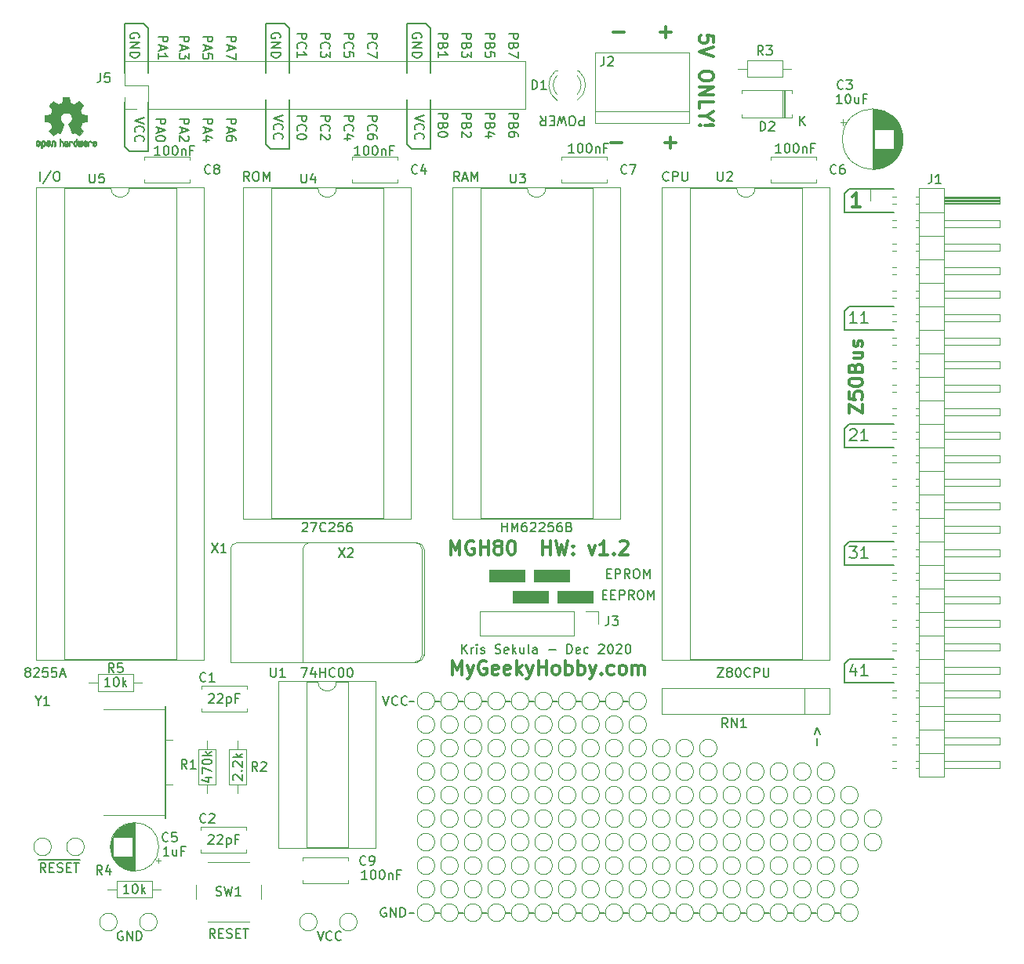
<source format=gto>
G04 #@! TF.GenerationSoftware,KiCad,Pcbnew,(5.1.5)-3*
G04 #@! TF.CreationDate,2020-12-26T21:56:58-08:00*
G04 #@! TF.ProjectId,mgh80,6d676838-302e-46b6-9963-61645f706362,rev?*
G04 #@! TF.SameCoordinates,Original*
G04 #@! TF.FileFunction,Legend,Top*
G04 #@! TF.FilePolarity,Positive*
%FSLAX46Y46*%
G04 Gerber Fmt 4.6, Leading zero omitted, Abs format (unit mm)*
G04 Created by KiCad (PCBNEW (5.1.5)-3) date 2020-12-26 21:56:58*
%MOMM*%
%LPD*%
G04 APERTURE LIST*
%ADD10C,0.177800*%
%ADD11C,0.200000*%
%ADD12C,0.203200*%
%ADD13C,0.150000*%
%ADD14C,0.304800*%
%ADD15C,0.100000*%
%ADD16C,0.300000*%
%ADD17C,0.120000*%
%ADD18C,0.010000*%
G04 APERTURE END LIST*
D10*
X154722285Y-58528857D02*
X154673904Y-58577238D01*
X154528761Y-58625619D01*
X154432000Y-58625619D01*
X154286857Y-58577238D01*
X154190095Y-58480476D01*
X154141714Y-58383714D01*
X154093333Y-58190190D01*
X154093333Y-58045047D01*
X154141714Y-57851523D01*
X154190095Y-57754761D01*
X154286857Y-57658000D01*
X154432000Y-57609619D01*
X154528761Y-57609619D01*
X154673904Y-57658000D01*
X154722285Y-57706380D01*
X155157714Y-58625619D02*
X155157714Y-57609619D01*
X155544761Y-57609619D01*
X155641523Y-57658000D01*
X155689904Y-57706380D01*
X155738285Y-57803142D01*
X155738285Y-57948285D01*
X155689904Y-58045047D01*
X155641523Y-58093428D01*
X155544761Y-58141809D01*
X155157714Y-58141809D01*
X156173714Y-57609619D02*
X156173714Y-58432095D01*
X156222095Y-58528857D01*
X156270476Y-58577238D01*
X156367238Y-58625619D01*
X156560761Y-58625619D01*
X156657523Y-58577238D01*
X156705904Y-58528857D01*
X156754285Y-58432095D01*
X156754285Y-57609619D01*
X132140476Y-58625619D02*
X131801809Y-58141809D01*
X131559904Y-58625619D02*
X131559904Y-57609619D01*
X131946952Y-57609619D01*
X132043714Y-57658000D01*
X132092095Y-57706380D01*
X132140476Y-57803142D01*
X132140476Y-57948285D01*
X132092095Y-58045047D01*
X132043714Y-58093428D01*
X131946952Y-58141809D01*
X131559904Y-58141809D01*
X132527523Y-58335333D02*
X133011333Y-58335333D01*
X132430761Y-58625619D02*
X132769428Y-57609619D01*
X133108095Y-58625619D01*
X133446761Y-58625619D02*
X133446761Y-57609619D01*
X133785428Y-58335333D01*
X134124095Y-57609619D01*
X134124095Y-58625619D01*
X109437714Y-58625619D02*
X109099047Y-58141809D01*
X108857142Y-58625619D02*
X108857142Y-57609619D01*
X109244190Y-57609619D01*
X109340952Y-57658000D01*
X109389333Y-57706380D01*
X109437714Y-57803142D01*
X109437714Y-57948285D01*
X109389333Y-58045047D01*
X109340952Y-58093428D01*
X109244190Y-58141809D01*
X108857142Y-58141809D01*
X110066666Y-57609619D02*
X110260190Y-57609619D01*
X110356952Y-57658000D01*
X110453714Y-57754761D01*
X110502095Y-57948285D01*
X110502095Y-58286952D01*
X110453714Y-58480476D01*
X110356952Y-58577238D01*
X110260190Y-58625619D01*
X110066666Y-58625619D01*
X109969904Y-58577238D01*
X109873142Y-58480476D01*
X109824761Y-58286952D01*
X109824761Y-57948285D01*
X109873142Y-57754761D01*
X109969904Y-57658000D01*
X110066666Y-57609619D01*
X110937523Y-58625619D02*
X110937523Y-57609619D01*
X111276190Y-58335333D01*
X111614857Y-57609619D01*
X111614857Y-58625619D01*
X86819619Y-58625619D02*
X86819619Y-57609619D01*
X88029142Y-57561238D02*
X87158285Y-58867523D01*
X88561333Y-57609619D02*
X88754857Y-57609619D01*
X88851619Y-57658000D01*
X88948380Y-57754761D01*
X88996761Y-57948285D01*
X88996761Y-58286952D01*
X88948380Y-58480476D01*
X88851619Y-58577238D01*
X88754857Y-58625619D01*
X88561333Y-58625619D01*
X88464571Y-58577238D01*
X88367809Y-58480476D01*
X88319428Y-58286952D01*
X88319428Y-57948285D01*
X88367809Y-57754761D01*
X88464571Y-57658000D01*
X88561333Y-57609619D01*
D11*
X174184000Y-110236000D02*
X173676000Y-110744000D01*
X179010000Y-112776000D02*
X173676000Y-112776000D01*
X179010000Y-110236000D02*
X174184000Y-110236000D01*
X173676000Y-110744000D02*
X173676000Y-112776000D01*
D12*
X174904400Y-111239300D02*
X174904400Y-112069033D01*
X174608066Y-110765166D02*
X174311733Y-111654166D01*
X175082200Y-111654166D01*
X176208266Y-112069033D02*
X175497066Y-112069033D01*
X175852666Y-112069033D02*
X175852666Y-110824433D01*
X175734133Y-111002233D01*
X175615600Y-111120766D01*
X175497066Y-111180033D01*
D11*
X179010000Y-100076000D02*
X173676000Y-100076000D01*
X174184000Y-97536000D02*
X173676000Y-98044000D01*
X179010000Y-97536000D02*
X174184000Y-97536000D01*
X173676000Y-98044000D02*
X173676000Y-100076000D01*
D12*
X174252466Y-98124433D02*
X175022933Y-98124433D01*
X174608066Y-98598566D01*
X174785866Y-98598566D01*
X174904400Y-98657833D01*
X174963666Y-98717100D01*
X175022933Y-98835633D01*
X175022933Y-99131966D01*
X174963666Y-99250500D01*
X174904400Y-99309766D01*
X174785866Y-99369033D01*
X174430266Y-99369033D01*
X174311733Y-99309766D01*
X174252466Y-99250500D01*
X176208266Y-99369033D02*
X175497066Y-99369033D01*
X175852666Y-99369033D02*
X175852666Y-98124433D01*
X175734133Y-98302233D01*
X175615600Y-98420766D01*
X175497066Y-98480033D01*
D11*
X179010000Y-84836000D02*
X174184000Y-84836000D01*
X173676000Y-85344000D02*
X173676000Y-87376000D01*
X179010000Y-87376000D02*
X173676000Y-87376000D01*
X174184000Y-84836000D02*
X173676000Y-85344000D01*
D12*
X174311733Y-85542966D02*
X174371000Y-85483700D01*
X174489533Y-85424433D01*
X174785866Y-85424433D01*
X174904400Y-85483700D01*
X174963666Y-85542966D01*
X175022933Y-85661500D01*
X175022933Y-85780033D01*
X174963666Y-85957833D01*
X174252466Y-86669033D01*
X175022933Y-86669033D01*
X176208266Y-86669033D02*
X175497066Y-86669033D01*
X175852666Y-86669033D02*
X175852666Y-85424433D01*
X175734133Y-85602233D01*
X175615600Y-85720766D01*
X175497066Y-85780033D01*
D11*
X174184000Y-72136000D02*
X173676000Y-72644000D01*
X179010000Y-72136000D02*
X174184000Y-72136000D01*
X173676000Y-72644000D02*
X173676000Y-74676000D01*
X179010000Y-74676000D02*
X173676000Y-74676000D01*
D12*
X175022933Y-73969033D02*
X174311733Y-73969033D01*
X174667333Y-73969033D02*
X174667333Y-72724433D01*
X174548800Y-72902233D01*
X174430266Y-73020766D01*
X174311733Y-73080033D01*
X176208266Y-73969033D02*
X175497066Y-73969033D01*
X175852666Y-73969033D02*
X175852666Y-72724433D01*
X175734133Y-72902233D01*
X175615600Y-73020766D01*
X175497066Y-73080033D01*
D13*
X170759428Y-119618000D02*
X170759428Y-118856095D01*
X170473714Y-118379904D02*
X170759428Y-117618000D01*
X171045142Y-118379904D01*
X86659357Y-131933768D02*
X87649957Y-131933768D01*
X87461271Y-133290128D02*
X87131071Y-132818414D01*
X86895214Y-133290128D02*
X86895214Y-132299528D01*
X87272585Y-132299528D01*
X87366928Y-132346700D01*
X87414100Y-132393871D01*
X87461271Y-132488214D01*
X87461271Y-132629728D01*
X87414100Y-132724071D01*
X87366928Y-132771242D01*
X87272585Y-132818414D01*
X86895214Y-132818414D01*
X87649957Y-131933768D02*
X88546214Y-131933768D01*
X87885814Y-132771242D02*
X88216014Y-132771242D01*
X88357528Y-133290128D02*
X87885814Y-133290128D01*
X87885814Y-132299528D01*
X88357528Y-132299528D01*
X88546214Y-131933768D02*
X89489642Y-131933768D01*
X88734900Y-133242957D02*
X88876414Y-133290128D01*
X89112271Y-133290128D01*
X89206614Y-133242957D01*
X89253785Y-133195785D01*
X89300957Y-133101442D01*
X89300957Y-133007100D01*
X89253785Y-132912757D01*
X89206614Y-132865585D01*
X89112271Y-132818414D01*
X88923585Y-132771242D01*
X88829242Y-132724071D01*
X88782071Y-132676900D01*
X88734900Y-132582557D01*
X88734900Y-132488214D01*
X88782071Y-132393871D01*
X88829242Y-132346700D01*
X88923585Y-132299528D01*
X89159442Y-132299528D01*
X89300957Y-132346700D01*
X89489642Y-131933768D02*
X90385900Y-131933768D01*
X89725500Y-132771242D02*
X90055700Y-132771242D01*
X90197214Y-133290128D02*
X89725500Y-133290128D01*
X89725500Y-132299528D01*
X90197214Y-132299528D01*
X90385900Y-131933768D02*
X91140642Y-131933768D01*
X90480242Y-132299528D02*
X91046300Y-132299528D01*
X90763271Y-133290128D02*
X90763271Y-132299528D01*
X132382761Y-109672380D02*
X132382761Y-108672380D01*
X132954190Y-109672380D02*
X132525619Y-109100952D01*
X132954190Y-108672380D02*
X132382761Y-109243809D01*
X133382761Y-109672380D02*
X133382761Y-109005714D01*
X133382761Y-109196190D02*
X133430380Y-109100952D01*
X133478000Y-109053333D01*
X133573238Y-109005714D01*
X133668476Y-109005714D01*
X134001809Y-109672380D02*
X134001809Y-109005714D01*
X134001809Y-108672380D02*
X133954190Y-108720000D01*
X134001809Y-108767619D01*
X134049428Y-108720000D01*
X134001809Y-108672380D01*
X134001809Y-108767619D01*
X134430380Y-109624761D02*
X134525619Y-109672380D01*
X134716095Y-109672380D01*
X134811333Y-109624761D01*
X134858952Y-109529523D01*
X134858952Y-109481904D01*
X134811333Y-109386666D01*
X134716095Y-109339047D01*
X134573238Y-109339047D01*
X134478000Y-109291428D01*
X134430380Y-109196190D01*
X134430380Y-109148571D01*
X134478000Y-109053333D01*
X134573238Y-109005714D01*
X134716095Y-109005714D01*
X134811333Y-109053333D01*
X136001809Y-109624761D02*
X136144666Y-109672380D01*
X136382761Y-109672380D01*
X136478000Y-109624761D01*
X136525619Y-109577142D01*
X136573238Y-109481904D01*
X136573238Y-109386666D01*
X136525619Y-109291428D01*
X136478000Y-109243809D01*
X136382761Y-109196190D01*
X136192285Y-109148571D01*
X136097047Y-109100952D01*
X136049428Y-109053333D01*
X136001809Y-108958095D01*
X136001809Y-108862857D01*
X136049428Y-108767619D01*
X136097047Y-108720000D01*
X136192285Y-108672380D01*
X136430380Y-108672380D01*
X136573238Y-108720000D01*
X137382761Y-109624761D02*
X137287523Y-109672380D01*
X137097047Y-109672380D01*
X137001809Y-109624761D01*
X136954190Y-109529523D01*
X136954190Y-109148571D01*
X137001809Y-109053333D01*
X137097047Y-109005714D01*
X137287523Y-109005714D01*
X137382761Y-109053333D01*
X137430380Y-109148571D01*
X137430380Y-109243809D01*
X136954190Y-109339047D01*
X137858952Y-109672380D02*
X137858952Y-108672380D01*
X137954190Y-109291428D02*
X138239904Y-109672380D01*
X138239904Y-109005714D02*
X137858952Y-109386666D01*
X139097047Y-109005714D02*
X139097047Y-109672380D01*
X138668476Y-109005714D02*
X138668476Y-109529523D01*
X138716095Y-109624761D01*
X138811333Y-109672380D01*
X138954190Y-109672380D01*
X139049428Y-109624761D01*
X139097047Y-109577142D01*
X139716095Y-109672380D02*
X139620857Y-109624761D01*
X139573238Y-109529523D01*
X139573238Y-108672380D01*
X140525619Y-109672380D02*
X140525619Y-109148571D01*
X140478000Y-109053333D01*
X140382761Y-109005714D01*
X140192285Y-109005714D01*
X140097047Y-109053333D01*
X140525619Y-109624761D02*
X140430380Y-109672380D01*
X140192285Y-109672380D01*
X140097047Y-109624761D01*
X140049428Y-109529523D01*
X140049428Y-109434285D01*
X140097047Y-109339047D01*
X140192285Y-109291428D01*
X140430380Y-109291428D01*
X140525619Y-109243809D01*
X141763714Y-109291428D02*
X142525619Y-109291428D01*
X143763714Y-109672380D02*
X143763714Y-108672380D01*
X144001809Y-108672380D01*
X144144666Y-108720000D01*
X144239904Y-108815238D01*
X144287523Y-108910476D01*
X144335142Y-109100952D01*
X144335142Y-109243809D01*
X144287523Y-109434285D01*
X144239904Y-109529523D01*
X144144666Y-109624761D01*
X144001809Y-109672380D01*
X143763714Y-109672380D01*
X145144666Y-109624761D02*
X145049428Y-109672380D01*
X144858952Y-109672380D01*
X144763714Y-109624761D01*
X144716095Y-109529523D01*
X144716095Y-109148571D01*
X144763714Y-109053333D01*
X144858952Y-109005714D01*
X145049428Y-109005714D01*
X145144666Y-109053333D01*
X145192285Y-109148571D01*
X145192285Y-109243809D01*
X144716095Y-109339047D01*
X146049428Y-109624761D02*
X145954190Y-109672380D01*
X145763714Y-109672380D01*
X145668476Y-109624761D01*
X145620857Y-109577142D01*
X145573238Y-109481904D01*
X145573238Y-109196190D01*
X145620857Y-109100952D01*
X145668476Y-109053333D01*
X145763714Y-109005714D01*
X145954190Y-109005714D01*
X146049428Y-109053333D01*
X147192285Y-108767619D02*
X147239904Y-108720000D01*
X147335142Y-108672380D01*
X147573238Y-108672380D01*
X147668476Y-108720000D01*
X147716095Y-108767619D01*
X147763714Y-108862857D01*
X147763714Y-108958095D01*
X147716095Y-109100952D01*
X147144666Y-109672380D01*
X147763714Y-109672380D01*
X148382761Y-108672380D02*
X148478000Y-108672380D01*
X148573238Y-108720000D01*
X148620857Y-108767619D01*
X148668476Y-108862857D01*
X148716095Y-109053333D01*
X148716095Y-109291428D01*
X148668476Y-109481904D01*
X148620857Y-109577142D01*
X148573238Y-109624761D01*
X148478000Y-109672380D01*
X148382761Y-109672380D01*
X148287523Y-109624761D01*
X148239904Y-109577142D01*
X148192285Y-109481904D01*
X148144666Y-109291428D01*
X148144666Y-109053333D01*
X148192285Y-108862857D01*
X148239904Y-108767619D01*
X148287523Y-108720000D01*
X148382761Y-108672380D01*
X149097047Y-108767619D02*
X149144666Y-108720000D01*
X149239904Y-108672380D01*
X149478000Y-108672380D01*
X149573238Y-108720000D01*
X149620857Y-108767619D01*
X149668476Y-108862857D01*
X149668476Y-108958095D01*
X149620857Y-109100952D01*
X149049428Y-109672380D01*
X149668476Y-109672380D01*
X150287523Y-108672380D02*
X150382761Y-108672380D01*
X150478000Y-108720000D01*
X150525619Y-108767619D01*
X150573238Y-108862857D01*
X150620857Y-109053333D01*
X150620857Y-109291428D01*
X150573238Y-109481904D01*
X150525619Y-109577142D01*
X150478000Y-109624761D01*
X150382761Y-109672380D01*
X150287523Y-109672380D01*
X150192285Y-109624761D01*
X150144666Y-109577142D01*
X150097047Y-109481904D01*
X150049428Y-109291428D01*
X150049428Y-109053333D01*
X150097047Y-108862857D01*
X150144666Y-108767619D01*
X150192285Y-108720000D01*
X150287523Y-108672380D01*
D11*
X173228000Y-137668000D02*
X172720000Y-137668000D01*
X170688000Y-137668000D02*
X170180000Y-137668000D01*
X168148000Y-137668000D02*
X167640000Y-137668000D01*
X165608000Y-137668000D02*
X165100000Y-137668000D01*
X163068000Y-137668000D02*
X162560000Y-137668000D01*
X160528000Y-137668000D02*
X160020000Y-137668000D01*
X157988000Y-137668000D02*
X157480000Y-137668000D01*
X155448000Y-137668000D02*
X154940000Y-137668000D01*
X152908000Y-137668000D02*
X152400000Y-137668000D01*
X150368000Y-137668000D02*
X149860000Y-137668000D01*
X147828000Y-137668000D02*
X147320000Y-137668000D01*
X145288000Y-137668000D02*
X144780000Y-137668000D01*
X142748000Y-137668000D02*
X142240000Y-137668000D01*
X140208000Y-137668000D02*
X139700000Y-137668000D01*
X137668000Y-137668000D02*
X137160000Y-137668000D01*
X135128000Y-137668000D02*
X134620000Y-137668000D01*
X132588000Y-137668000D02*
X132080000Y-137668000D01*
X130048000Y-137668000D02*
X129540000Y-137668000D01*
X150368000Y-114808000D02*
X149860000Y-114808000D01*
X147254000Y-114808000D02*
X147894000Y-114808000D01*
X145288000Y-114808000D02*
X144780000Y-114808000D01*
X142748000Y-114808000D02*
X142240000Y-114808000D01*
X140208000Y-114808000D02*
X139700000Y-114808000D01*
X137668000Y-114808000D02*
X137160000Y-114808000D01*
X135128000Y-114808000D02*
X134620000Y-114808000D01*
X132588000Y-114808000D02*
X132080000Y-114808000D01*
X130048000Y-114808000D02*
X129540000Y-114808000D01*
X127254000Y-114808000D02*
X126746000Y-114808000D01*
D10*
X124193904Y-137160000D02*
X124097142Y-137111619D01*
X123952000Y-137111619D01*
X123806857Y-137160000D01*
X123710095Y-137256761D01*
X123661714Y-137353523D01*
X123613333Y-137547047D01*
X123613333Y-137692190D01*
X123661714Y-137885714D01*
X123710095Y-137982476D01*
X123806857Y-138079238D01*
X123952000Y-138127619D01*
X124048761Y-138127619D01*
X124193904Y-138079238D01*
X124242285Y-138030857D01*
X124242285Y-137692190D01*
X124048761Y-137692190D01*
X124677714Y-138127619D02*
X124677714Y-137111619D01*
X125258285Y-138127619D01*
X125258285Y-137111619D01*
X125742095Y-138127619D02*
X125742095Y-137111619D01*
X125984000Y-137111619D01*
X126129142Y-137160000D01*
X126225904Y-137256761D01*
X126274285Y-137353523D01*
X126322666Y-137547047D01*
X126322666Y-137692190D01*
X126274285Y-137885714D01*
X126225904Y-137982476D01*
X126129142Y-138079238D01*
X125984000Y-138127619D01*
X125742095Y-138127619D01*
D11*
X127254000Y-137668000D02*
X126746000Y-137668000D01*
D10*
X123867333Y-114251619D02*
X124206000Y-115267619D01*
X124544666Y-114251619D01*
X125463904Y-115170857D02*
X125415523Y-115219238D01*
X125270380Y-115267619D01*
X125173619Y-115267619D01*
X125028476Y-115219238D01*
X124931714Y-115122476D01*
X124883333Y-115025714D01*
X124834952Y-114832190D01*
X124834952Y-114687047D01*
X124883333Y-114493523D01*
X124931714Y-114396761D01*
X125028476Y-114300000D01*
X125173619Y-114251619D01*
X125270380Y-114251619D01*
X125415523Y-114300000D01*
X125463904Y-114348380D01*
X126479904Y-115170857D02*
X126431523Y-115219238D01*
X126286380Y-115267619D01*
X126189619Y-115267619D01*
X126044476Y-115219238D01*
X125947714Y-115122476D01*
X125899333Y-115025714D01*
X125850952Y-114832190D01*
X125850952Y-114687047D01*
X125899333Y-114493523D01*
X125947714Y-114396761D01*
X126044476Y-114300000D01*
X126189619Y-114251619D01*
X126286380Y-114251619D01*
X126431523Y-114300000D01*
X126479904Y-114348380D01*
D14*
X149678571Y-54501142D02*
X148517428Y-54501142D01*
X155520571Y-54501142D02*
X154359428Y-54501142D01*
X154940000Y-53920571D02*
X154940000Y-55081714D01*
D10*
X145602476Y-51610380D02*
X145602476Y-52626380D01*
X145215428Y-52626380D01*
X145118666Y-52578000D01*
X145070285Y-52529619D01*
X145021904Y-52432857D01*
X145021904Y-52287714D01*
X145070285Y-52190952D01*
X145118666Y-52142571D01*
X145215428Y-52094190D01*
X145602476Y-52094190D01*
X144392952Y-52626380D02*
X144199428Y-52626380D01*
X144102666Y-52578000D01*
X144005904Y-52481238D01*
X143957523Y-52287714D01*
X143957523Y-51949047D01*
X144005904Y-51755523D01*
X144102666Y-51658761D01*
X144199428Y-51610380D01*
X144392952Y-51610380D01*
X144489714Y-51658761D01*
X144586476Y-51755523D01*
X144634857Y-51949047D01*
X144634857Y-52287714D01*
X144586476Y-52481238D01*
X144489714Y-52578000D01*
X144392952Y-52626380D01*
X143618857Y-52626380D02*
X143376952Y-51610380D01*
X143183428Y-52336095D01*
X142989904Y-51610380D01*
X142748000Y-52626380D01*
X142360952Y-52142571D02*
X142022285Y-52142571D01*
X141877142Y-51610380D02*
X142360952Y-51610380D01*
X142360952Y-52626380D01*
X141877142Y-52626380D01*
X140861142Y-51610380D02*
X141199809Y-52094190D01*
X141441714Y-51610380D02*
X141441714Y-52626380D01*
X141054666Y-52626380D01*
X140957904Y-52578000D01*
X140909523Y-52529619D01*
X140861142Y-52432857D01*
X140861142Y-52287714D01*
X140909523Y-52190952D01*
X140957904Y-52142571D01*
X141054666Y-52094190D01*
X141441714Y-52094190D01*
D14*
X159584571Y-43651714D02*
X159584571Y-42926000D01*
X158858857Y-42853428D01*
X158931428Y-42926000D01*
X159004000Y-43071142D01*
X159004000Y-43434000D01*
X158931428Y-43579142D01*
X158858857Y-43651714D01*
X158713714Y-43724285D01*
X158350857Y-43724285D01*
X158205714Y-43651714D01*
X158133142Y-43579142D01*
X158060571Y-43434000D01*
X158060571Y-43071142D01*
X158133142Y-42926000D01*
X158205714Y-42853428D01*
X159584571Y-44159714D02*
X158060571Y-44667714D01*
X159584571Y-45175714D01*
X159584571Y-47135142D02*
X159584571Y-47425428D01*
X159512000Y-47570571D01*
X159366857Y-47715714D01*
X159076571Y-47788285D01*
X158568571Y-47788285D01*
X158278285Y-47715714D01*
X158133142Y-47570571D01*
X158060571Y-47425428D01*
X158060571Y-47135142D01*
X158133142Y-46990000D01*
X158278285Y-46844857D01*
X158568571Y-46772285D01*
X159076571Y-46772285D01*
X159366857Y-46844857D01*
X159512000Y-46990000D01*
X159584571Y-47135142D01*
X158060571Y-48441428D02*
X159584571Y-48441428D01*
X158060571Y-49312285D01*
X159584571Y-49312285D01*
X158060571Y-50763714D02*
X158060571Y-50038000D01*
X159584571Y-50038000D01*
X158786285Y-51562000D02*
X158060571Y-51562000D01*
X159584571Y-51054000D02*
X158786285Y-51562000D01*
X159584571Y-52070000D01*
X158205714Y-52578000D02*
X158133142Y-52650571D01*
X158060571Y-52578000D01*
X158133142Y-52505428D01*
X158205714Y-52578000D01*
X158060571Y-52578000D01*
X158641142Y-52578000D02*
X159512000Y-52505428D01*
X159584571Y-52578000D01*
X159512000Y-52650571D01*
X158641142Y-52578000D01*
X159584571Y-52578000D01*
X155012571Y-42563142D02*
X153851428Y-42563142D01*
X154432000Y-41982571D02*
X154432000Y-43143714D01*
X149932571Y-42563142D02*
X148771428Y-42563142D01*
D10*
X137462380Y-42684095D02*
X138478380Y-42684095D01*
X138478380Y-43071142D01*
X138430000Y-43167904D01*
X138381619Y-43216285D01*
X138284857Y-43264666D01*
X138139714Y-43264666D01*
X138042952Y-43216285D01*
X137994571Y-43167904D01*
X137946190Y-43071142D01*
X137946190Y-42684095D01*
X137994571Y-44038761D02*
X137946190Y-44183904D01*
X137897809Y-44232285D01*
X137801047Y-44280666D01*
X137655904Y-44280666D01*
X137559142Y-44232285D01*
X137510761Y-44183904D01*
X137462380Y-44087142D01*
X137462380Y-43700095D01*
X138478380Y-43700095D01*
X138478380Y-44038761D01*
X138430000Y-44135523D01*
X138381619Y-44183904D01*
X138284857Y-44232285D01*
X138188095Y-44232285D01*
X138091333Y-44183904D01*
X138042952Y-44135523D01*
X137994571Y-44038761D01*
X137994571Y-43700095D01*
X138478380Y-44619333D02*
X138478380Y-45296666D01*
X137462380Y-44861238D01*
X134922380Y-42684095D02*
X135938380Y-42684095D01*
X135938380Y-43071142D01*
X135890000Y-43167904D01*
X135841619Y-43216285D01*
X135744857Y-43264666D01*
X135599714Y-43264666D01*
X135502952Y-43216285D01*
X135454571Y-43167904D01*
X135406190Y-43071142D01*
X135406190Y-42684095D01*
X135454571Y-44038761D02*
X135406190Y-44183904D01*
X135357809Y-44232285D01*
X135261047Y-44280666D01*
X135115904Y-44280666D01*
X135019142Y-44232285D01*
X134970761Y-44183904D01*
X134922380Y-44087142D01*
X134922380Y-43700095D01*
X135938380Y-43700095D01*
X135938380Y-44038761D01*
X135890000Y-44135523D01*
X135841619Y-44183904D01*
X135744857Y-44232285D01*
X135648095Y-44232285D01*
X135551333Y-44183904D01*
X135502952Y-44135523D01*
X135454571Y-44038761D01*
X135454571Y-43700095D01*
X135938380Y-45199904D02*
X135938380Y-44716095D01*
X135454571Y-44667714D01*
X135502952Y-44716095D01*
X135551333Y-44812857D01*
X135551333Y-45054761D01*
X135502952Y-45151523D01*
X135454571Y-45199904D01*
X135357809Y-45248285D01*
X135115904Y-45248285D01*
X135019142Y-45199904D01*
X134970761Y-45151523D01*
X134922380Y-45054761D01*
X134922380Y-44812857D01*
X134970761Y-44716095D01*
X135019142Y-44667714D01*
X132382380Y-42684095D02*
X133398380Y-42684095D01*
X133398380Y-43071142D01*
X133350000Y-43167904D01*
X133301619Y-43216285D01*
X133204857Y-43264666D01*
X133059714Y-43264666D01*
X132962952Y-43216285D01*
X132914571Y-43167904D01*
X132866190Y-43071142D01*
X132866190Y-42684095D01*
X132914571Y-44038761D02*
X132866190Y-44183904D01*
X132817809Y-44232285D01*
X132721047Y-44280666D01*
X132575904Y-44280666D01*
X132479142Y-44232285D01*
X132430761Y-44183904D01*
X132382380Y-44087142D01*
X132382380Y-43700095D01*
X133398380Y-43700095D01*
X133398380Y-44038761D01*
X133350000Y-44135523D01*
X133301619Y-44183904D01*
X133204857Y-44232285D01*
X133108095Y-44232285D01*
X133011333Y-44183904D01*
X132962952Y-44135523D01*
X132914571Y-44038761D01*
X132914571Y-43700095D01*
X133398380Y-44619333D02*
X133398380Y-45248285D01*
X133011333Y-44909619D01*
X133011333Y-45054761D01*
X132962952Y-45151523D01*
X132914571Y-45199904D01*
X132817809Y-45248285D01*
X132575904Y-45248285D01*
X132479142Y-45199904D01*
X132430761Y-45151523D01*
X132382380Y-45054761D01*
X132382380Y-44764476D01*
X132430761Y-44667714D01*
X132479142Y-44619333D01*
X129842380Y-42684095D02*
X130858380Y-42684095D01*
X130858380Y-43071142D01*
X130810000Y-43167904D01*
X130761619Y-43216285D01*
X130664857Y-43264666D01*
X130519714Y-43264666D01*
X130422952Y-43216285D01*
X130374571Y-43167904D01*
X130326190Y-43071142D01*
X130326190Y-42684095D01*
X130374571Y-44038761D02*
X130326190Y-44183904D01*
X130277809Y-44232285D01*
X130181047Y-44280666D01*
X130035904Y-44280666D01*
X129939142Y-44232285D01*
X129890761Y-44183904D01*
X129842380Y-44087142D01*
X129842380Y-43700095D01*
X130858380Y-43700095D01*
X130858380Y-44038761D01*
X130810000Y-44135523D01*
X130761619Y-44183904D01*
X130664857Y-44232285D01*
X130568095Y-44232285D01*
X130471333Y-44183904D01*
X130422952Y-44135523D01*
X130374571Y-44038761D01*
X130374571Y-43700095D01*
X129842380Y-45248285D02*
X129842380Y-44667714D01*
X129842380Y-44958000D02*
X130858380Y-44958000D01*
X130713238Y-44861238D01*
X130616476Y-44764476D01*
X130568095Y-44667714D01*
X137462380Y-51320095D02*
X138478380Y-51320095D01*
X138478380Y-51707142D01*
X138430000Y-51803904D01*
X138381619Y-51852285D01*
X138284857Y-51900666D01*
X138139714Y-51900666D01*
X138042952Y-51852285D01*
X137994571Y-51803904D01*
X137946190Y-51707142D01*
X137946190Y-51320095D01*
X137994571Y-52674761D02*
X137946190Y-52819904D01*
X137897809Y-52868285D01*
X137801047Y-52916666D01*
X137655904Y-52916666D01*
X137559142Y-52868285D01*
X137510761Y-52819904D01*
X137462380Y-52723142D01*
X137462380Y-52336095D01*
X138478380Y-52336095D01*
X138478380Y-52674761D01*
X138430000Y-52771523D01*
X138381619Y-52819904D01*
X138284857Y-52868285D01*
X138188095Y-52868285D01*
X138091333Y-52819904D01*
X138042952Y-52771523D01*
X137994571Y-52674761D01*
X137994571Y-52336095D01*
X138478380Y-53787523D02*
X138478380Y-53594000D01*
X138430000Y-53497238D01*
X138381619Y-53448857D01*
X138236476Y-53352095D01*
X138042952Y-53303714D01*
X137655904Y-53303714D01*
X137559142Y-53352095D01*
X137510761Y-53400476D01*
X137462380Y-53497238D01*
X137462380Y-53690761D01*
X137510761Y-53787523D01*
X137559142Y-53835904D01*
X137655904Y-53884285D01*
X137897809Y-53884285D01*
X137994571Y-53835904D01*
X138042952Y-53787523D01*
X138091333Y-53690761D01*
X138091333Y-53497238D01*
X138042952Y-53400476D01*
X137994571Y-53352095D01*
X137897809Y-53303714D01*
X134922380Y-51320095D02*
X135938380Y-51320095D01*
X135938380Y-51707142D01*
X135890000Y-51803904D01*
X135841619Y-51852285D01*
X135744857Y-51900666D01*
X135599714Y-51900666D01*
X135502952Y-51852285D01*
X135454571Y-51803904D01*
X135406190Y-51707142D01*
X135406190Y-51320095D01*
X135454571Y-52674761D02*
X135406190Y-52819904D01*
X135357809Y-52868285D01*
X135261047Y-52916666D01*
X135115904Y-52916666D01*
X135019142Y-52868285D01*
X134970761Y-52819904D01*
X134922380Y-52723142D01*
X134922380Y-52336095D01*
X135938380Y-52336095D01*
X135938380Y-52674761D01*
X135890000Y-52771523D01*
X135841619Y-52819904D01*
X135744857Y-52868285D01*
X135648095Y-52868285D01*
X135551333Y-52819904D01*
X135502952Y-52771523D01*
X135454571Y-52674761D01*
X135454571Y-52336095D01*
X135599714Y-53787523D02*
X134922380Y-53787523D01*
X135986761Y-53545619D02*
X135261047Y-53303714D01*
X135261047Y-53932666D01*
X132382380Y-51320095D02*
X133398380Y-51320095D01*
X133398380Y-51707142D01*
X133350000Y-51803904D01*
X133301619Y-51852285D01*
X133204857Y-51900666D01*
X133059714Y-51900666D01*
X132962952Y-51852285D01*
X132914571Y-51803904D01*
X132866190Y-51707142D01*
X132866190Y-51320095D01*
X132914571Y-52674761D02*
X132866190Y-52819904D01*
X132817809Y-52868285D01*
X132721047Y-52916666D01*
X132575904Y-52916666D01*
X132479142Y-52868285D01*
X132430761Y-52819904D01*
X132382380Y-52723142D01*
X132382380Y-52336095D01*
X133398380Y-52336095D01*
X133398380Y-52674761D01*
X133350000Y-52771523D01*
X133301619Y-52819904D01*
X133204857Y-52868285D01*
X133108095Y-52868285D01*
X133011333Y-52819904D01*
X132962952Y-52771523D01*
X132914571Y-52674761D01*
X132914571Y-52336095D01*
X133301619Y-53303714D02*
X133350000Y-53352095D01*
X133398380Y-53448857D01*
X133398380Y-53690761D01*
X133350000Y-53787523D01*
X133301619Y-53835904D01*
X133204857Y-53884285D01*
X133108095Y-53884285D01*
X132962952Y-53835904D01*
X132382380Y-53255333D01*
X132382380Y-53884285D01*
X129842380Y-51320095D02*
X130858380Y-51320095D01*
X130858380Y-51707142D01*
X130810000Y-51803904D01*
X130761619Y-51852285D01*
X130664857Y-51900666D01*
X130519714Y-51900666D01*
X130422952Y-51852285D01*
X130374571Y-51803904D01*
X130326190Y-51707142D01*
X130326190Y-51320095D01*
X130374571Y-52674761D02*
X130326190Y-52819904D01*
X130277809Y-52868285D01*
X130181047Y-52916666D01*
X130035904Y-52916666D01*
X129939142Y-52868285D01*
X129890761Y-52819904D01*
X129842380Y-52723142D01*
X129842380Y-52336095D01*
X130858380Y-52336095D01*
X130858380Y-52674761D01*
X130810000Y-52771523D01*
X130761619Y-52819904D01*
X130664857Y-52868285D01*
X130568095Y-52868285D01*
X130471333Y-52819904D01*
X130422952Y-52771523D01*
X130374571Y-52674761D01*
X130374571Y-52336095D01*
X130858380Y-53545619D02*
X130858380Y-53642380D01*
X130810000Y-53739142D01*
X130761619Y-53787523D01*
X130664857Y-53835904D01*
X130471333Y-53884285D01*
X130229428Y-53884285D01*
X130035904Y-53835904D01*
X129939142Y-53787523D01*
X129890761Y-53739142D01*
X129842380Y-53642380D01*
X129842380Y-53545619D01*
X129890761Y-53448857D01*
X129939142Y-53400476D01*
X130035904Y-53352095D01*
X130229428Y-53303714D01*
X130471333Y-53303714D01*
X130664857Y-53352095D01*
X130761619Y-53400476D01*
X130810000Y-53448857D01*
X130858380Y-53545619D01*
X122222380Y-42684095D02*
X123238380Y-42684095D01*
X123238380Y-43071142D01*
X123190000Y-43167904D01*
X123141619Y-43216285D01*
X123044857Y-43264666D01*
X122899714Y-43264666D01*
X122802952Y-43216285D01*
X122754571Y-43167904D01*
X122706190Y-43071142D01*
X122706190Y-42684095D01*
X122319142Y-44280666D02*
X122270761Y-44232285D01*
X122222380Y-44087142D01*
X122222380Y-43990380D01*
X122270761Y-43845238D01*
X122367523Y-43748476D01*
X122464285Y-43700095D01*
X122657809Y-43651714D01*
X122802952Y-43651714D01*
X122996476Y-43700095D01*
X123093238Y-43748476D01*
X123190000Y-43845238D01*
X123238380Y-43990380D01*
X123238380Y-44087142D01*
X123190000Y-44232285D01*
X123141619Y-44280666D01*
X123238380Y-44619333D02*
X123238380Y-45296666D01*
X122222380Y-44861238D01*
X119682380Y-42684095D02*
X120698380Y-42684095D01*
X120698380Y-43071142D01*
X120650000Y-43167904D01*
X120601619Y-43216285D01*
X120504857Y-43264666D01*
X120359714Y-43264666D01*
X120262952Y-43216285D01*
X120214571Y-43167904D01*
X120166190Y-43071142D01*
X120166190Y-42684095D01*
X119779142Y-44280666D02*
X119730761Y-44232285D01*
X119682380Y-44087142D01*
X119682380Y-43990380D01*
X119730761Y-43845238D01*
X119827523Y-43748476D01*
X119924285Y-43700095D01*
X120117809Y-43651714D01*
X120262952Y-43651714D01*
X120456476Y-43700095D01*
X120553238Y-43748476D01*
X120650000Y-43845238D01*
X120698380Y-43990380D01*
X120698380Y-44087142D01*
X120650000Y-44232285D01*
X120601619Y-44280666D01*
X120698380Y-45199904D02*
X120698380Y-44716095D01*
X120214571Y-44667714D01*
X120262952Y-44716095D01*
X120311333Y-44812857D01*
X120311333Y-45054761D01*
X120262952Y-45151523D01*
X120214571Y-45199904D01*
X120117809Y-45248285D01*
X119875904Y-45248285D01*
X119779142Y-45199904D01*
X119730761Y-45151523D01*
X119682380Y-45054761D01*
X119682380Y-44812857D01*
X119730761Y-44716095D01*
X119779142Y-44667714D01*
X117142380Y-42684095D02*
X118158380Y-42684095D01*
X118158380Y-43071142D01*
X118110000Y-43167904D01*
X118061619Y-43216285D01*
X117964857Y-43264666D01*
X117819714Y-43264666D01*
X117722952Y-43216285D01*
X117674571Y-43167904D01*
X117626190Y-43071142D01*
X117626190Y-42684095D01*
X117239142Y-44280666D02*
X117190761Y-44232285D01*
X117142380Y-44087142D01*
X117142380Y-43990380D01*
X117190761Y-43845238D01*
X117287523Y-43748476D01*
X117384285Y-43700095D01*
X117577809Y-43651714D01*
X117722952Y-43651714D01*
X117916476Y-43700095D01*
X118013238Y-43748476D01*
X118110000Y-43845238D01*
X118158380Y-43990380D01*
X118158380Y-44087142D01*
X118110000Y-44232285D01*
X118061619Y-44280666D01*
X118158380Y-44619333D02*
X118158380Y-45248285D01*
X117771333Y-44909619D01*
X117771333Y-45054761D01*
X117722952Y-45151523D01*
X117674571Y-45199904D01*
X117577809Y-45248285D01*
X117335904Y-45248285D01*
X117239142Y-45199904D01*
X117190761Y-45151523D01*
X117142380Y-45054761D01*
X117142380Y-44764476D01*
X117190761Y-44667714D01*
X117239142Y-44619333D01*
X114602380Y-42684095D02*
X115618380Y-42684095D01*
X115618380Y-43071142D01*
X115570000Y-43167904D01*
X115521619Y-43216285D01*
X115424857Y-43264666D01*
X115279714Y-43264666D01*
X115182952Y-43216285D01*
X115134571Y-43167904D01*
X115086190Y-43071142D01*
X115086190Y-42684095D01*
X114699142Y-44280666D02*
X114650761Y-44232285D01*
X114602380Y-44087142D01*
X114602380Y-43990380D01*
X114650761Y-43845238D01*
X114747523Y-43748476D01*
X114844285Y-43700095D01*
X115037809Y-43651714D01*
X115182952Y-43651714D01*
X115376476Y-43700095D01*
X115473238Y-43748476D01*
X115570000Y-43845238D01*
X115618380Y-43990380D01*
X115618380Y-44087142D01*
X115570000Y-44232285D01*
X115521619Y-44280666D01*
X114602380Y-45248285D02*
X114602380Y-44667714D01*
X114602380Y-44958000D02*
X115618380Y-44958000D01*
X115473238Y-44861238D01*
X115376476Y-44764476D01*
X115328095Y-44667714D01*
X122222380Y-51574095D02*
X123238380Y-51574095D01*
X123238380Y-51961142D01*
X123190000Y-52057904D01*
X123141619Y-52106285D01*
X123044857Y-52154666D01*
X122899714Y-52154666D01*
X122802952Y-52106285D01*
X122754571Y-52057904D01*
X122706190Y-51961142D01*
X122706190Y-51574095D01*
X122319142Y-53170666D02*
X122270761Y-53122285D01*
X122222380Y-52977142D01*
X122222380Y-52880380D01*
X122270761Y-52735238D01*
X122367523Y-52638476D01*
X122464285Y-52590095D01*
X122657809Y-52541714D01*
X122802952Y-52541714D01*
X122996476Y-52590095D01*
X123093238Y-52638476D01*
X123190000Y-52735238D01*
X123238380Y-52880380D01*
X123238380Y-52977142D01*
X123190000Y-53122285D01*
X123141619Y-53170666D01*
X123238380Y-54041523D02*
X123238380Y-53848000D01*
X123190000Y-53751238D01*
X123141619Y-53702857D01*
X122996476Y-53606095D01*
X122802952Y-53557714D01*
X122415904Y-53557714D01*
X122319142Y-53606095D01*
X122270761Y-53654476D01*
X122222380Y-53751238D01*
X122222380Y-53944761D01*
X122270761Y-54041523D01*
X122319142Y-54089904D01*
X122415904Y-54138285D01*
X122657809Y-54138285D01*
X122754571Y-54089904D01*
X122802952Y-54041523D01*
X122851333Y-53944761D01*
X122851333Y-53751238D01*
X122802952Y-53654476D01*
X122754571Y-53606095D01*
X122657809Y-53557714D01*
X119682380Y-51574095D02*
X120698380Y-51574095D01*
X120698380Y-51961142D01*
X120650000Y-52057904D01*
X120601619Y-52106285D01*
X120504857Y-52154666D01*
X120359714Y-52154666D01*
X120262952Y-52106285D01*
X120214571Y-52057904D01*
X120166190Y-51961142D01*
X120166190Y-51574095D01*
X119779142Y-53170666D02*
X119730761Y-53122285D01*
X119682380Y-52977142D01*
X119682380Y-52880380D01*
X119730761Y-52735238D01*
X119827523Y-52638476D01*
X119924285Y-52590095D01*
X120117809Y-52541714D01*
X120262952Y-52541714D01*
X120456476Y-52590095D01*
X120553238Y-52638476D01*
X120650000Y-52735238D01*
X120698380Y-52880380D01*
X120698380Y-52977142D01*
X120650000Y-53122285D01*
X120601619Y-53170666D01*
X120359714Y-54041523D02*
X119682380Y-54041523D01*
X120746761Y-53799619D02*
X120021047Y-53557714D01*
X120021047Y-54186666D01*
X114602380Y-51574095D02*
X115618380Y-51574095D01*
X115618380Y-51961142D01*
X115570000Y-52057904D01*
X115521619Y-52106285D01*
X115424857Y-52154666D01*
X115279714Y-52154666D01*
X115182952Y-52106285D01*
X115134571Y-52057904D01*
X115086190Y-51961142D01*
X115086190Y-51574095D01*
X114699142Y-53170666D02*
X114650761Y-53122285D01*
X114602380Y-52977142D01*
X114602380Y-52880380D01*
X114650761Y-52735238D01*
X114747523Y-52638476D01*
X114844285Y-52590095D01*
X115037809Y-52541714D01*
X115182952Y-52541714D01*
X115376476Y-52590095D01*
X115473238Y-52638476D01*
X115570000Y-52735238D01*
X115618380Y-52880380D01*
X115618380Y-52977142D01*
X115570000Y-53122285D01*
X115521619Y-53170666D01*
X115618380Y-53799619D02*
X115618380Y-53896380D01*
X115570000Y-53993142D01*
X115521619Y-54041523D01*
X115424857Y-54089904D01*
X115231333Y-54138285D01*
X114989428Y-54138285D01*
X114795904Y-54089904D01*
X114699142Y-54041523D01*
X114650761Y-53993142D01*
X114602380Y-53896380D01*
X114602380Y-53799619D01*
X114650761Y-53702857D01*
X114699142Y-53654476D01*
X114795904Y-53606095D01*
X114989428Y-53557714D01*
X115231333Y-53557714D01*
X115424857Y-53606095D01*
X115521619Y-53654476D01*
X115570000Y-53702857D01*
X115618380Y-53799619D01*
X117142380Y-51574095D02*
X118158380Y-51574095D01*
X118158380Y-51961142D01*
X118110000Y-52057904D01*
X118061619Y-52106285D01*
X117964857Y-52154666D01*
X117819714Y-52154666D01*
X117722952Y-52106285D01*
X117674571Y-52057904D01*
X117626190Y-51961142D01*
X117626190Y-51574095D01*
X117239142Y-53170666D02*
X117190761Y-53122285D01*
X117142380Y-52977142D01*
X117142380Y-52880380D01*
X117190761Y-52735238D01*
X117287523Y-52638476D01*
X117384285Y-52590095D01*
X117577809Y-52541714D01*
X117722952Y-52541714D01*
X117916476Y-52590095D01*
X118013238Y-52638476D01*
X118110000Y-52735238D01*
X118158380Y-52880380D01*
X118158380Y-52977142D01*
X118110000Y-53122285D01*
X118061619Y-53170666D01*
X118061619Y-53557714D02*
X118110000Y-53606095D01*
X118158380Y-53702857D01*
X118158380Y-53944761D01*
X118110000Y-54041523D01*
X118061619Y-54089904D01*
X117964857Y-54138285D01*
X117868095Y-54138285D01*
X117722952Y-54089904D01*
X117142380Y-53509333D01*
X117142380Y-54138285D01*
X106982380Y-51900666D02*
X107998380Y-51900666D01*
X107998380Y-52287714D01*
X107950000Y-52384476D01*
X107901619Y-52432857D01*
X107804857Y-52481238D01*
X107659714Y-52481238D01*
X107562952Y-52432857D01*
X107514571Y-52384476D01*
X107466190Y-52287714D01*
X107466190Y-51900666D01*
X107272666Y-52868285D02*
X107272666Y-53352095D01*
X106982380Y-52771523D02*
X107998380Y-53110190D01*
X106982380Y-53448857D01*
X107998380Y-54222952D02*
X107998380Y-54029428D01*
X107950000Y-53932666D01*
X107901619Y-53884285D01*
X107756476Y-53787523D01*
X107562952Y-53739142D01*
X107175904Y-53739142D01*
X107079142Y-53787523D01*
X107030761Y-53835904D01*
X106982380Y-53932666D01*
X106982380Y-54126190D01*
X107030761Y-54222952D01*
X107079142Y-54271333D01*
X107175904Y-54319714D01*
X107417809Y-54319714D01*
X107514571Y-54271333D01*
X107562952Y-54222952D01*
X107611333Y-54126190D01*
X107611333Y-53932666D01*
X107562952Y-53835904D01*
X107514571Y-53787523D01*
X107417809Y-53739142D01*
X104442380Y-51900666D02*
X105458380Y-51900666D01*
X105458380Y-52287714D01*
X105410000Y-52384476D01*
X105361619Y-52432857D01*
X105264857Y-52481238D01*
X105119714Y-52481238D01*
X105022952Y-52432857D01*
X104974571Y-52384476D01*
X104926190Y-52287714D01*
X104926190Y-51900666D01*
X104732666Y-52868285D02*
X104732666Y-53352095D01*
X104442380Y-52771523D02*
X105458380Y-53110190D01*
X104442380Y-53448857D01*
X105119714Y-54222952D02*
X104442380Y-54222952D01*
X105506761Y-53981047D02*
X104781047Y-53739142D01*
X104781047Y-54368095D01*
X101902380Y-51900666D02*
X102918380Y-51900666D01*
X102918380Y-52287714D01*
X102870000Y-52384476D01*
X102821619Y-52432857D01*
X102724857Y-52481238D01*
X102579714Y-52481238D01*
X102482952Y-52432857D01*
X102434571Y-52384476D01*
X102386190Y-52287714D01*
X102386190Y-51900666D01*
X102192666Y-52868285D02*
X102192666Y-53352095D01*
X101902380Y-52771523D02*
X102918380Y-53110190D01*
X101902380Y-53448857D01*
X102821619Y-53739142D02*
X102870000Y-53787523D01*
X102918380Y-53884285D01*
X102918380Y-54126190D01*
X102870000Y-54222952D01*
X102821619Y-54271333D01*
X102724857Y-54319714D01*
X102628095Y-54319714D01*
X102482952Y-54271333D01*
X101902380Y-53690761D01*
X101902380Y-54319714D01*
X99616380Y-43010666D02*
X100632380Y-43010666D01*
X100632380Y-43397714D01*
X100584000Y-43494476D01*
X100535619Y-43542857D01*
X100438857Y-43591238D01*
X100293714Y-43591238D01*
X100196952Y-43542857D01*
X100148571Y-43494476D01*
X100100190Y-43397714D01*
X100100190Y-43010666D01*
X99906666Y-43978285D02*
X99906666Y-44462095D01*
X99616380Y-43881523D02*
X100632380Y-44220190D01*
X99616380Y-44558857D01*
X99616380Y-45429714D02*
X99616380Y-44849142D01*
X99616380Y-45139428D02*
X100632380Y-45139428D01*
X100487238Y-45042666D01*
X100390476Y-44945904D01*
X100342095Y-44849142D01*
X101902380Y-43010666D02*
X102918380Y-43010666D01*
X102918380Y-43397714D01*
X102870000Y-43494476D01*
X102821619Y-43542857D01*
X102724857Y-43591238D01*
X102579714Y-43591238D01*
X102482952Y-43542857D01*
X102434571Y-43494476D01*
X102386190Y-43397714D01*
X102386190Y-43010666D01*
X102192666Y-43978285D02*
X102192666Y-44462095D01*
X101902380Y-43881523D02*
X102918380Y-44220190D01*
X101902380Y-44558857D01*
X102918380Y-44800761D02*
X102918380Y-45429714D01*
X102531333Y-45091047D01*
X102531333Y-45236190D01*
X102482952Y-45332952D01*
X102434571Y-45381333D01*
X102337809Y-45429714D01*
X102095904Y-45429714D01*
X101999142Y-45381333D01*
X101950761Y-45332952D01*
X101902380Y-45236190D01*
X101902380Y-44945904D01*
X101950761Y-44849142D01*
X101999142Y-44800761D01*
X104442380Y-43010666D02*
X105458380Y-43010666D01*
X105458380Y-43397714D01*
X105410000Y-43494476D01*
X105361619Y-43542857D01*
X105264857Y-43591238D01*
X105119714Y-43591238D01*
X105022952Y-43542857D01*
X104974571Y-43494476D01*
X104926190Y-43397714D01*
X104926190Y-43010666D01*
X104732666Y-43978285D02*
X104732666Y-44462095D01*
X104442380Y-43881523D02*
X105458380Y-44220190D01*
X104442380Y-44558857D01*
X105458380Y-45381333D02*
X105458380Y-44897523D01*
X104974571Y-44849142D01*
X105022952Y-44897523D01*
X105071333Y-44994285D01*
X105071333Y-45236190D01*
X105022952Y-45332952D01*
X104974571Y-45381333D01*
X104877809Y-45429714D01*
X104635904Y-45429714D01*
X104539142Y-45381333D01*
X104490761Y-45332952D01*
X104442380Y-45236190D01*
X104442380Y-44994285D01*
X104490761Y-44897523D01*
X104539142Y-44849142D01*
X106982380Y-43010666D02*
X107998380Y-43010666D01*
X107998380Y-43397714D01*
X107950000Y-43494476D01*
X107901619Y-43542857D01*
X107804857Y-43591238D01*
X107659714Y-43591238D01*
X107562952Y-43542857D01*
X107514571Y-43494476D01*
X107466190Y-43397714D01*
X107466190Y-43010666D01*
X107272666Y-43978285D02*
X107272666Y-44462095D01*
X106982380Y-43881523D02*
X107998380Y-44220190D01*
X106982380Y-44558857D01*
X107998380Y-44800761D02*
X107998380Y-45478095D01*
X106982380Y-45042666D01*
X99362380Y-51900666D02*
X100378380Y-51900666D01*
X100378380Y-52287714D01*
X100330000Y-52384476D01*
X100281619Y-52432857D01*
X100184857Y-52481238D01*
X100039714Y-52481238D01*
X99942952Y-52432857D01*
X99894571Y-52384476D01*
X99846190Y-52287714D01*
X99846190Y-51900666D01*
X99652666Y-52868285D02*
X99652666Y-53352095D01*
X99362380Y-52771523D02*
X100378380Y-53110190D01*
X99362380Y-53448857D01*
X100378380Y-53981047D02*
X100378380Y-54077809D01*
X100330000Y-54174571D01*
X100281619Y-54222952D01*
X100184857Y-54271333D01*
X99991333Y-54319714D01*
X99749428Y-54319714D01*
X99555904Y-54271333D01*
X99459142Y-54222952D01*
X99410761Y-54174571D01*
X99362380Y-54077809D01*
X99362380Y-53981047D01*
X99410761Y-53884285D01*
X99459142Y-53835904D01*
X99555904Y-53787523D01*
X99749428Y-53739142D01*
X99991333Y-53739142D01*
X100184857Y-53787523D01*
X100281619Y-53835904D01*
X100330000Y-53884285D01*
X100378380Y-53981047D01*
D11*
X128524000Y-41596000D02*
X126492000Y-41596000D01*
X126492000Y-46930000D02*
X126492000Y-41596000D01*
X129032000Y-42104000D02*
X128524000Y-41596000D01*
X129032000Y-46930000D02*
X129032000Y-42104000D01*
D10*
X128016000Y-43167904D02*
X128064380Y-43071142D01*
X128064380Y-42926000D01*
X128016000Y-42780857D01*
X127919238Y-42684095D01*
X127822476Y-42635714D01*
X127628952Y-42587333D01*
X127483809Y-42587333D01*
X127290285Y-42635714D01*
X127193523Y-42684095D01*
X127096761Y-42780857D01*
X127048380Y-42926000D01*
X127048380Y-43022761D01*
X127096761Y-43167904D01*
X127145142Y-43216285D01*
X127483809Y-43216285D01*
X127483809Y-43022761D01*
X127048380Y-43651714D02*
X128064380Y-43651714D01*
X127048380Y-44232285D01*
X128064380Y-44232285D01*
X127048380Y-44716095D02*
X128064380Y-44716095D01*
X128064380Y-44958000D01*
X128016000Y-45103142D01*
X127919238Y-45199904D01*
X127822476Y-45248285D01*
X127628952Y-45296666D01*
X127483809Y-45296666D01*
X127290285Y-45248285D01*
X127193523Y-45199904D01*
X127096761Y-45103142D01*
X127048380Y-44958000D01*
X127048380Y-44716095D01*
D11*
X113792000Y-42104000D02*
X113284000Y-41596000D01*
X113792000Y-46930000D02*
X113792000Y-42104000D01*
X111252000Y-46930000D02*
X111252000Y-41596000D01*
X113284000Y-41596000D02*
X111252000Y-41596000D01*
D10*
X112776000Y-43167904D02*
X112824380Y-43071142D01*
X112824380Y-42926000D01*
X112776000Y-42780857D01*
X112679238Y-42684095D01*
X112582476Y-42635714D01*
X112388952Y-42587333D01*
X112243809Y-42587333D01*
X112050285Y-42635714D01*
X111953523Y-42684095D01*
X111856761Y-42780857D01*
X111808380Y-42926000D01*
X111808380Y-43022761D01*
X111856761Y-43167904D01*
X111905142Y-43216285D01*
X112243809Y-43216285D01*
X112243809Y-43022761D01*
X111808380Y-43651714D02*
X112824380Y-43651714D01*
X111808380Y-44232285D01*
X112824380Y-44232285D01*
X111808380Y-44716095D02*
X112824380Y-44716095D01*
X112824380Y-44958000D01*
X112776000Y-45103142D01*
X112679238Y-45199904D01*
X112582476Y-45248285D01*
X112388952Y-45296666D01*
X112243809Y-45296666D01*
X112050285Y-45248285D01*
X111953523Y-45199904D01*
X111856761Y-45103142D01*
X111808380Y-44958000D01*
X111808380Y-44716095D01*
D11*
X98552000Y-42104000D02*
X98044000Y-41596000D01*
X98552000Y-46930000D02*
X98552000Y-42104000D01*
X98044000Y-41596000D02*
X96012000Y-41596000D01*
X96012000Y-46930000D02*
X96012000Y-41596000D01*
D10*
X97536000Y-43167904D02*
X97584380Y-43071142D01*
X97584380Y-42926000D01*
X97536000Y-42780857D01*
X97439238Y-42684095D01*
X97342476Y-42635714D01*
X97148952Y-42587333D01*
X97003809Y-42587333D01*
X96810285Y-42635714D01*
X96713523Y-42684095D01*
X96616761Y-42780857D01*
X96568380Y-42926000D01*
X96568380Y-43022761D01*
X96616761Y-43167904D01*
X96665142Y-43216285D01*
X97003809Y-43216285D01*
X97003809Y-43022761D01*
X96568380Y-43651714D02*
X97584380Y-43651714D01*
X96568380Y-44232285D01*
X97584380Y-44232285D01*
X96568380Y-44716095D02*
X97584380Y-44716095D01*
X97584380Y-44958000D01*
X97536000Y-45103142D01*
X97439238Y-45199904D01*
X97342476Y-45248285D01*
X97148952Y-45296666D01*
X97003809Y-45296666D01*
X96810285Y-45248285D01*
X96713523Y-45199904D01*
X96616761Y-45103142D01*
X96568380Y-44958000D01*
X96568380Y-44716095D01*
D11*
X126492000Y-49844000D02*
X126492000Y-54670000D01*
X129032000Y-49844000D02*
X129032000Y-55178000D01*
X126492000Y-54670000D02*
X127000000Y-55178000D01*
X127000000Y-55178000D02*
X129032000Y-55178000D01*
D10*
X128318380Y-51477333D02*
X127302380Y-51816000D01*
X128318380Y-52154666D01*
X127399142Y-53073904D02*
X127350761Y-53025523D01*
X127302380Y-52880380D01*
X127302380Y-52783619D01*
X127350761Y-52638476D01*
X127447523Y-52541714D01*
X127544285Y-52493333D01*
X127737809Y-52444952D01*
X127882952Y-52444952D01*
X128076476Y-52493333D01*
X128173238Y-52541714D01*
X128270000Y-52638476D01*
X128318380Y-52783619D01*
X128318380Y-52880380D01*
X128270000Y-53025523D01*
X128221619Y-53073904D01*
X127399142Y-54089904D02*
X127350761Y-54041523D01*
X127302380Y-53896380D01*
X127302380Y-53799619D01*
X127350761Y-53654476D01*
X127447523Y-53557714D01*
X127544285Y-53509333D01*
X127737809Y-53460952D01*
X127882952Y-53460952D01*
X128076476Y-53509333D01*
X128173238Y-53557714D01*
X128270000Y-53654476D01*
X128318380Y-53799619D01*
X128318380Y-53896380D01*
X128270000Y-54041523D01*
X128221619Y-54089904D01*
X113078380Y-51477333D02*
X112062380Y-51816000D01*
X113078380Y-52154666D01*
X112159142Y-53073904D02*
X112110761Y-53025523D01*
X112062380Y-52880380D01*
X112062380Y-52783619D01*
X112110761Y-52638476D01*
X112207523Y-52541714D01*
X112304285Y-52493333D01*
X112497809Y-52444952D01*
X112642952Y-52444952D01*
X112836476Y-52493333D01*
X112933238Y-52541714D01*
X113030000Y-52638476D01*
X113078380Y-52783619D01*
X113078380Y-52880380D01*
X113030000Y-53025523D01*
X112981619Y-53073904D01*
X112159142Y-54089904D02*
X112110761Y-54041523D01*
X112062380Y-53896380D01*
X112062380Y-53799619D01*
X112110761Y-53654476D01*
X112207523Y-53557714D01*
X112304285Y-53509333D01*
X112497809Y-53460952D01*
X112642952Y-53460952D01*
X112836476Y-53509333D01*
X112933238Y-53557714D01*
X113030000Y-53654476D01*
X113078380Y-53799619D01*
X113078380Y-53896380D01*
X113030000Y-54041523D01*
X112981619Y-54089904D01*
D11*
X111252000Y-49844000D02*
X111252000Y-54670000D01*
X113792000Y-49844000D02*
X113792000Y-55178000D01*
X111760000Y-55178000D02*
X113792000Y-55178000D01*
X111252000Y-54670000D02*
X111760000Y-55178000D01*
X96012000Y-50098000D02*
X96012000Y-54924000D01*
X96520000Y-55432000D02*
X98552000Y-55432000D01*
X96012000Y-54924000D02*
X96520000Y-55432000D01*
X98552000Y-50098000D02*
X98552000Y-55432000D01*
D10*
X98092380Y-51731333D02*
X97076380Y-52070000D01*
X98092380Y-52408666D01*
X97173142Y-53327904D02*
X97124761Y-53279523D01*
X97076380Y-53134380D01*
X97076380Y-53037619D01*
X97124761Y-52892476D01*
X97221523Y-52795714D01*
X97318285Y-52747333D01*
X97511809Y-52698952D01*
X97656952Y-52698952D01*
X97850476Y-52747333D01*
X97947238Y-52795714D01*
X98044000Y-52892476D01*
X98092380Y-53037619D01*
X98092380Y-53134380D01*
X98044000Y-53279523D01*
X97995619Y-53327904D01*
X97173142Y-54343904D02*
X97124761Y-54295523D01*
X97076380Y-54150380D01*
X97076380Y-54053619D01*
X97124761Y-53908476D01*
X97221523Y-53811714D01*
X97318285Y-53763333D01*
X97511809Y-53714952D01*
X97656952Y-53714952D01*
X97850476Y-53763333D01*
X97947238Y-53811714D01*
X98044000Y-53908476D01*
X98092380Y-54053619D01*
X98092380Y-54150380D01*
X98044000Y-54295523D01*
X97995619Y-54343904D01*
D15*
G36*
X139192000Y-101854000D02*
G01*
X135382000Y-101854000D01*
X135382000Y-100584000D01*
X139192000Y-100584000D01*
X139192000Y-101854000D01*
G37*
X139192000Y-101854000D02*
X135382000Y-101854000D01*
X135382000Y-100584000D01*
X139192000Y-100584000D01*
X139192000Y-101854000D01*
D13*
X148058476Y-101020571D02*
X148391809Y-101020571D01*
X148534666Y-101544380D02*
X148058476Y-101544380D01*
X148058476Y-100544380D01*
X148534666Y-100544380D01*
X148963238Y-101544380D02*
X148963238Y-100544380D01*
X149344190Y-100544380D01*
X149439428Y-100592000D01*
X149487047Y-100639619D01*
X149534666Y-100734857D01*
X149534666Y-100877714D01*
X149487047Y-100972952D01*
X149439428Y-101020571D01*
X149344190Y-101068190D01*
X148963238Y-101068190D01*
X150534666Y-101544380D02*
X150201333Y-101068190D01*
X149963238Y-101544380D02*
X149963238Y-100544380D01*
X150344190Y-100544380D01*
X150439428Y-100592000D01*
X150487047Y-100639619D01*
X150534666Y-100734857D01*
X150534666Y-100877714D01*
X150487047Y-100972952D01*
X150439428Y-101020571D01*
X150344190Y-101068190D01*
X149963238Y-101068190D01*
X151153714Y-100544380D02*
X151344190Y-100544380D01*
X151439428Y-100592000D01*
X151534666Y-100687238D01*
X151582285Y-100877714D01*
X151582285Y-101211047D01*
X151534666Y-101401523D01*
X151439428Y-101496761D01*
X151344190Y-101544380D01*
X151153714Y-101544380D01*
X151058476Y-101496761D01*
X150963238Y-101401523D01*
X150915619Y-101211047D01*
X150915619Y-100877714D01*
X150963238Y-100687238D01*
X151058476Y-100592000D01*
X151153714Y-100544380D01*
X152010857Y-101544380D02*
X152010857Y-100544380D01*
X152344190Y-101258666D01*
X152677523Y-100544380D01*
X152677523Y-101544380D01*
X147606095Y-103306571D02*
X147939428Y-103306571D01*
X148082285Y-103830380D02*
X147606095Y-103830380D01*
X147606095Y-102830380D01*
X148082285Y-102830380D01*
X148510857Y-103306571D02*
X148844190Y-103306571D01*
X148987047Y-103830380D02*
X148510857Y-103830380D01*
X148510857Y-102830380D01*
X148987047Y-102830380D01*
X149415619Y-103830380D02*
X149415619Y-102830380D01*
X149796571Y-102830380D01*
X149891809Y-102878000D01*
X149939428Y-102925619D01*
X149987047Y-103020857D01*
X149987047Y-103163714D01*
X149939428Y-103258952D01*
X149891809Y-103306571D01*
X149796571Y-103354190D01*
X149415619Y-103354190D01*
X150987047Y-103830380D02*
X150653714Y-103354190D01*
X150415619Y-103830380D02*
X150415619Y-102830380D01*
X150796571Y-102830380D01*
X150891809Y-102878000D01*
X150939428Y-102925619D01*
X150987047Y-103020857D01*
X150987047Y-103163714D01*
X150939428Y-103258952D01*
X150891809Y-103306571D01*
X150796571Y-103354190D01*
X150415619Y-103354190D01*
X151606095Y-102830380D02*
X151796571Y-102830380D01*
X151891809Y-102878000D01*
X151987047Y-102973238D01*
X152034666Y-103163714D01*
X152034666Y-103497047D01*
X151987047Y-103687523D01*
X151891809Y-103782761D01*
X151796571Y-103830380D01*
X151606095Y-103830380D01*
X151510857Y-103782761D01*
X151415619Y-103687523D01*
X151368000Y-103497047D01*
X151368000Y-103163714D01*
X151415619Y-102973238D01*
X151510857Y-102878000D01*
X151606095Y-102830380D01*
X152463238Y-103830380D02*
X152463238Y-102830380D01*
X152796571Y-103544666D01*
X153129904Y-102830380D01*
X153129904Y-103830380D01*
D15*
G36*
X144018000Y-101854000D02*
G01*
X140208000Y-101854000D01*
X140208000Y-100584000D01*
X144018000Y-100584000D01*
X144018000Y-101854000D01*
G37*
X144018000Y-101854000D02*
X140208000Y-101854000D01*
X140208000Y-100584000D01*
X144018000Y-100584000D01*
X144018000Y-101854000D01*
G36*
X141732000Y-104140000D02*
G01*
X137922000Y-104140000D01*
X137922000Y-102870000D01*
X141732000Y-102870000D01*
X141732000Y-104140000D01*
G37*
X141732000Y-104140000D02*
X137922000Y-104140000D01*
X137922000Y-102870000D01*
X141732000Y-102870000D01*
X141732000Y-104140000D01*
G36*
X146558000Y-104140000D02*
G01*
X142748000Y-104140000D01*
X142748000Y-102870000D01*
X146558000Y-102870000D01*
X146558000Y-104140000D01*
G37*
X146558000Y-104140000D02*
X142748000Y-104140000D01*
X142748000Y-102870000D01*
X146558000Y-102870000D01*
X146558000Y-104140000D01*
D16*
X131180285Y-98976571D02*
X131180285Y-97476571D01*
X131680285Y-98548000D01*
X132180285Y-97476571D01*
X132180285Y-98976571D01*
X133680285Y-97548000D02*
X133537428Y-97476571D01*
X133323142Y-97476571D01*
X133108857Y-97548000D01*
X132966000Y-97690857D01*
X132894571Y-97833714D01*
X132823142Y-98119428D01*
X132823142Y-98333714D01*
X132894571Y-98619428D01*
X132966000Y-98762285D01*
X133108857Y-98905142D01*
X133323142Y-98976571D01*
X133466000Y-98976571D01*
X133680285Y-98905142D01*
X133751714Y-98833714D01*
X133751714Y-98333714D01*
X133466000Y-98333714D01*
X134394571Y-98976571D02*
X134394571Y-97476571D01*
X134394571Y-98190857D02*
X135251714Y-98190857D01*
X135251714Y-98976571D02*
X135251714Y-97476571D01*
X136180285Y-98119428D02*
X136037428Y-98048000D01*
X135966000Y-97976571D01*
X135894571Y-97833714D01*
X135894571Y-97762285D01*
X135966000Y-97619428D01*
X136037428Y-97548000D01*
X136180285Y-97476571D01*
X136466000Y-97476571D01*
X136608857Y-97548000D01*
X136680285Y-97619428D01*
X136751714Y-97762285D01*
X136751714Y-97833714D01*
X136680285Y-97976571D01*
X136608857Y-98048000D01*
X136466000Y-98119428D01*
X136180285Y-98119428D01*
X136037428Y-98190857D01*
X135966000Y-98262285D01*
X135894571Y-98405142D01*
X135894571Y-98690857D01*
X135966000Y-98833714D01*
X136037428Y-98905142D01*
X136180285Y-98976571D01*
X136466000Y-98976571D01*
X136608857Y-98905142D01*
X136680285Y-98833714D01*
X136751714Y-98690857D01*
X136751714Y-98405142D01*
X136680285Y-98262285D01*
X136608857Y-98190857D01*
X136466000Y-98119428D01*
X137680285Y-97476571D02*
X137823142Y-97476571D01*
X137966000Y-97548000D01*
X138037428Y-97619428D01*
X138108857Y-97762285D01*
X138180285Y-98048000D01*
X138180285Y-98405142D01*
X138108857Y-98690857D01*
X138037428Y-98833714D01*
X137966000Y-98905142D01*
X137823142Y-98976571D01*
X137680285Y-98976571D01*
X137537428Y-98905142D01*
X137466000Y-98833714D01*
X137394571Y-98690857D01*
X137323142Y-98405142D01*
X137323142Y-98048000D01*
X137394571Y-97762285D01*
X137466000Y-97619428D01*
X137537428Y-97548000D01*
X137680285Y-97476571D01*
X141108857Y-98976571D02*
X141108857Y-97476571D01*
X141108857Y-98190857D02*
X141966000Y-98190857D01*
X141966000Y-98976571D02*
X141966000Y-97476571D01*
X142537428Y-97476571D02*
X142894571Y-98976571D01*
X143180285Y-97905142D01*
X143466000Y-98976571D01*
X143823142Y-97476571D01*
X144394571Y-98833714D02*
X144466000Y-98905142D01*
X144394571Y-98976571D01*
X144323142Y-98905142D01*
X144394571Y-98833714D01*
X144394571Y-98976571D01*
X144394571Y-98048000D02*
X144466000Y-98119428D01*
X144394571Y-98190857D01*
X144323142Y-98119428D01*
X144394571Y-98048000D01*
X144394571Y-98190857D01*
X146108857Y-97976571D02*
X146466000Y-98976571D01*
X146823142Y-97976571D01*
X148180285Y-98976571D02*
X147323142Y-98976571D01*
X147751714Y-98976571D02*
X147751714Y-97476571D01*
X147608857Y-97690857D01*
X147466000Y-97833714D01*
X147323142Y-97905142D01*
X148823142Y-98833714D02*
X148894571Y-98905142D01*
X148823142Y-98976571D01*
X148751714Y-98905142D01*
X148823142Y-98833714D01*
X148823142Y-98976571D01*
X149466000Y-97619428D02*
X149537428Y-97548000D01*
X149680285Y-97476571D01*
X150037428Y-97476571D01*
X150180285Y-97548000D01*
X150251714Y-97619428D01*
X150323142Y-97762285D01*
X150323142Y-97905142D01*
X150251714Y-98119428D01*
X149394571Y-98976571D01*
X150323142Y-98976571D01*
X131374857Y-111930571D02*
X131374857Y-110430571D01*
X131874857Y-111502000D01*
X132374857Y-110430571D01*
X132374857Y-111930571D01*
X132946285Y-110930571D02*
X133303428Y-111930571D01*
X133660571Y-110930571D02*
X133303428Y-111930571D01*
X133160571Y-112287714D01*
X133089142Y-112359142D01*
X132946285Y-112430571D01*
X135017714Y-110502000D02*
X134874857Y-110430571D01*
X134660571Y-110430571D01*
X134446285Y-110502000D01*
X134303428Y-110644857D01*
X134232000Y-110787714D01*
X134160571Y-111073428D01*
X134160571Y-111287714D01*
X134232000Y-111573428D01*
X134303428Y-111716285D01*
X134446285Y-111859142D01*
X134660571Y-111930571D01*
X134803428Y-111930571D01*
X135017714Y-111859142D01*
X135089142Y-111787714D01*
X135089142Y-111287714D01*
X134803428Y-111287714D01*
X136303428Y-111859142D02*
X136160571Y-111930571D01*
X135874857Y-111930571D01*
X135732000Y-111859142D01*
X135660571Y-111716285D01*
X135660571Y-111144857D01*
X135732000Y-111002000D01*
X135874857Y-110930571D01*
X136160571Y-110930571D01*
X136303428Y-111002000D01*
X136374857Y-111144857D01*
X136374857Y-111287714D01*
X135660571Y-111430571D01*
X137589142Y-111859142D02*
X137446285Y-111930571D01*
X137160571Y-111930571D01*
X137017714Y-111859142D01*
X136946285Y-111716285D01*
X136946285Y-111144857D01*
X137017714Y-111002000D01*
X137160571Y-110930571D01*
X137446285Y-110930571D01*
X137589142Y-111002000D01*
X137660571Y-111144857D01*
X137660571Y-111287714D01*
X136946285Y-111430571D01*
X138303428Y-111930571D02*
X138303428Y-110430571D01*
X138446285Y-111359142D02*
X138874857Y-111930571D01*
X138874857Y-110930571D02*
X138303428Y-111502000D01*
X139374857Y-110930571D02*
X139732000Y-111930571D01*
X140089142Y-110930571D02*
X139732000Y-111930571D01*
X139589142Y-112287714D01*
X139517714Y-112359142D01*
X139374857Y-112430571D01*
X140660571Y-111930571D02*
X140660571Y-110430571D01*
X140660571Y-111144857D02*
X141517714Y-111144857D01*
X141517714Y-111930571D02*
X141517714Y-110430571D01*
X142446285Y-111930571D02*
X142303428Y-111859142D01*
X142232000Y-111787714D01*
X142160571Y-111644857D01*
X142160571Y-111216285D01*
X142232000Y-111073428D01*
X142303428Y-111002000D01*
X142446285Y-110930571D01*
X142660571Y-110930571D01*
X142803428Y-111002000D01*
X142874857Y-111073428D01*
X142946285Y-111216285D01*
X142946285Y-111644857D01*
X142874857Y-111787714D01*
X142803428Y-111859142D01*
X142660571Y-111930571D01*
X142446285Y-111930571D01*
X143589142Y-111930571D02*
X143589142Y-110430571D01*
X143589142Y-111002000D02*
X143732000Y-110930571D01*
X144017714Y-110930571D01*
X144160571Y-111002000D01*
X144232000Y-111073428D01*
X144303428Y-111216285D01*
X144303428Y-111644857D01*
X144232000Y-111787714D01*
X144160571Y-111859142D01*
X144017714Y-111930571D01*
X143732000Y-111930571D01*
X143589142Y-111859142D01*
X144946285Y-111930571D02*
X144946285Y-110430571D01*
X144946285Y-111002000D02*
X145089142Y-110930571D01*
X145374857Y-110930571D01*
X145517714Y-111002000D01*
X145589142Y-111073428D01*
X145660571Y-111216285D01*
X145660571Y-111644857D01*
X145589142Y-111787714D01*
X145517714Y-111859142D01*
X145374857Y-111930571D01*
X145089142Y-111930571D01*
X144946285Y-111859142D01*
X146160571Y-110930571D02*
X146517714Y-111930571D01*
X146874857Y-110930571D02*
X146517714Y-111930571D01*
X146374857Y-112287714D01*
X146303428Y-112359142D01*
X146160571Y-112430571D01*
X147446285Y-111787714D02*
X147517714Y-111859142D01*
X147446285Y-111930571D01*
X147374857Y-111859142D01*
X147446285Y-111787714D01*
X147446285Y-111930571D01*
X148803428Y-111859142D02*
X148660571Y-111930571D01*
X148374857Y-111930571D01*
X148232000Y-111859142D01*
X148160571Y-111787714D01*
X148089142Y-111644857D01*
X148089142Y-111216285D01*
X148160571Y-111073428D01*
X148232000Y-111002000D01*
X148374857Y-110930571D01*
X148660571Y-110930571D01*
X148803428Y-111002000D01*
X149660571Y-111930571D02*
X149517714Y-111859142D01*
X149446285Y-111787714D01*
X149374857Y-111644857D01*
X149374857Y-111216285D01*
X149446285Y-111073428D01*
X149517714Y-111002000D01*
X149660571Y-110930571D01*
X149874857Y-110930571D01*
X150017714Y-111002000D01*
X150089142Y-111073428D01*
X150160571Y-111216285D01*
X150160571Y-111644857D01*
X150089142Y-111787714D01*
X150017714Y-111859142D01*
X149874857Y-111930571D01*
X149660571Y-111930571D01*
X150803428Y-111930571D02*
X150803428Y-110930571D01*
X150803428Y-111073428D02*
X150874857Y-111002000D01*
X151017714Y-110930571D01*
X151232000Y-110930571D01*
X151374857Y-111002000D01*
X151446285Y-111144857D01*
X151446285Y-111930571D01*
X151446285Y-111144857D02*
X151517714Y-111002000D01*
X151660571Y-110930571D01*
X151874857Y-110930571D01*
X152017714Y-111002000D01*
X152089142Y-111144857D01*
X152089142Y-111930571D01*
D13*
X116789200Y-139665528D02*
X117119400Y-140656128D01*
X117449600Y-139665528D01*
X118345857Y-140561785D02*
X118298685Y-140608957D01*
X118157171Y-140656128D01*
X118062828Y-140656128D01*
X117921314Y-140608957D01*
X117826971Y-140514614D01*
X117779800Y-140420271D01*
X117732628Y-140231585D01*
X117732628Y-140090071D01*
X117779800Y-139901385D01*
X117826971Y-139807042D01*
X117921314Y-139712700D01*
X118062828Y-139665528D01*
X118157171Y-139665528D01*
X118298685Y-139712700D01*
X118345857Y-139759871D01*
X119336457Y-140561785D02*
X119289285Y-140608957D01*
X119147771Y-140656128D01*
X119053428Y-140656128D01*
X118911914Y-140608957D01*
X118817571Y-140514614D01*
X118770400Y-140420271D01*
X118723228Y-140231585D01*
X118723228Y-140090071D01*
X118770400Y-139901385D01*
X118817571Y-139807042D01*
X118911914Y-139712700D01*
X119053428Y-139665528D01*
X119147771Y-139665528D01*
X119289285Y-139712700D01*
X119336457Y-139759871D01*
X95765257Y-139712700D02*
X95670914Y-139665528D01*
X95529400Y-139665528D01*
X95387885Y-139712700D01*
X95293542Y-139807042D01*
X95246371Y-139901385D01*
X95199200Y-140090071D01*
X95199200Y-140231585D01*
X95246371Y-140420271D01*
X95293542Y-140514614D01*
X95387885Y-140608957D01*
X95529400Y-140656128D01*
X95623742Y-140656128D01*
X95765257Y-140608957D01*
X95812428Y-140561785D01*
X95812428Y-140231585D01*
X95623742Y-140231585D01*
X96236971Y-140656128D02*
X96236971Y-139665528D01*
X96803028Y-140656128D01*
X96803028Y-139665528D01*
X97274742Y-140656128D02*
X97274742Y-139665528D01*
X97510600Y-139665528D01*
X97652114Y-139712700D01*
X97746457Y-139807042D01*
X97793628Y-139901385D01*
X97840800Y-140090071D01*
X97840800Y-140231585D01*
X97793628Y-140420271D01*
X97746457Y-140514614D01*
X97652114Y-140608957D01*
X97510600Y-140656128D01*
X97274742Y-140656128D01*
X105749271Y-140402128D02*
X105419071Y-139930414D01*
X105183214Y-140402128D02*
X105183214Y-139411528D01*
X105560585Y-139411528D01*
X105654928Y-139458700D01*
X105702100Y-139505871D01*
X105749271Y-139600214D01*
X105749271Y-139741728D01*
X105702100Y-139836071D01*
X105654928Y-139883242D01*
X105560585Y-139930414D01*
X105183214Y-139930414D01*
X106173814Y-139883242D02*
X106504014Y-139883242D01*
X106645528Y-140402128D02*
X106173814Y-140402128D01*
X106173814Y-139411528D01*
X106645528Y-139411528D01*
X107022900Y-140354957D02*
X107164414Y-140402128D01*
X107400271Y-140402128D01*
X107494614Y-140354957D01*
X107541785Y-140307785D01*
X107588957Y-140213442D01*
X107588957Y-140119100D01*
X107541785Y-140024757D01*
X107494614Y-139977585D01*
X107400271Y-139930414D01*
X107211585Y-139883242D01*
X107117242Y-139836071D01*
X107070071Y-139788900D01*
X107022900Y-139694557D01*
X107022900Y-139600214D01*
X107070071Y-139505871D01*
X107117242Y-139458700D01*
X107211585Y-139411528D01*
X107447442Y-139411528D01*
X107588957Y-139458700D01*
X108013500Y-139883242D02*
X108343700Y-139883242D01*
X108485214Y-140402128D02*
X108013500Y-140402128D01*
X108013500Y-139411528D01*
X108485214Y-139411528D01*
X108768242Y-139411528D02*
X109334300Y-139411528D01*
X109051271Y-140402128D02*
X109051271Y-139411528D01*
D16*
X175374571Y-61384571D02*
X174517428Y-61384571D01*
X174946000Y-61384571D02*
X174946000Y-59884571D01*
X174803142Y-60098857D01*
X174660285Y-60241714D01*
X174517428Y-60313142D01*
X174184571Y-83720285D02*
X174184571Y-82720285D01*
X175684571Y-83720285D01*
X175684571Y-82720285D01*
X174184571Y-81434571D02*
X174184571Y-82148857D01*
X174898857Y-82220285D01*
X174827428Y-82148857D01*
X174756000Y-82006000D01*
X174756000Y-81648857D01*
X174827428Y-81506000D01*
X174898857Y-81434571D01*
X175041714Y-81363142D01*
X175398857Y-81363142D01*
X175541714Y-81434571D01*
X175613142Y-81506000D01*
X175684571Y-81648857D01*
X175684571Y-82006000D01*
X175613142Y-82148857D01*
X175541714Y-82220285D01*
X174184571Y-80434571D02*
X174184571Y-80291714D01*
X174256000Y-80148857D01*
X174327428Y-80077428D01*
X174470285Y-80006000D01*
X174756000Y-79934571D01*
X175113142Y-79934571D01*
X175398857Y-80006000D01*
X175541714Y-80077428D01*
X175613142Y-80148857D01*
X175684571Y-80291714D01*
X175684571Y-80434571D01*
X175613142Y-80577428D01*
X175541714Y-80648857D01*
X175398857Y-80720285D01*
X175113142Y-80791714D01*
X174756000Y-80791714D01*
X174470285Y-80720285D01*
X174327428Y-80648857D01*
X174256000Y-80577428D01*
X174184571Y-80434571D01*
X174898857Y-78791714D02*
X174970285Y-78577428D01*
X175041714Y-78506000D01*
X175184571Y-78434571D01*
X175398857Y-78434571D01*
X175541714Y-78506000D01*
X175613142Y-78577428D01*
X175684571Y-78720285D01*
X175684571Y-79291714D01*
X174184571Y-79291714D01*
X174184571Y-78791714D01*
X174256000Y-78648857D01*
X174327428Y-78577428D01*
X174470285Y-78506000D01*
X174613142Y-78506000D01*
X174756000Y-78577428D01*
X174827428Y-78648857D01*
X174898857Y-78791714D01*
X174898857Y-79291714D01*
X174684571Y-77148857D02*
X175684571Y-77148857D01*
X174684571Y-77791714D02*
X175470285Y-77791714D01*
X175613142Y-77720285D01*
X175684571Y-77577428D01*
X175684571Y-77363142D01*
X175613142Y-77220285D01*
X175541714Y-77148857D01*
X175613142Y-76506000D02*
X175684571Y-76363142D01*
X175684571Y-76077428D01*
X175613142Y-75934571D01*
X175470285Y-75863142D01*
X175398857Y-75863142D01*
X175256000Y-75934571D01*
X175184571Y-76077428D01*
X175184571Y-76291714D01*
X175113142Y-76434571D01*
X174970285Y-76506000D01*
X174898857Y-76506000D01*
X174756000Y-76434571D01*
X174684571Y-76291714D01*
X174684571Y-76077428D01*
X174756000Y-75934571D01*
D11*
X179010000Y-61976000D02*
X173676000Y-61976000D01*
X179010000Y-59436000D02*
X174184000Y-59436000D01*
X174184000Y-59436000D02*
X173676000Y-59944000D01*
X173676000Y-59944000D02*
X173676000Y-61976000D01*
D17*
X177734000Y-130048000D02*
G75*
G03X177734000Y-130048000I-950000J0D01*
G01*
X177734000Y-127508000D02*
G75*
G03X177734000Y-127508000I-950000J0D01*
G01*
X172654000Y-122428000D02*
G75*
G03X172654000Y-122428000I-950000J0D01*
G01*
X175194000Y-135128000D02*
G75*
G03X175194000Y-135128000I-950000J0D01*
G01*
X172654000Y-135128000D02*
G75*
G03X172654000Y-135128000I-950000J0D01*
G01*
X170114000Y-135128000D02*
G75*
G03X170114000Y-135128000I-950000J0D01*
G01*
X167574000Y-135128000D02*
G75*
G03X167574000Y-135128000I-950000J0D01*
G01*
X165034000Y-135128000D02*
G75*
G03X165034000Y-135128000I-950000J0D01*
G01*
X162494000Y-135128000D02*
G75*
G03X162494000Y-135128000I-950000J0D01*
G01*
X159954000Y-135128000D02*
G75*
G03X159954000Y-135128000I-950000J0D01*
G01*
X157414000Y-135128000D02*
G75*
G03X157414000Y-135128000I-950000J0D01*
G01*
X154874000Y-135128000D02*
G75*
G03X154874000Y-135128000I-950000J0D01*
G01*
X152334000Y-135128000D02*
G75*
G03X152334000Y-135128000I-950000J0D01*
G01*
X149794000Y-135128000D02*
G75*
G03X149794000Y-135128000I-950000J0D01*
G01*
X147254000Y-135128000D02*
G75*
G03X147254000Y-135128000I-950000J0D01*
G01*
X144714000Y-135128000D02*
G75*
G03X144714000Y-135128000I-950000J0D01*
G01*
X142174000Y-135128000D02*
G75*
G03X142174000Y-135128000I-950000J0D01*
G01*
X139634000Y-135128000D02*
G75*
G03X139634000Y-135128000I-950000J0D01*
G01*
X137094000Y-135128000D02*
G75*
G03X137094000Y-135128000I-950000J0D01*
G01*
X134554000Y-135128000D02*
G75*
G03X134554000Y-135128000I-950000J0D01*
G01*
X132014000Y-135128000D02*
G75*
G03X132014000Y-135128000I-950000J0D01*
G01*
X129474000Y-135128000D02*
G75*
G03X129474000Y-135128000I-950000J0D01*
G01*
X175194000Y-132588000D02*
G75*
G03X175194000Y-132588000I-950000J0D01*
G01*
X172654000Y-132588000D02*
G75*
G03X172654000Y-132588000I-950000J0D01*
G01*
X170114000Y-132588000D02*
G75*
G03X170114000Y-132588000I-950000J0D01*
G01*
X167574000Y-132588000D02*
G75*
G03X167574000Y-132588000I-950000J0D01*
G01*
X165034000Y-132588000D02*
G75*
G03X165034000Y-132588000I-950000J0D01*
G01*
X162494000Y-132588000D02*
G75*
G03X162494000Y-132588000I-950000J0D01*
G01*
X159954000Y-132588000D02*
G75*
G03X159954000Y-132588000I-950000J0D01*
G01*
X157414000Y-132588000D02*
G75*
G03X157414000Y-132588000I-950000J0D01*
G01*
X154874000Y-132588000D02*
G75*
G03X154874000Y-132588000I-950000J0D01*
G01*
X152334000Y-132588000D02*
G75*
G03X152334000Y-132588000I-950000J0D01*
G01*
X149794000Y-132588000D02*
G75*
G03X149794000Y-132588000I-950000J0D01*
G01*
X147254000Y-132588000D02*
G75*
G03X147254000Y-132588000I-950000J0D01*
G01*
X144714000Y-132588000D02*
G75*
G03X144714000Y-132588000I-950000J0D01*
G01*
X142174000Y-132588000D02*
G75*
G03X142174000Y-132588000I-950000J0D01*
G01*
X139634000Y-132588000D02*
G75*
G03X139634000Y-132588000I-950000J0D01*
G01*
X137094000Y-132588000D02*
G75*
G03X137094000Y-132588000I-950000J0D01*
G01*
X134554000Y-132588000D02*
G75*
G03X134554000Y-132588000I-950000J0D01*
G01*
X132014000Y-132588000D02*
G75*
G03X132014000Y-132588000I-950000J0D01*
G01*
X129474000Y-132588000D02*
G75*
G03X129474000Y-132588000I-950000J0D01*
G01*
X175194000Y-130048000D02*
G75*
G03X175194000Y-130048000I-950000J0D01*
G01*
X172654000Y-130048000D02*
G75*
G03X172654000Y-130048000I-950000J0D01*
G01*
X170114000Y-130048000D02*
G75*
G03X170114000Y-130048000I-950000J0D01*
G01*
X167574000Y-130048000D02*
G75*
G03X167574000Y-130048000I-950000J0D01*
G01*
X165034000Y-130048000D02*
G75*
G03X165034000Y-130048000I-950000J0D01*
G01*
X162494000Y-130048000D02*
G75*
G03X162494000Y-130048000I-950000J0D01*
G01*
X159954000Y-130048000D02*
G75*
G03X159954000Y-130048000I-950000J0D01*
G01*
X157414000Y-130048000D02*
G75*
G03X157414000Y-130048000I-950000J0D01*
G01*
X154874000Y-130048000D02*
G75*
G03X154874000Y-130048000I-950000J0D01*
G01*
X152334000Y-130048000D02*
G75*
G03X152334000Y-130048000I-950000J0D01*
G01*
X149794000Y-130048000D02*
G75*
G03X149794000Y-130048000I-950000J0D01*
G01*
X147254000Y-130048000D02*
G75*
G03X147254000Y-130048000I-950000J0D01*
G01*
X144714000Y-130048000D02*
G75*
G03X144714000Y-130048000I-950000J0D01*
G01*
X142174000Y-130048000D02*
G75*
G03X142174000Y-130048000I-950000J0D01*
G01*
X139634000Y-130048000D02*
G75*
G03X139634000Y-130048000I-950000J0D01*
G01*
X137094000Y-130048000D02*
G75*
G03X137094000Y-130048000I-950000J0D01*
G01*
X134554000Y-130048000D02*
G75*
G03X134554000Y-130048000I-950000J0D01*
G01*
X132014000Y-130048000D02*
G75*
G03X132014000Y-130048000I-950000J0D01*
G01*
X129474000Y-130048000D02*
G75*
G03X129474000Y-130048000I-950000J0D01*
G01*
X175194000Y-127508000D02*
G75*
G03X175194000Y-127508000I-950000J0D01*
G01*
X172654000Y-127508000D02*
G75*
G03X172654000Y-127508000I-950000J0D01*
G01*
X170114000Y-127508000D02*
G75*
G03X170114000Y-127508000I-950000J0D01*
G01*
X167574000Y-127508000D02*
G75*
G03X167574000Y-127508000I-950000J0D01*
G01*
X165034000Y-127508000D02*
G75*
G03X165034000Y-127508000I-950000J0D01*
G01*
X162494000Y-127508000D02*
G75*
G03X162494000Y-127508000I-950000J0D01*
G01*
X159954000Y-127508000D02*
G75*
G03X159954000Y-127508000I-950000J0D01*
G01*
X157414000Y-127508000D02*
G75*
G03X157414000Y-127508000I-950000J0D01*
G01*
X154874000Y-127508000D02*
G75*
G03X154874000Y-127508000I-950000J0D01*
G01*
X152334000Y-127508000D02*
G75*
G03X152334000Y-127508000I-950000J0D01*
G01*
X149794000Y-127508000D02*
G75*
G03X149794000Y-127508000I-950000J0D01*
G01*
X147254000Y-127508000D02*
G75*
G03X147254000Y-127508000I-950000J0D01*
G01*
X144714000Y-127508000D02*
G75*
G03X144714000Y-127508000I-950000J0D01*
G01*
X142174000Y-127508000D02*
G75*
G03X142174000Y-127508000I-950000J0D01*
G01*
X139634000Y-127508000D02*
G75*
G03X139634000Y-127508000I-950000J0D01*
G01*
X137094000Y-127508000D02*
G75*
G03X137094000Y-127508000I-950000J0D01*
G01*
X134554000Y-127508000D02*
G75*
G03X134554000Y-127508000I-950000J0D01*
G01*
X132014000Y-127508000D02*
G75*
G03X132014000Y-127508000I-950000J0D01*
G01*
X129474000Y-127508000D02*
G75*
G03X129474000Y-127508000I-950000J0D01*
G01*
X175194000Y-124968000D02*
G75*
G03X175194000Y-124968000I-950000J0D01*
G01*
X172654000Y-124968000D02*
G75*
G03X172654000Y-124968000I-950000J0D01*
G01*
X170114000Y-124968000D02*
G75*
G03X170114000Y-124968000I-950000J0D01*
G01*
X167574000Y-124968000D02*
G75*
G03X167574000Y-124968000I-950000J0D01*
G01*
X165034000Y-124968000D02*
G75*
G03X165034000Y-124968000I-950000J0D01*
G01*
X162494000Y-124968000D02*
G75*
G03X162494000Y-124968000I-950000J0D01*
G01*
X159954000Y-124968000D02*
G75*
G03X159954000Y-124968000I-950000J0D01*
G01*
X157414000Y-124968000D02*
G75*
G03X157414000Y-124968000I-950000J0D01*
G01*
X154874000Y-124968000D02*
G75*
G03X154874000Y-124968000I-950000J0D01*
G01*
X152334000Y-124968000D02*
G75*
G03X152334000Y-124968000I-950000J0D01*
G01*
X149794000Y-124968000D02*
G75*
G03X149794000Y-124968000I-950000J0D01*
G01*
X147254000Y-124968000D02*
G75*
G03X147254000Y-124968000I-950000J0D01*
G01*
X144714000Y-124968000D02*
G75*
G03X144714000Y-124968000I-950000J0D01*
G01*
X142174000Y-124968000D02*
G75*
G03X142174000Y-124968000I-950000J0D01*
G01*
X139634000Y-124968000D02*
G75*
G03X139634000Y-124968000I-950000J0D01*
G01*
X137094000Y-124968000D02*
G75*
G03X137094000Y-124968000I-950000J0D01*
G01*
X134554000Y-124968000D02*
G75*
G03X134554000Y-124968000I-950000J0D01*
G01*
X132014000Y-124968000D02*
G75*
G03X132014000Y-124968000I-950000J0D01*
G01*
X170114000Y-122428000D02*
G75*
G03X170114000Y-122428000I-950000J0D01*
G01*
X167574000Y-122428000D02*
G75*
G03X167574000Y-122428000I-950000J0D01*
G01*
X165034000Y-122428000D02*
G75*
G03X165034000Y-122428000I-950000J0D01*
G01*
X162494000Y-122428000D02*
G75*
G03X162494000Y-122428000I-950000J0D01*
G01*
X159954000Y-122428000D02*
G75*
G03X159954000Y-122428000I-950000J0D01*
G01*
X157414000Y-122428000D02*
G75*
G03X157414000Y-122428000I-950000J0D01*
G01*
X154874000Y-122428000D02*
G75*
G03X154874000Y-122428000I-950000J0D01*
G01*
X152334000Y-122428000D02*
G75*
G03X152334000Y-122428000I-950000J0D01*
G01*
X149794000Y-122428000D02*
G75*
G03X149794000Y-122428000I-950000J0D01*
G01*
X147254000Y-122428000D02*
G75*
G03X147254000Y-122428000I-950000J0D01*
G01*
X144714000Y-122428000D02*
G75*
G03X144714000Y-122428000I-950000J0D01*
G01*
X142174000Y-122428000D02*
G75*
G03X142174000Y-122428000I-950000J0D01*
G01*
X139634000Y-122428000D02*
G75*
G03X139634000Y-122428000I-950000J0D01*
G01*
X137094000Y-122428000D02*
G75*
G03X137094000Y-122428000I-950000J0D01*
G01*
X134554000Y-122428000D02*
G75*
G03X134554000Y-122428000I-950000J0D01*
G01*
X132014000Y-122428000D02*
G75*
G03X132014000Y-122428000I-950000J0D01*
G01*
X129474000Y-124968000D02*
G75*
G03X129474000Y-124968000I-950000J0D01*
G01*
X129474000Y-122428000D02*
G75*
G03X129474000Y-122428000I-950000J0D01*
G01*
X159954000Y-119888000D02*
G75*
G03X159954000Y-119888000I-950000J0D01*
G01*
X157414000Y-119888000D02*
G75*
G03X157414000Y-119888000I-950000J0D01*
G01*
X154874000Y-119888000D02*
G75*
G03X154874000Y-119888000I-950000J0D01*
G01*
X152334000Y-119888000D02*
G75*
G03X152334000Y-119888000I-950000J0D01*
G01*
X149794000Y-119888000D02*
G75*
G03X149794000Y-119888000I-950000J0D01*
G01*
X147254000Y-119888000D02*
G75*
G03X147254000Y-119888000I-950000J0D01*
G01*
X144714000Y-119888000D02*
G75*
G03X144714000Y-119888000I-950000J0D01*
G01*
X142174000Y-119888000D02*
G75*
G03X142174000Y-119888000I-950000J0D01*
G01*
X139634000Y-119888000D02*
G75*
G03X139634000Y-119888000I-950000J0D01*
G01*
X137094000Y-119888000D02*
G75*
G03X137094000Y-119888000I-950000J0D01*
G01*
X134554000Y-119888000D02*
G75*
G03X134554000Y-119888000I-950000J0D01*
G01*
X132014000Y-119888000D02*
G75*
G03X132014000Y-119888000I-950000J0D01*
G01*
X129474000Y-119888000D02*
G75*
G03X129474000Y-119888000I-950000J0D01*
G01*
X152334000Y-117348000D02*
G75*
G03X152334000Y-117348000I-950000J0D01*
G01*
X149794000Y-117348000D02*
G75*
G03X149794000Y-117348000I-950000J0D01*
G01*
X147254000Y-117348000D02*
G75*
G03X147254000Y-117348000I-950000J0D01*
G01*
X144714000Y-117348000D02*
G75*
G03X144714000Y-117348000I-950000J0D01*
G01*
X142174000Y-117348000D02*
G75*
G03X142174000Y-117348000I-950000J0D01*
G01*
X139634000Y-117348000D02*
G75*
G03X139634000Y-117348000I-950000J0D01*
G01*
X137094000Y-117348000D02*
G75*
G03X137094000Y-117348000I-950000J0D01*
G01*
X134554000Y-117348000D02*
G75*
G03X134554000Y-117348000I-950000J0D01*
G01*
X132014000Y-117348000D02*
G75*
G03X132014000Y-117348000I-950000J0D01*
G01*
X175194000Y-137668000D02*
G75*
G03X175194000Y-137668000I-950000J0D01*
G01*
X172654000Y-137668000D02*
G75*
G03X172654000Y-137668000I-950000J0D01*
G01*
X170114000Y-137668000D02*
G75*
G03X170114000Y-137668000I-950000J0D01*
G01*
X167574000Y-137668000D02*
G75*
G03X167574000Y-137668000I-950000J0D01*
G01*
X165034000Y-137668000D02*
G75*
G03X165034000Y-137668000I-950000J0D01*
G01*
X162494000Y-137668000D02*
G75*
G03X162494000Y-137668000I-950000J0D01*
G01*
X159954000Y-137668000D02*
G75*
G03X159954000Y-137668000I-950000J0D01*
G01*
X157414000Y-137668000D02*
G75*
G03X157414000Y-137668000I-950000J0D01*
G01*
X154874000Y-137668000D02*
G75*
G03X154874000Y-137668000I-950000J0D01*
G01*
X152334000Y-137668000D02*
G75*
G03X152334000Y-137668000I-950000J0D01*
G01*
X149794000Y-137668000D02*
G75*
G03X149794000Y-137668000I-950000J0D01*
G01*
X147254000Y-137668000D02*
G75*
G03X147254000Y-137668000I-950000J0D01*
G01*
X144714000Y-137668000D02*
G75*
G03X144714000Y-137668000I-950000J0D01*
G01*
X142174000Y-137668000D02*
G75*
G03X142174000Y-137668000I-950000J0D01*
G01*
X139634000Y-137668000D02*
G75*
G03X139634000Y-137668000I-950000J0D01*
G01*
X137094000Y-137668000D02*
G75*
G03X137094000Y-137668000I-950000J0D01*
G01*
X134554000Y-137668000D02*
G75*
G03X134554000Y-137668000I-950000J0D01*
G01*
X132014000Y-137668000D02*
G75*
G03X132014000Y-137668000I-950000J0D01*
G01*
X92126000Y-112824000D02*
X93076000Y-112824000D01*
X97866000Y-112824000D02*
X96916000Y-112824000D01*
X93076000Y-113744000D02*
X96916000Y-113744000D01*
X93076000Y-111904000D02*
X93076000Y-113744000D01*
X96916000Y-111904000D02*
X93076000Y-111904000D01*
X96916000Y-113744000D02*
X96916000Y-111904000D01*
X91622000Y-130556000D02*
G75*
G03X91622000Y-130556000I-950000J0D01*
G01*
X88072000Y-130556000D02*
G75*
G03X88072000Y-130556000I-950000J0D01*
G01*
D18*
G36*
X89765910Y-49566348D02*
G01*
X89844454Y-49566778D01*
X89901298Y-49567942D01*
X89940105Y-49570207D01*
X89964538Y-49573940D01*
X89978262Y-49579506D01*
X89984940Y-49587273D01*
X89988236Y-49597605D01*
X89988556Y-49598943D01*
X89993562Y-49623079D01*
X90002829Y-49670701D01*
X90015392Y-49736741D01*
X90030287Y-49816128D01*
X90046551Y-49903796D01*
X90047119Y-49906875D01*
X90063410Y-49992789D01*
X90078652Y-50068696D01*
X90091861Y-50130045D01*
X90102054Y-50172282D01*
X90108248Y-50190855D01*
X90108543Y-50191184D01*
X90126788Y-50200253D01*
X90164405Y-50215367D01*
X90213271Y-50233262D01*
X90213543Y-50233358D01*
X90275093Y-50256493D01*
X90347657Y-50285965D01*
X90416057Y-50315597D01*
X90419294Y-50317062D01*
X90530702Y-50367626D01*
X90777399Y-50199160D01*
X90853077Y-50147803D01*
X90921631Y-50101889D01*
X90979088Y-50064030D01*
X91021476Y-50036837D01*
X91044825Y-50022921D01*
X91047042Y-50021889D01*
X91064010Y-50026484D01*
X91095701Y-50048655D01*
X91143352Y-50089447D01*
X91208198Y-50149905D01*
X91274397Y-50214227D01*
X91338214Y-50277612D01*
X91395329Y-50335451D01*
X91442305Y-50384175D01*
X91475703Y-50420210D01*
X91492085Y-50439984D01*
X91492694Y-50441002D01*
X91494505Y-50454572D01*
X91487683Y-50476733D01*
X91470540Y-50510478D01*
X91441393Y-50558800D01*
X91398555Y-50624692D01*
X91341448Y-50709517D01*
X91290766Y-50784177D01*
X91245461Y-50851140D01*
X91208150Y-50906516D01*
X91181452Y-50946420D01*
X91167985Y-50966962D01*
X91167137Y-50968356D01*
X91168781Y-50988038D01*
X91181245Y-51026293D01*
X91202048Y-51075889D01*
X91209462Y-51091728D01*
X91241814Y-51162290D01*
X91276328Y-51242353D01*
X91304365Y-51311629D01*
X91324568Y-51363045D01*
X91340615Y-51402119D01*
X91349888Y-51422541D01*
X91351041Y-51424114D01*
X91368096Y-51426721D01*
X91408298Y-51433863D01*
X91466302Y-51444523D01*
X91536763Y-51457685D01*
X91614335Y-51472333D01*
X91693672Y-51487449D01*
X91769431Y-51502018D01*
X91836264Y-51515022D01*
X91888828Y-51525445D01*
X91921776Y-51532270D01*
X91929857Y-51534199D01*
X91938205Y-51538962D01*
X91944506Y-51549718D01*
X91949045Y-51570098D01*
X91952104Y-51603734D01*
X91953967Y-51654255D01*
X91954918Y-51725292D01*
X91955240Y-51820476D01*
X91955257Y-51859492D01*
X91955257Y-52176799D01*
X91879057Y-52191839D01*
X91836663Y-52199995D01*
X91773400Y-52211899D01*
X91696962Y-52226116D01*
X91615043Y-52241210D01*
X91592400Y-52245355D01*
X91516806Y-52260053D01*
X91450953Y-52274505D01*
X91400366Y-52287375D01*
X91370574Y-52297322D01*
X91365612Y-52300287D01*
X91353426Y-52321283D01*
X91335953Y-52361967D01*
X91316577Y-52414322D01*
X91312734Y-52425600D01*
X91287339Y-52495523D01*
X91255817Y-52574418D01*
X91224969Y-52645266D01*
X91224817Y-52645595D01*
X91173447Y-52756733D01*
X91342399Y-53005253D01*
X91511352Y-53253772D01*
X91294429Y-53471058D01*
X91228819Y-53535726D01*
X91168979Y-53592733D01*
X91118267Y-53639033D01*
X91080046Y-53671584D01*
X91057675Y-53687343D01*
X91054466Y-53688343D01*
X91035626Y-53680469D01*
X90997180Y-53658578D01*
X90943330Y-53625267D01*
X90878276Y-53583131D01*
X90807940Y-53535943D01*
X90736555Y-53487810D01*
X90672908Y-53445928D01*
X90621041Y-53412871D01*
X90584995Y-53391218D01*
X90568867Y-53383543D01*
X90549189Y-53390037D01*
X90511875Y-53407150D01*
X90464621Y-53431326D01*
X90459612Y-53434013D01*
X90395977Y-53465927D01*
X90352341Y-53481579D01*
X90325202Y-53481745D01*
X90311057Y-53467204D01*
X90310975Y-53467000D01*
X90303905Y-53449779D01*
X90287042Y-53408899D01*
X90261695Y-53347525D01*
X90229171Y-53268819D01*
X90190778Y-53175947D01*
X90147822Y-53072072D01*
X90106222Y-52971502D01*
X90060504Y-52860516D01*
X90018526Y-52757703D01*
X89981548Y-52666215D01*
X89950827Y-52589201D01*
X89927622Y-52529815D01*
X89913190Y-52491209D01*
X89908743Y-52476800D01*
X89919896Y-52460272D01*
X89949069Y-52433930D01*
X89987971Y-52404887D01*
X90098757Y-52313039D01*
X90185351Y-52207759D01*
X90246716Y-52091266D01*
X90281815Y-51965776D01*
X90289608Y-51833507D01*
X90283943Y-51772457D01*
X90253078Y-51645795D01*
X90199920Y-51533941D01*
X90127767Y-51438001D01*
X90039917Y-51359076D01*
X89939665Y-51298270D01*
X89830310Y-51256687D01*
X89715147Y-51235428D01*
X89597475Y-51235599D01*
X89480590Y-51258301D01*
X89367789Y-51304638D01*
X89262369Y-51375713D01*
X89218368Y-51415911D01*
X89133979Y-51519129D01*
X89075222Y-51631925D01*
X89041704Y-51751010D01*
X89033035Y-51873095D01*
X89048823Y-51994893D01*
X89088678Y-52113116D01*
X89152207Y-52224475D01*
X89239021Y-52325684D01*
X89336029Y-52404887D01*
X89376437Y-52435162D01*
X89404982Y-52461219D01*
X89415257Y-52476825D01*
X89409877Y-52493843D01*
X89394575Y-52534500D01*
X89370612Y-52595642D01*
X89339244Y-52674119D01*
X89301732Y-52766780D01*
X89259333Y-52870472D01*
X89217663Y-52971526D01*
X89171690Y-53082607D01*
X89129107Y-53185541D01*
X89091221Y-53277165D01*
X89059340Y-53354316D01*
X89034771Y-53413831D01*
X89018820Y-53452544D01*
X89012910Y-53467000D01*
X88998948Y-53481685D01*
X88971940Y-53481642D01*
X88928413Y-53466099D01*
X88864890Y-53434284D01*
X88864388Y-53434013D01*
X88816560Y-53409323D01*
X88777897Y-53391338D01*
X88756095Y-53383614D01*
X88755133Y-53383543D01*
X88738721Y-53391378D01*
X88702487Y-53413165D01*
X88650474Y-53446328D01*
X88586725Y-53488291D01*
X88516060Y-53535943D01*
X88444116Y-53584191D01*
X88379274Y-53626151D01*
X88325735Y-53659227D01*
X88287697Y-53680821D01*
X88269533Y-53688343D01*
X88252808Y-53678457D01*
X88219180Y-53650826D01*
X88172010Y-53608495D01*
X88114658Y-53554505D01*
X88050484Y-53491899D01*
X88029497Y-53470983D01*
X87812499Y-53253623D01*
X87977668Y-53011220D01*
X88027864Y-52936781D01*
X88071919Y-52869972D01*
X88107362Y-52814665D01*
X88131719Y-52774729D01*
X88142522Y-52754036D01*
X88142838Y-52752563D01*
X88137143Y-52733058D01*
X88121826Y-52693822D01*
X88099537Y-52641430D01*
X88083893Y-52606355D01*
X88054641Y-52539201D01*
X88027094Y-52471358D01*
X88005737Y-52414034D01*
X87999935Y-52396572D01*
X87983452Y-52349938D01*
X87967340Y-52313905D01*
X87958490Y-52300287D01*
X87938960Y-52291952D01*
X87896334Y-52280137D01*
X87836145Y-52266181D01*
X87763922Y-52251422D01*
X87731600Y-52245355D01*
X87649522Y-52230273D01*
X87570795Y-52215669D01*
X87503109Y-52202980D01*
X87454160Y-52193642D01*
X87444943Y-52191839D01*
X87368743Y-52176799D01*
X87368743Y-51859492D01*
X87368914Y-51755154D01*
X87369616Y-51676213D01*
X87371134Y-51619038D01*
X87373749Y-51579999D01*
X87377746Y-51555465D01*
X87383409Y-51541805D01*
X87391020Y-51535389D01*
X87394143Y-51534199D01*
X87412978Y-51529980D01*
X87454588Y-51521562D01*
X87513630Y-51509961D01*
X87584757Y-51496195D01*
X87662625Y-51481280D01*
X87741887Y-51466232D01*
X87817198Y-51452069D01*
X87883213Y-51439806D01*
X87934587Y-51430461D01*
X87965975Y-51425050D01*
X87972959Y-51424114D01*
X87979285Y-51411596D01*
X87993290Y-51378246D01*
X88012355Y-51330377D01*
X88019634Y-51311629D01*
X88048996Y-51239195D01*
X88083571Y-51159170D01*
X88114537Y-51091728D01*
X88137323Y-51040159D01*
X88152482Y-50997785D01*
X88157542Y-50971834D01*
X88156736Y-50968356D01*
X88146041Y-50951936D01*
X88121620Y-50915417D01*
X88086095Y-50862687D01*
X88042087Y-50797635D01*
X87992217Y-50724151D01*
X87982356Y-50709645D01*
X87924492Y-50623704D01*
X87881956Y-50558261D01*
X87853054Y-50510304D01*
X87836090Y-50476820D01*
X87829367Y-50454795D01*
X87831190Y-50441217D01*
X87831236Y-50441131D01*
X87845586Y-50423297D01*
X87877323Y-50388817D01*
X87923010Y-50341268D01*
X87979204Y-50284222D01*
X88042468Y-50221255D01*
X88049602Y-50214227D01*
X88129330Y-50137020D01*
X88190857Y-50080330D01*
X88235421Y-50043110D01*
X88264257Y-50024315D01*
X88276958Y-50021889D01*
X88295494Y-50032471D01*
X88333961Y-50056916D01*
X88388386Y-50092612D01*
X88454798Y-50136947D01*
X88529225Y-50187311D01*
X88546601Y-50199160D01*
X88793297Y-50367626D01*
X88904706Y-50317062D01*
X88972457Y-50287595D01*
X89045183Y-50257959D01*
X89107703Y-50234330D01*
X89110457Y-50233358D01*
X89159360Y-50215457D01*
X89197057Y-50200320D01*
X89215425Y-50191210D01*
X89215456Y-50191184D01*
X89221285Y-50174717D01*
X89231192Y-50134219D01*
X89244195Y-50074242D01*
X89259309Y-49999340D01*
X89275552Y-49914064D01*
X89276881Y-49906875D01*
X89293175Y-49819014D01*
X89308133Y-49739260D01*
X89320791Y-49672681D01*
X89330186Y-49624347D01*
X89335354Y-49599325D01*
X89335444Y-49598943D01*
X89338589Y-49588299D01*
X89344704Y-49580262D01*
X89357453Y-49574467D01*
X89380500Y-49570547D01*
X89417509Y-49568135D01*
X89472144Y-49566865D01*
X89548067Y-49566371D01*
X89648944Y-49566286D01*
X89662000Y-49566286D01*
X89765910Y-49566348D01*
G37*
X89765910Y-49566348D02*
X89844454Y-49566778D01*
X89901298Y-49567942D01*
X89940105Y-49570207D01*
X89964538Y-49573940D01*
X89978262Y-49579506D01*
X89984940Y-49587273D01*
X89988236Y-49597605D01*
X89988556Y-49598943D01*
X89993562Y-49623079D01*
X90002829Y-49670701D01*
X90015392Y-49736741D01*
X90030287Y-49816128D01*
X90046551Y-49903796D01*
X90047119Y-49906875D01*
X90063410Y-49992789D01*
X90078652Y-50068696D01*
X90091861Y-50130045D01*
X90102054Y-50172282D01*
X90108248Y-50190855D01*
X90108543Y-50191184D01*
X90126788Y-50200253D01*
X90164405Y-50215367D01*
X90213271Y-50233262D01*
X90213543Y-50233358D01*
X90275093Y-50256493D01*
X90347657Y-50285965D01*
X90416057Y-50315597D01*
X90419294Y-50317062D01*
X90530702Y-50367626D01*
X90777399Y-50199160D01*
X90853077Y-50147803D01*
X90921631Y-50101889D01*
X90979088Y-50064030D01*
X91021476Y-50036837D01*
X91044825Y-50022921D01*
X91047042Y-50021889D01*
X91064010Y-50026484D01*
X91095701Y-50048655D01*
X91143352Y-50089447D01*
X91208198Y-50149905D01*
X91274397Y-50214227D01*
X91338214Y-50277612D01*
X91395329Y-50335451D01*
X91442305Y-50384175D01*
X91475703Y-50420210D01*
X91492085Y-50439984D01*
X91492694Y-50441002D01*
X91494505Y-50454572D01*
X91487683Y-50476733D01*
X91470540Y-50510478D01*
X91441393Y-50558800D01*
X91398555Y-50624692D01*
X91341448Y-50709517D01*
X91290766Y-50784177D01*
X91245461Y-50851140D01*
X91208150Y-50906516D01*
X91181452Y-50946420D01*
X91167985Y-50966962D01*
X91167137Y-50968356D01*
X91168781Y-50988038D01*
X91181245Y-51026293D01*
X91202048Y-51075889D01*
X91209462Y-51091728D01*
X91241814Y-51162290D01*
X91276328Y-51242353D01*
X91304365Y-51311629D01*
X91324568Y-51363045D01*
X91340615Y-51402119D01*
X91349888Y-51422541D01*
X91351041Y-51424114D01*
X91368096Y-51426721D01*
X91408298Y-51433863D01*
X91466302Y-51444523D01*
X91536763Y-51457685D01*
X91614335Y-51472333D01*
X91693672Y-51487449D01*
X91769431Y-51502018D01*
X91836264Y-51515022D01*
X91888828Y-51525445D01*
X91921776Y-51532270D01*
X91929857Y-51534199D01*
X91938205Y-51538962D01*
X91944506Y-51549718D01*
X91949045Y-51570098D01*
X91952104Y-51603734D01*
X91953967Y-51654255D01*
X91954918Y-51725292D01*
X91955240Y-51820476D01*
X91955257Y-51859492D01*
X91955257Y-52176799D01*
X91879057Y-52191839D01*
X91836663Y-52199995D01*
X91773400Y-52211899D01*
X91696962Y-52226116D01*
X91615043Y-52241210D01*
X91592400Y-52245355D01*
X91516806Y-52260053D01*
X91450953Y-52274505D01*
X91400366Y-52287375D01*
X91370574Y-52297322D01*
X91365612Y-52300287D01*
X91353426Y-52321283D01*
X91335953Y-52361967D01*
X91316577Y-52414322D01*
X91312734Y-52425600D01*
X91287339Y-52495523D01*
X91255817Y-52574418D01*
X91224969Y-52645266D01*
X91224817Y-52645595D01*
X91173447Y-52756733D01*
X91342399Y-53005253D01*
X91511352Y-53253772D01*
X91294429Y-53471058D01*
X91228819Y-53535726D01*
X91168979Y-53592733D01*
X91118267Y-53639033D01*
X91080046Y-53671584D01*
X91057675Y-53687343D01*
X91054466Y-53688343D01*
X91035626Y-53680469D01*
X90997180Y-53658578D01*
X90943330Y-53625267D01*
X90878276Y-53583131D01*
X90807940Y-53535943D01*
X90736555Y-53487810D01*
X90672908Y-53445928D01*
X90621041Y-53412871D01*
X90584995Y-53391218D01*
X90568867Y-53383543D01*
X90549189Y-53390037D01*
X90511875Y-53407150D01*
X90464621Y-53431326D01*
X90459612Y-53434013D01*
X90395977Y-53465927D01*
X90352341Y-53481579D01*
X90325202Y-53481745D01*
X90311057Y-53467204D01*
X90310975Y-53467000D01*
X90303905Y-53449779D01*
X90287042Y-53408899D01*
X90261695Y-53347525D01*
X90229171Y-53268819D01*
X90190778Y-53175947D01*
X90147822Y-53072072D01*
X90106222Y-52971502D01*
X90060504Y-52860516D01*
X90018526Y-52757703D01*
X89981548Y-52666215D01*
X89950827Y-52589201D01*
X89927622Y-52529815D01*
X89913190Y-52491209D01*
X89908743Y-52476800D01*
X89919896Y-52460272D01*
X89949069Y-52433930D01*
X89987971Y-52404887D01*
X90098757Y-52313039D01*
X90185351Y-52207759D01*
X90246716Y-52091266D01*
X90281815Y-51965776D01*
X90289608Y-51833507D01*
X90283943Y-51772457D01*
X90253078Y-51645795D01*
X90199920Y-51533941D01*
X90127767Y-51438001D01*
X90039917Y-51359076D01*
X89939665Y-51298270D01*
X89830310Y-51256687D01*
X89715147Y-51235428D01*
X89597475Y-51235599D01*
X89480590Y-51258301D01*
X89367789Y-51304638D01*
X89262369Y-51375713D01*
X89218368Y-51415911D01*
X89133979Y-51519129D01*
X89075222Y-51631925D01*
X89041704Y-51751010D01*
X89033035Y-51873095D01*
X89048823Y-51994893D01*
X89088678Y-52113116D01*
X89152207Y-52224475D01*
X89239021Y-52325684D01*
X89336029Y-52404887D01*
X89376437Y-52435162D01*
X89404982Y-52461219D01*
X89415257Y-52476825D01*
X89409877Y-52493843D01*
X89394575Y-52534500D01*
X89370612Y-52595642D01*
X89339244Y-52674119D01*
X89301732Y-52766780D01*
X89259333Y-52870472D01*
X89217663Y-52971526D01*
X89171690Y-53082607D01*
X89129107Y-53185541D01*
X89091221Y-53277165D01*
X89059340Y-53354316D01*
X89034771Y-53413831D01*
X89018820Y-53452544D01*
X89012910Y-53467000D01*
X88998948Y-53481685D01*
X88971940Y-53481642D01*
X88928413Y-53466099D01*
X88864890Y-53434284D01*
X88864388Y-53434013D01*
X88816560Y-53409323D01*
X88777897Y-53391338D01*
X88756095Y-53383614D01*
X88755133Y-53383543D01*
X88738721Y-53391378D01*
X88702487Y-53413165D01*
X88650474Y-53446328D01*
X88586725Y-53488291D01*
X88516060Y-53535943D01*
X88444116Y-53584191D01*
X88379274Y-53626151D01*
X88325735Y-53659227D01*
X88287697Y-53680821D01*
X88269533Y-53688343D01*
X88252808Y-53678457D01*
X88219180Y-53650826D01*
X88172010Y-53608495D01*
X88114658Y-53554505D01*
X88050484Y-53491899D01*
X88029497Y-53470983D01*
X87812499Y-53253623D01*
X87977668Y-53011220D01*
X88027864Y-52936781D01*
X88071919Y-52869972D01*
X88107362Y-52814665D01*
X88131719Y-52774729D01*
X88142522Y-52754036D01*
X88142838Y-52752563D01*
X88137143Y-52733058D01*
X88121826Y-52693822D01*
X88099537Y-52641430D01*
X88083893Y-52606355D01*
X88054641Y-52539201D01*
X88027094Y-52471358D01*
X88005737Y-52414034D01*
X87999935Y-52396572D01*
X87983452Y-52349938D01*
X87967340Y-52313905D01*
X87958490Y-52300287D01*
X87938960Y-52291952D01*
X87896334Y-52280137D01*
X87836145Y-52266181D01*
X87763922Y-52251422D01*
X87731600Y-52245355D01*
X87649522Y-52230273D01*
X87570795Y-52215669D01*
X87503109Y-52202980D01*
X87454160Y-52193642D01*
X87444943Y-52191839D01*
X87368743Y-52176799D01*
X87368743Y-51859492D01*
X87368914Y-51755154D01*
X87369616Y-51676213D01*
X87371134Y-51619038D01*
X87373749Y-51579999D01*
X87377746Y-51555465D01*
X87383409Y-51541805D01*
X87391020Y-51535389D01*
X87394143Y-51534199D01*
X87412978Y-51529980D01*
X87454588Y-51521562D01*
X87513630Y-51509961D01*
X87584757Y-51496195D01*
X87662625Y-51481280D01*
X87741887Y-51466232D01*
X87817198Y-51452069D01*
X87883213Y-51439806D01*
X87934587Y-51430461D01*
X87965975Y-51425050D01*
X87972959Y-51424114D01*
X87979285Y-51411596D01*
X87993290Y-51378246D01*
X88012355Y-51330377D01*
X88019634Y-51311629D01*
X88048996Y-51239195D01*
X88083571Y-51159170D01*
X88114537Y-51091728D01*
X88137323Y-51040159D01*
X88152482Y-50997785D01*
X88157542Y-50971834D01*
X88156736Y-50968356D01*
X88146041Y-50951936D01*
X88121620Y-50915417D01*
X88086095Y-50862687D01*
X88042087Y-50797635D01*
X87992217Y-50724151D01*
X87982356Y-50709645D01*
X87924492Y-50623704D01*
X87881956Y-50558261D01*
X87853054Y-50510304D01*
X87836090Y-50476820D01*
X87829367Y-50454795D01*
X87831190Y-50441217D01*
X87831236Y-50441131D01*
X87845586Y-50423297D01*
X87877323Y-50388817D01*
X87923010Y-50341268D01*
X87979204Y-50284222D01*
X88042468Y-50221255D01*
X88049602Y-50214227D01*
X88129330Y-50137020D01*
X88190857Y-50080330D01*
X88235421Y-50043110D01*
X88264257Y-50024315D01*
X88276958Y-50021889D01*
X88295494Y-50032471D01*
X88333961Y-50056916D01*
X88388386Y-50092612D01*
X88454798Y-50136947D01*
X88529225Y-50187311D01*
X88546601Y-50199160D01*
X88793297Y-50367626D01*
X88904706Y-50317062D01*
X88972457Y-50287595D01*
X89045183Y-50257959D01*
X89107703Y-50234330D01*
X89110457Y-50233358D01*
X89159360Y-50215457D01*
X89197057Y-50200320D01*
X89215425Y-50191210D01*
X89215456Y-50191184D01*
X89221285Y-50174717D01*
X89231192Y-50134219D01*
X89244195Y-50074242D01*
X89259309Y-49999340D01*
X89275552Y-49914064D01*
X89276881Y-49906875D01*
X89293175Y-49819014D01*
X89308133Y-49739260D01*
X89320791Y-49672681D01*
X89330186Y-49624347D01*
X89335354Y-49599325D01*
X89335444Y-49598943D01*
X89338589Y-49588299D01*
X89344704Y-49580262D01*
X89357453Y-49574467D01*
X89380500Y-49570547D01*
X89417509Y-49568135D01*
X89472144Y-49566865D01*
X89548067Y-49566371D01*
X89648944Y-49566286D01*
X89662000Y-49566286D01*
X89765910Y-49566348D01*
G36*
X92815595Y-54290966D02*
G01*
X92873021Y-54328497D01*
X92900719Y-54362096D01*
X92922662Y-54423064D01*
X92924405Y-54471308D01*
X92920457Y-54535816D01*
X92771686Y-54600934D01*
X92699349Y-54634202D01*
X92652084Y-54660964D01*
X92627507Y-54684144D01*
X92623237Y-54706667D01*
X92636889Y-54731455D01*
X92651943Y-54747886D01*
X92695746Y-54774235D01*
X92743389Y-54776081D01*
X92787145Y-54755546D01*
X92819289Y-54714752D01*
X92825038Y-54700347D01*
X92852576Y-54655356D01*
X92884258Y-54636182D01*
X92927714Y-54619779D01*
X92927714Y-54681966D01*
X92923872Y-54724283D01*
X92908823Y-54759969D01*
X92877280Y-54800943D01*
X92872592Y-54806267D01*
X92837506Y-54842720D01*
X92807347Y-54862283D01*
X92769615Y-54871283D01*
X92738335Y-54874230D01*
X92682385Y-54874965D01*
X92642555Y-54865660D01*
X92617708Y-54851846D01*
X92578656Y-54821467D01*
X92551625Y-54788613D01*
X92534517Y-54747294D01*
X92525238Y-54691521D01*
X92521693Y-54615305D01*
X92521410Y-54576622D01*
X92522372Y-54530247D01*
X92610007Y-54530247D01*
X92611023Y-54555126D01*
X92613556Y-54559200D01*
X92630274Y-54553665D01*
X92666249Y-54539017D01*
X92714331Y-54518190D01*
X92724386Y-54513714D01*
X92785152Y-54482814D01*
X92818632Y-54455657D01*
X92825990Y-54430220D01*
X92808391Y-54404481D01*
X92793856Y-54393109D01*
X92741410Y-54370364D01*
X92692322Y-54374122D01*
X92651227Y-54401884D01*
X92622758Y-54451152D01*
X92613631Y-54490257D01*
X92610007Y-54530247D01*
X92522372Y-54530247D01*
X92523285Y-54486249D01*
X92530196Y-54419384D01*
X92543884Y-54370695D01*
X92566096Y-54334849D01*
X92598574Y-54306513D01*
X92612733Y-54297355D01*
X92677053Y-54273507D01*
X92747473Y-54272006D01*
X92815595Y-54290966D01*
G37*
X92815595Y-54290966D02*
X92873021Y-54328497D01*
X92900719Y-54362096D01*
X92922662Y-54423064D01*
X92924405Y-54471308D01*
X92920457Y-54535816D01*
X92771686Y-54600934D01*
X92699349Y-54634202D01*
X92652084Y-54660964D01*
X92627507Y-54684144D01*
X92623237Y-54706667D01*
X92636889Y-54731455D01*
X92651943Y-54747886D01*
X92695746Y-54774235D01*
X92743389Y-54776081D01*
X92787145Y-54755546D01*
X92819289Y-54714752D01*
X92825038Y-54700347D01*
X92852576Y-54655356D01*
X92884258Y-54636182D01*
X92927714Y-54619779D01*
X92927714Y-54681966D01*
X92923872Y-54724283D01*
X92908823Y-54759969D01*
X92877280Y-54800943D01*
X92872592Y-54806267D01*
X92837506Y-54842720D01*
X92807347Y-54862283D01*
X92769615Y-54871283D01*
X92738335Y-54874230D01*
X92682385Y-54874965D01*
X92642555Y-54865660D01*
X92617708Y-54851846D01*
X92578656Y-54821467D01*
X92551625Y-54788613D01*
X92534517Y-54747294D01*
X92525238Y-54691521D01*
X92521693Y-54615305D01*
X92521410Y-54576622D01*
X92522372Y-54530247D01*
X92610007Y-54530247D01*
X92611023Y-54555126D01*
X92613556Y-54559200D01*
X92630274Y-54553665D01*
X92666249Y-54539017D01*
X92714331Y-54518190D01*
X92724386Y-54513714D01*
X92785152Y-54482814D01*
X92818632Y-54455657D01*
X92825990Y-54430220D01*
X92808391Y-54404481D01*
X92793856Y-54393109D01*
X92741410Y-54370364D01*
X92692322Y-54374122D01*
X92651227Y-54401884D01*
X92622758Y-54451152D01*
X92613631Y-54490257D01*
X92610007Y-54530247D01*
X92522372Y-54530247D01*
X92523285Y-54486249D01*
X92530196Y-54419384D01*
X92543884Y-54370695D01*
X92566096Y-54334849D01*
X92598574Y-54306513D01*
X92612733Y-54297355D01*
X92677053Y-54273507D01*
X92747473Y-54272006D01*
X92815595Y-54290966D01*
G36*
X92314600Y-54282752D02*
G01*
X92331948Y-54290334D01*
X92373356Y-54323128D01*
X92408765Y-54370547D01*
X92430664Y-54421151D01*
X92434229Y-54446098D01*
X92422279Y-54480927D01*
X92396067Y-54499357D01*
X92367964Y-54510516D01*
X92355095Y-54512572D01*
X92348829Y-54497649D01*
X92336456Y-54465175D01*
X92331028Y-54450502D01*
X92300590Y-54399744D01*
X92256520Y-54374427D01*
X92200010Y-54375206D01*
X92195825Y-54376203D01*
X92165655Y-54390507D01*
X92143476Y-54418393D01*
X92128327Y-54463287D01*
X92119250Y-54528615D01*
X92115286Y-54617804D01*
X92114914Y-54665261D01*
X92114730Y-54740071D01*
X92113522Y-54791069D01*
X92110309Y-54823471D01*
X92104109Y-54842495D01*
X92093940Y-54853356D01*
X92078819Y-54861272D01*
X92077946Y-54861670D01*
X92048828Y-54873981D01*
X92034403Y-54878514D01*
X92032186Y-54864809D01*
X92030289Y-54826925D01*
X92028847Y-54769715D01*
X92027998Y-54698027D01*
X92027829Y-54645565D01*
X92028692Y-54544047D01*
X92032070Y-54467032D01*
X92039142Y-54410023D01*
X92051088Y-54368526D01*
X92069090Y-54338043D01*
X92094327Y-54314080D01*
X92119247Y-54297355D01*
X92179171Y-54275097D01*
X92248911Y-54270076D01*
X92314600Y-54282752D01*
G37*
X92314600Y-54282752D02*
X92331948Y-54290334D01*
X92373356Y-54323128D01*
X92408765Y-54370547D01*
X92430664Y-54421151D01*
X92434229Y-54446098D01*
X92422279Y-54480927D01*
X92396067Y-54499357D01*
X92367964Y-54510516D01*
X92355095Y-54512572D01*
X92348829Y-54497649D01*
X92336456Y-54465175D01*
X92331028Y-54450502D01*
X92300590Y-54399744D01*
X92256520Y-54374427D01*
X92200010Y-54375206D01*
X92195825Y-54376203D01*
X92165655Y-54390507D01*
X92143476Y-54418393D01*
X92128327Y-54463287D01*
X92119250Y-54528615D01*
X92115286Y-54617804D01*
X92114914Y-54665261D01*
X92114730Y-54740071D01*
X92113522Y-54791069D01*
X92110309Y-54823471D01*
X92104109Y-54842495D01*
X92093940Y-54853356D01*
X92078819Y-54861272D01*
X92077946Y-54861670D01*
X92048828Y-54873981D01*
X92034403Y-54878514D01*
X92032186Y-54864809D01*
X92030289Y-54826925D01*
X92028847Y-54769715D01*
X92027998Y-54698027D01*
X92027829Y-54645565D01*
X92028692Y-54544047D01*
X92032070Y-54467032D01*
X92039142Y-54410023D01*
X92051088Y-54368526D01*
X92069090Y-54338043D01*
X92094327Y-54314080D01*
X92119247Y-54297355D01*
X92179171Y-54275097D01*
X92248911Y-54270076D01*
X92314600Y-54282752D01*
G36*
X91806876Y-54280335D02*
G01*
X91848667Y-54299344D01*
X91881469Y-54322378D01*
X91905503Y-54348133D01*
X91922097Y-54381358D01*
X91932577Y-54426800D01*
X91938271Y-54489207D01*
X91940507Y-54573327D01*
X91940743Y-54628721D01*
X91940743Y-54844826D01*
X91903774Y-54861670D01*
X91874656Y-54873981D01*
X91860231Y-54878514D01*
X91857472Y-54865025D01*
X91855282Y-54828653D01*
X91853942Y-54775542D01*
X91853657Y-54733372D01*
X91852434Y-54672447D01*
X91849136Y-54624115D01*
X91844321Y-54594518D01*
X91840496Y-54588229D01*
X91814783Y-54594652D01*
X91774418Y-54611125D01*
X91727679Y-54633458D01*
X91682845Y-54657457D01*
X91648193Y-54678930D01*
X91632002Y-54693685D01*
X91631938Y-54693845D01*
X91633330Y-54721152D01*
X91645818Y-54747219D01*
X91667743Y-54768392D01*
X91699743Y-54775474D01*
X91727092Y-54774649D01*
X91765826Y-54774042D01*
X91786158Y-54783116D01*
X91798369Y-54807092D01*
X91799909Y-54811613D01*
X91805203Y-54845806D01*
X91791047Y-54866568D01*
X91754148Y-54876462D01*
X91714289Y-54878292D01*
X91642562Y-54864727D01*
X91605432Y-54845355D01*
X91559576Y-54799845D01*
X91535256Y-54743983D01*
X91533073Y-54684957D01*
X91553629Y-54629953D01*
X91584549Y-54595486D01*
X91615420Y-54576189D01*
X91663942Y-54551759D01*
X91720485Y-54526985D01*
X91729910Y-54523199D01*
X91792019Y-54495791D01*
X91827822Y-54471634D01*
X91839337Y-54447619D01*
X91828580Y-54420635D01*
X91810114Y-54399543D01*
X91766469Y-54373572D01*
X91718446Y-54371624D01*
X91674406Y-54391637D01*
X91642709Y-54431551D01*
X91638549Y-54441848D01*
X91614327Y-54479724D01*
X91578965Y-54507842D01*
X91534343Y-54530917D01*
X91534343Y-54465485D01*
X91536969Y-54425506D01*
X91548230Y-54393997D01*
X91573199Y-54360378D01*
X91597169Y-54334484D01*
X91634441Y-54297817D01*
X91663401Y-54278121D01*
X91694505Y-54270220D01*
X91729713Y-54268914D01*
X91806876Y-54280335D01*
G37*
X91806876Y-54280335D02*
X91848667Y-54299344D01*
X91881469Y-54322378D01*
X91905503Y-54348133D01*
X91922097Y-54381358D01*
X91932577Y-54426800D01*
X91938271Y-54489207D01*
X91940507Y-54573327D01*
X91940743Y-54628721D01*
X91940743Y-54844826D01*
X91903774Y-54861670D01*
X91874656Y-54873981D01*
X91860231Y-54878514D01*
X91857472Y-54865025D01*
X91855282Y-54828653D01*
X91853942Y-54775542D01*
X91853657Y-54733372D01*
X91852434Y-54672447D01*
X91849136Y-54624115D01*
X91844321Y-54594518D01*
X91840496Y-54588229D01*
X91814783Y-54594652D01*
X91774418Y-54611125D01*
X91727679Y-54633458D01*
X91682845Y-54657457D01*
X91648193Y-54678930D01*
X91632002Y-54693685D01*
X91631938Y-54693845D01*
X91633330Y-54721152D01*
X91645818Y-54747219D01*
X91667743Y-54768392D01*
X91699743Y-54775474D01*
X91727092Y-54774649D01*
X91765826Y-54774042D01*
X91786158Y-54783116D01*
X91798369Y-54807092D01*
X91799909Y-54811613D01*
X91805203Y-54845806D01*
X91791047Y-54866568D01*
X91754148Y-54876462D01*
X91714289Y-54878292D01*
X91642562Y-54864727D01*
X91605432Y-54845355D01*
X91559576Y-54799845D01*
X91535256Y-54743983D01*
X91533073Y-54684957D01*
X91553629Y-54629953D01*
X91584549Y-54595486D01*
X91615420Y-54576189D01*
X91663942Y-54551759D01*
X91720485Y-54526985D01*
X91729910Y-54523199D01*
X91792019Y-54495791D01*
X91827822Y-54471634D01*
X91839337Y-54447619D01*
X91828580Y-54420635D01*
X91810114Y-54399543D01*
X91766469Y-54373572D01*
X91718446Y-54371624D01*
X91674406Y-54391637D01*
X91642709Y-54431551D01*
X91638549Y-54441848D01*
X91614327Y-54479724D01*
X91578965Y-54507842D01*
X91534343Y-54530917D01*
X91534343Y-54465485D01*
X91536969Y-54425506D01*
X91548230Y-54393997D01*
X91573199Y-54360378D01*
X91597169Y-54334484D01*
X91634441Y-54297817D01*
X91663401Y-54278121D01*
X91694505Y-54270220D01*
X91729713Y-54268914D01*
X91806876Y-54280335D01*
G36*
X91441833Y-54282663D02*
G01*
X91444048Y-54320850D01*
X91445784Y-54378886D01*
X91446899Y-54452180D01*
X91447257Y-54529055D01*
X91447257Y-54789196D01*
X91401326Y-54835127D01*
X91369675Y-54863429D01*
X91341890Y-54874893D01*
X91303915Y-54874168D01*
X91288840Y-54872321D01*
X91241726Y-54866948D01*
X91202756Y-54863869D01*
X91193257Y-54863585D01*
X91161233Y-54865445D01*
X91115432Y-54870114D01*
X91097674Y-54872321D01*
X91054057Y-54875735D01*
X91024745Y-54868320D01*
X90995680Y-54845427D01*
X90985188Y-54835127D01*
X90939257Y-54789196D01*
X90939257Y-54302602D01*
X90976226Y-54285758D01*
X91008059Y-54273282D01*
X91026683Y-54268914D01*
X91031458Y-54282718D01*
X91035921Y-54321286D01*
X91039775Y-54380356D01*
X91042722Y-54455663D01*
X91044143Y-54519286D01*
X91048114Y-54769657D01*
X91082759Y-54774556D01*
X91114268Y-54771131D01*
X91129708Y-54760041D01*
X91134023Y-54739308D01*
X91137708Y-54695145D01*
X91140469Y-54633146D01*
X91142012Y-54558909D01*
X91142235Y-54520706D01*
X91142457Y-54300783D01*
X91188166Y-54284849D01*
X91220518Y-54274015D01*
X91238115Y-54268962D01*
X91238623Y-54268914D01*
X91240388Y-54282648D01*
X91242329Y-54320730D01*
X91244282Y-54378482D01*
X91246084Y-54451227D01*
X91247343Y-54519286D01*
X91251314Y-54769657D01*
X91338400Y-54769657D01*
X91342396Y-54541240D01*
X91346392Y-54312822D01*
X91388847Y-54290868D01*
X91420192Y-54275793D01*
X91438744Y-54268951D01*
X91439279Y-54268914D01*
X91441833Y-54282663D01*
G37*
X91441833Y-54282663D02*
X91444048Y-54320850D01*
X91445784Y-54378886D01*
X91446899Y-54452180D01*
X91447257Y-54529055D01*
X91447257Y-54789196D01*
X91401326Y-54835127D01*
X91369675Y-54863429D01*
X91341890Y-54874893D01*
X91303915Y-54874168D01*
X91288840Y-54872321D01*
X91241726Y-54866948D01*
X91202756Y-54863869D01*
X91193257Y-54863585D01*
X91161233Y-54865445D01*
X91115432Y-54870114D01*
X91097674Y-54872321D01*
X91054057Y-54875735D01*
X91024745Y-54868320D01*
X90995680Y-54845427D01*
X90985188Y-54835127D01*
X90939257Y-54789196D01*
X90939257Y-54302602D01*
X90976226Y-54285758D01*
X91008059Y-54273282D01*
X91026683Y-54268914D01*
X91031458Y-54282718D01*
X91035921Y-54321286D01*
X91039775Y-54380356D01*
X91042722Y-54455663D01*
X91044143Y-54519286D01*
X91048114Y-54769657D01*
X91082759Y-54774556D01*
X91114268Y-54771131D01*
X91129708Y-54760041D01*
X91134023Y-54739308D01*
X91137708Y-54695145D01*
X91140469Y-54633146D01*
X91142012Y-54558909D01*
X91142235Y-54520706D01*
X91142457Y-54300783D01*
X91188166Y-54284849D01*
X91220518Y-54274015D01*
X91238115Y-54268962D01*
X91238623Y-54268914D01*
X91240388Y-54282648D01*
X91242329Y-54320730D01*
X91244282Y-54378482D01*
X91246084Y-54451227D01*
X91247343Y-54519286D01*
X91251314Y-54769657D01*
X91338400Y-54769657D01*
X91342396Y-54541240D01*
X91346392Y-54312822D01*
X91388847Y-54290868D01*
X91420192Y-54275793D01*
X91438744Y-54268951D01*
X91439279Y-54268914D01*
X91441833Y-54282663D01*
G36*
X90852117Y-54389358D02*
G01*
X90851933Y-54497837D01*
X90851219Y-54581287D01*
X90849675Y-54643704D01*
X90847001Y-54689085D01*
X90842894Y-54721429D01*
X90837055Y-54744733D01*
X90829182Y-54762995D01*
X90823221Y-54773418D01*
X90773855Y-54829945D01*
X90711264Y-54865377D01*
X90642013Y-54878090D01*
X90572668Y-54866463D01*
X90531375Y-54845568D01*
X90488025Y-54809422D01*
X90458481Y-54765276D01*
X90440655Y-54707462D01*
X90432463Y-54630313D01*
X90431302Y-54573714D01*
X90431458Y-54569647D01*
X90532857Y-54569647D01*
X90533476Y-54634550D01*
X90536314Y-54677514D01*
X90542840Y-54705622D01*
X90554523Y-54725953D01*
X90568483Y-54741288D01*
X90615365Y-54770890D01*
X90665701Y-54773419D01*
X90713276Y-54748705D01*
X90716979Y-54745356D01*
X90732783Y-54727935D01*
X90742693Y-54707209D01*
X90748058Y-54676362D01*
X90750228Y-54628577D01*
X90750571Y-54575748D01*
X90749827Y-54509381D01*
X90746748Y-54465106D01*
X90740061Y-54436009D01*
X90728496Y-54415173D01*
X90719013Y-54404107D01*
X90674960Y-54376198D01*
X90624224Y-54372843D01*
X90575796Y-54394159D01*
X90566450Y-54402073D01*
X90550540Y-54419647D01*
X90540610Y-54440587D01*
X90535278Y-54471782D01*
X90533163Y-54520122D01*
X90532857Y-54569647D01*
X90431458Y-54569647D01*
X90434810Y-54482568D01*
X90446726Y-54414086D01*
X90469135Y-54362600D01*
X90504124Y-54322443D01*
X90531375Y-54301861D01*
X90580907Y-54279625D01*
X90638316Y-54269304D01*
X90691682Y-54272067D01*
X90721543Y-54283212D01*
X90733261Y-54286383D01*
X90741037Y-54274557D01*
X90746465Y-54242866D01*
X90750571Y-54194593D01*
X90755067Y-54140829D01*
X90761313Y-54108482D01*
X90772676Y-54089985D01*
X90792528Y-54077770D01*
X90805000Y-54072362D01*
X90852171Y-54052601D01*
X90852117Y-54389358D01*
G37*
X90852117Y-54389358D02*
X90851933Y-54497837D01*
X90851219Y-54581287D01*
X90849675Y-54643704D01*
X90847001Y-54689085D01*
X90842894Y-54721429D01*
X90837055Y-54744733D01*
X90829182Y-54762995D01*
X90823221Y-54773418D01*
X90773855Y-54829945D01*
X90711264Y-54865377D01*
X90642013Y-54878090D01*
X90572668Y-54866463D01*
X90531375Y-54845568D01*
X90488025Y-54809422D01*
X90458481Y-54765276D01*
X90440655Y-54707462D01*
X90432463Y-54630313D01*
X90431302Y-54573714D01*
X90431458Y-54569647D01*
X90532857Y-54569647D01*
X90533476Y-54634550D01*
X90536314Y-54677514D01*
X90542840Y-54705622D01*
X90554523Y-54725953D01*
X90568483Y-54741288D01*
X90615365Y-54770890D01*
X90665701Y-54773419D01*
X90713276Y-54748705D01*
X90716979Y-54745356D01*
X90732783Y-54727935D01*
X90742693Y-54707209D01*
X90748058Y-54676362D01*
X90750228Y-54628577D01*
X90750571Y-54575748D01*
X90749827Y-54509381D01*
X90746748Y-54465106D01*
X90740061Y-54436009D01*
X90728496Y-54415173D01*
X90719013Y-54404107D01*
X90674960Y-54376198D01*
X90624224Y-54372843D01*
X90575796Y-54394159D01*
X90566450Y-54402073D01*
X90550540Y-54419647D01*
X90540610Y-54440587D01*
X90535278Y-54471782D01*
X90533163Y-54520122D01*
X90532857Y-54569647D01*
X90431458Y-54569647D01*
X90434810Y-54482568D01*
X90446726Y-54414086D01*
X90469135Y-54362600D01*
X90504124Y-54322443D01*
X90531375Y-54301861D01*
X90580907Y-54279625D01*
X90638316Y-54269304D01*
X90691682Y-54272067D01*
X90721543Y-54283212D01*
X90733261Y-54286383D01*
X90741037Y-54274557D01*
X90746465Y-54242866D01*
X90750571Y-54194593D01*
X90755067Y-54140829D01*
X90761313Y-54108482D01*
X90772676Y-54089985D01*
X90792528Y-54077770D01*
X90805000Y-54072362D01*
X90852171Y-54052601D01*
X90852117Y-54389358D01*
G36*
X90191926Y-54273755D02*
G01*
X90257858Y-54298084D01*
X90311273Y-54341117D01*
X90332164Y-54371409D01*
X90354939Y-54426994D01*
X90354466Y-54467186D01*
X90330562Y-54494217D01*
X90321717Y-54498813D01*
X90283530Y-54513144D01*
X90264028Y-54509472D01*
X90257422Y-54485407D01*
X90257086Y-54472114D01*
X90244992Y-54423210D01*
X90213471Y-54388999D01*
X90169659Y-54372476D01*
X90120695Y-54376634D01*
X90080894Y-54398227D01*
X90067450Y-54410544D01*
X90057921Y-54425487D01*
X90051485Y-54448075D01*
X90047317Y-54483328D01*
X90044597Y-54536266D01*
X90042502Y-54611907D01*
X90041960Y-54635857D01*
X90039981Y-54717790D01*
X90037731Y-54775455D01*
X90034357Y-54813608D01*
X90029006Y-54837004D01*
X90020824Y-54850398D01*
X90008959Y-54858545D01*
X90001362Y-54862144D01*
X89969102Y-54874452D01*
X89950111Y-54878514D01*
X89943836Y-54864948D01*
X89940006Y-54823934D01*
X89938600Y-54754999D01*
X89939598Y-54657669D01*
X89939908Y-54642657D01*
X89942101Y-54553859D01*
X89944693Y-54489019D01*
X89948382Y-54443067D01*
X89953864Y-54410935D01*
X89961835Y-54387553D01*
X89972993Y-54367852D01*
X89978830Y-54359410D01*
X90012296Y-54322057D01*
X90049727Y-54293003D01*
X90054309Y-54290467D01*
X90121426Y-54270443D01*
X90191926Y-54273755D01*
G37*
X90191926Y-54273755D02*
X90257858Y-54298084D01*
X90311273Y-54341117D01*
X90332164Y-54371409D01*
X90354939Y-54426994D01*
X90354466Y-54467186D01*
X90330562Y-54494217D01*
X90321717Y-54498813D01*
X90283530Y-54513144D01*
X90264028Y-54509472D01*
X90257422Y-54485407D01*
X90257086Y-54472114D01*
X90244992Y-54423210D01*
X90213471Y-54388999D01*
X90169659Y-54372476D01*
X90120695Y-54376634D01*
X90080894Y-54398227D01*
X90067450Y-54410544D01*
X90057921Y-54425487D01*
X90051485Y-54448075D01*
X90047317Y-54483328D01*
X90044597Y-54536266D01*
X90042502Y-54611907D01*
X90041960Y-54635857D01*
X90039981Y-54717790D01*
X90037731Y-54775455D01*
X90034357Y-54813608D01*
X90029006Y-54837004D01*
X90020824Y-54850398D01*
X90008959Y-54858545D01*
X90001362Y-54862144D01*
X89969102Y-54874452D01*
X89950111Y-54878514D01*
X89943836Y-54864948D01*
X89940006Y-54823934D01*
X89938600Y-54754999D01*
X89939598Y-54657669D01*
X89939908Y-54642657D01*
X89942101Y-54553859D01*
X89944693Y-54489019D01*
X89948382Y-54443067D01*
X89953864Y-54410935D01*
X89961835Y-54387553D01*
X89972993Y-54367852D01*
X89978830Y-54359410D01*
X90012296Y-54322057D01*
X90049727Y-54293003D01*
X90054309Y-54290467D01*
X90121426Y-54270443D01*
X90191926Y-54273755D01*
G36*
X89701744Y-54274968D02*
G01*
X89758616Y-54296087D01*
X89759267Y-54296493D01*
X89794440Y-54322380D01*
X89820407Y-54352633D01*
X89838670Y-54392058D01*
X89850732Y-54445462D01*
X89858096Y-54517651D01*
X89862264Y-54613432D01*
X89862629Y-54627078D01*
X89867876Y-54832842D01*
X89823716Y-54855678D01*
X89791763Y-54871110D01*
X89772470Y-54878423D01*
X89771578Y-54878514D01*
X89768239Y-54865022D01*
X89765587Y-54828626D01*
X89763956Y-54775452D01*
X89763600Y-54732393D01*
X89763592Y-54662641D01*
X89760403Y-54618837D01*
X89749288Y-54597944D01*
X89725501Y-54596925D01*
X89684296Y-54612741D01*
X89622086Y-54641815D01*
X89576341Y-54665963D01*
X89552813Y-54686913D01*
X89545896Y-54709747D01*
X89545886Y-54710877D01*
X89557299Y-54750212D01*
X89591092Y-54771462D01*
X89642809Y-54774539D01*
X89680061Y-54774006D01*
X89699703Y-54784735D01*
X89711952Y-54810505D01*
X89719002Y-54843337D01*
X89708842Y-54861966D01*
X89705017Y-54864632D01*
X89669001Y-54875340D01*
X89618566Y-54876856D01*
X89566626Y-54869759D01*
X89529822Y-54856788D01*
X89478938Y-54813585D01*
X89450014Y-54753446D01*
X89444286Y-54706462D01*
X89448657Y-54664082D01*
X89464475Y-54629488D01*
X89495797Y-54598763D01*
X89546678Y-54567990D01*
X89621176Y-54533252D01*
X89625714Y-54531288D01*
X89692821Y-54500287D01*
X89734232Y-54474862D01*
X89751981Y-54452014D01*
X89748107Y-54428745D01*
X89724643Y-54402056D01*
X89717627Y-54395914D01*
X89670630Y-54372100D01*
X89621933Y-54373103D01*
X89579522Y-54396451D01*
X89551384Y-54439675D01*
X89548769Y-54448160D01*
X89523308Y-54489308D01*
X89491001Y-54509128D01*
X89444286Y-54528770D01*
X89444286Y-54477950D01*
X89458496Y-54404082D01*
X89500675Y-54336327D01*
X89522624Y-54313661D01*
X89572517Y-54284569D01*
X89635967Y-54271400D01*
X89701744Y-54274968D01*
G37*
X89701744Y-54274968D02*
X89758616Y-54296087D01*
X89759267Y-54296493D01*
X89794440Y-54322380D01*
X89820407Y-54352633D01*
X89838670Y-54392058D01*
X89850732Y-54445462D01*
X89858096Y-54517651D01*
X89862264Y-54613432D01*
X89862629Y-54627078D01*
X89867876Y-54832842D01*
X89823716Y-54855678D01*
X89791763Y-54871110D01*
X89772470Y-54878423D01*
X89771578Y-54878514D01*
X89768239Y-54865022D01*
X89765587Y-54828626D01*
X89763956Y-54775452D01*
X89763600Y-54732393D01*
X89763592Y-54662641D01*
X89760403Y-54618837D01*
X89749288Y-54597944D01*
X89725501Y-54596925D01*
X89684296Y-54612741D01*
X89622086Y-54641815D01*
X89576341Y-54665963D01*
X89552813Y-54686913D01*
X89545896Y-54709747D01*
X89545886Y-54710877D01*
X89557299Y-54750212D01*
X89591092Y-54771462D01*
X89642809Y-54774539D01*
X89680061Y-54774006D01*
X89699703Y-54784735D01*
X89711952Y-54810505D01*
X89719002Y-54843337D01*
X89708842Y-54861966D01*
X89705017Y-54864632D01*
X89669001Y-54875340D01*
X89618566Y-54876856D01*
X89566626Y-54869759D01*
X89529822Y-54856788D01*
X89478938Y-54813585D01*
X89450014Y-54753446D01*
X89444286Y-54706462D01*
X89448657Y-54664082D01*
X89464475Y-54629488D01*
X89495797Y-54598763D01*
X89546678Y-54567990D01*
X89621176Y-54533252D01*
X89625714Y-54531288D01*
X89692821Y-54500287D01*
X89734232Y-54474862D01*
X89751981Y-54452014D01*
X89748107Y-54428745D01*
X89724643Y-54402056D01*
X89717627Y-54395914D01*
X89670630Y-54372100D01*
X89621933Y-54373103D01*
X89579522Y-54396451D01*
X89551384Y-54439675D01*
X89548769Y-54448160D01*
X89523308Y-54489308D01*
X89491001Y-54509128D01*
X89444286Y-54528770D01*
X89444286Y-54477950D01*
X89458496Y-54404082D01*
X89500675Y-54336327D01*
X89522624Y-54313661D01*
X89572517Y-54284569D01*
X89635967Y-54271400D01*
X89701744Y-54274968D01*
G36*
X89037886Y-54175289D02*
G01*
X89042139Y-54234613D01*
X89047025Y-54269572D01*
X89053795Y-54284820D01*
X89063702Y-54285015D01*
X89066914Y-54283195D01*
X89109644Y-54270015D01*
X89165227Y-54270785D01*
X89221737Y-54284333D01*
X89257082Y-54301861D01*
X89293321Y-54329861D01*
X89319813Y-54361549D01*
X89337999Y-54401813D01*
X89349322Y-54455543D01*
X89355222Y-54527626D01*
X89357143Y-54622951D01*
X89357177Y-54641237D01*
X89357200Y-54846646D01*
X89311491Y-54862580D01*
X89279027Y-54873420D01*
X89261215Y-54878468D01*
X89260691Y-54878514D01*
X89258937Y-54864828D01*
X89257444Y-54827076D01*
X89256326Y-54770224D01*
X89255697Y-54699234D01*
X89255600Y-54656073D01*
X89255398Y-54570973D01*
X89254358Y-54509981D01*
X89251831Y-54468177D01*
X89247164Y-54440642D01*
X89239707Y-54422456D01*
X89228811Y-54408698D01*
X89222007Y-54402073D01*
X89175272Y-54375375D01*
X89124272Y-54373375D01*
X89078001Y-54395955D01*
X89069444Y-54404107D01*
X89056893Y-54419436D01*
X89048188Y-54437618D01*
X89042631Y-54463909D01*
X89039526Y-54503562D01*
X89038176Y-54561832D01*
X89037886Y-54642173D01*
X89037886Y-54846646D01*
X88992177Y-54862580D01*
X88959713Y-54873420D01*
X88941901Y-54878468D01*
X88941377Y-54878514D01*
X88940037Y-54864623D01*
X88938828Y-54825439D01*
X88937801Y-54764700D01*
X88937002Y-54686141D01*
X88936481Y-54593498D01*
X88936286Y-54490509D01*
X88936286Y-54093342D01*
X88983457Y-54073444D01*
X89030629Y-54053547D01*
X89037886Y-54175289D01*
G37*
X89037886Y-54175289D02*
X89042139Y-54234613D01*
X89047025Y-54269572D01*
X89053795Y-54284820D01*
X89063702Y-54285015D01*
X89066914Y-54283195D01*
X89109644Y-54270015D01*
X89165227Y-54270785D01*
X89221737Y-54284333D01*
X89257082Y-54301861D01*
X89293321Y-54329861D01*
X89319813Y-54361549D01*
X89337999Y-54401813D01*
X89349322Y-54455543D01*
X89355222Y-54527626D01*
X89357143Y-54622951D01*
X89357177Y-54641237D01*
X89357200Y-54846646D01*
X89311491Y-54862580D01*
X89279027Y-54873420D01*
X89261215Y-54878468D01*
X89260691Y-54878514D01*
X89258937Y-54864828D01*
X89257444Y-54827076D01*
X89256326Y-54770224D01*
X89255697Y-54699234D01*
X89255600Y-54656073D01*
X89255398Y-54570973D01*
X89254358Y-54509981D01*
X89251831Y-54468177D01*
X89247164Y-54440642D01*
X89239707Y-54422456D01*
X89228811Y-54408698D01*
X89222007Y-54402073D01*
X89175272Y-54375375D01*
X89124272Y-54373375D01*
X89078001Y-54395955D01*
X89069444Y-54404107D01*
X89056893Y-54419436D01*
X89048188Y-54437618D01*
X89042631Y-54463909D01*
X89039526Y-54503562D01*
X89038176Y-54561832D01*
X89037886Y-54642173D01*
X89037886Y-54846646D01*
X88992177Y-54862580D01*
X88959713Y-54873420D01*
X88941901Y-54878468D01*
X88941377Y-54878514D01*
X88940037Y-54864623D01*
X88938828Y-54825439D01*
X88937801Y-54764700D01*
X88937002Y-54686141D01*
X88936481Y-54593498D01*
X88936286Y-54490509D01*
X88936286Y-54093342D01*
X88983457Y-54073444D01*
X89030629Y-54053547D01*
X89037886Y-54175289D01*
G36*
X87830303Y-54255239D02*
G01*
X87887527Y-54293735D01*
X87931749Y-54349335D01*
X87958167Y-54420086D01*
X87963510Y-54472162D01*
X87962903Y-54493893D01*
X87957822Y-54510531D01*
X87943855Y-54525437D01*
X87916589Y-54541973D01*
X87871612Y-54563498D01*
X87804511Y-54593374D01*
X87804171Y-54593524D01*
X87742407Y-54621813D01*
X87691759Y-54646933D01*
X87657404Y-54666179D01*
X87644518Y-54676848D01*
X87644514Y-54676934D01*
X87655872Y-54700166D01*
X87682431Y-54725774D01*
X87712923Y-54744221D01*
X87728370Y-54747886D01*
X87770515Y-54735212D01*
X87806808Y-54703471D01*
X87824517Y-54668572D01*
X87841552Y-54642845D01*
X87874922Y-54613546D01*
X87914149Y-54588235D01*
X87948756Y-54574471D01*
X87955993Y-54573714D01*
X87964139Y-54586160D01*
X87964630Y-54617972D01*
X87958643Y-54660866D01*
X87947357Y-54706558D01*
X87931950Y-54746761D01*
X87931171Y-54748322D01*
X87884804Y-54813062D01*
X87824711Y-54857097D01*
X87756465Y-54878711D01*
X87685638Y-54876185D01*
X87617804Y-54847804D01*
X87614788Y-54845808D01*
X87561427Y-54797448D01*
X87526340Y-54734352D01*
X87506922Y-54651387D01*
X87504316Y-54628078D01*
X87499701Y-54518055D01*
X87505233Y-54466748D01*
X87644514Y-54466748D01*
X87646324Y-54498753D01*
X87656222Y-54508093D01*
X87680898Y-54501105D01*
X87719795Y-54484587D01*
X87763275Y-54463881D01*
X87764356Y-54463333D01*
X87801209Y-54443949D01*
X87816000Y-54431013D01*
X87812353Y-54417451D01*
X87796995Y-54399632D01*
X87757923Y-54373845D01*
X87715846Y-54371950D01*
X87678103Y-54390717D01*
X87652034Y-54426915D01*
X87644514Y-54466748D01*
X87505233Y-54466748D01*
X87509194Y-54430027D01*
X87533550Y-54360212D01*
X87567456Y-54311302D01*
X87628653Y-54261878D01*
X87696063Y-54237359D01*
X87764880Y-54235797D01*
X87830303Y-54255239D01*
G37*
X87830303Y-54255239D02*
X87887527Y-54293735D01*
X87931749Y-54349335D01*
X87958167Y-54420086D01*
X87963510Y-54472162D01*
X87962903Y-54493893D01*
X87957822Y-54510531D01*
X87943855Y-54525437D01*
X87916589Y-54541973D01*
X87871612Y-54563498D01*
X87804511Y-54593374D01*
X87804171Y-54593524D01*
X87742407Y-54621813D01*
X87691759Y-54646933D01*
X87657404Y-54666179D01*
X87644518Y-54676848D01*
X87644514Y-54676934D01*
X87655872Y-54700166D01*
X87682431Y-54725774D01*
X87712923Y-54744221D01*
X87728370Y-54747886D01*
X87770515Y-54735212D01*
X87806808Y-54703471D01*
X87824517Y-54668572D01*
X87841552Y-54642845D01*
X87874922Y-54613546D01*
X87914149Y-54588235D01*
X87948756Y-54574471D01*
X87955993Y-54573714D01*
X87964139Y-54586160D01*
X87964630Y-54617972D01*
X87958643Y-54660866D01*
X87947357Y-54706558D01*
X87931950Y-54746761D01*
X87931171Y-54748322D01*
X87884804Y-54813062D01*
X87824711Y-54857097D01*
X87756465Y-54878711D01*
X87685638Y-54876185D01*
X87617804Y-54847804D01*
X87614788Y-54845808D01*
X87561427Y-54797448D01*
X87526340Y-54734352D01*
X87506922Y-54651387D01*
X87504316Y-54628078D01*
X87499701Y-54518055D01*
X87505233Y-54466748D01*
X87644514Y-54466748D01*
X87646324Y-54498753D01*
X87656222Y-54508093D01*
X87680898Y-54501105D01*
X87719795Y-54484587D01*
X87763275Y-54463881D01*
X87764356Y-54463333D01*
X87801209Y-54443949D01*
X87816000Y-54431013D01*
X87812353Y-54417451D01*
X87796995Y-54399632D01*
X87757923Y-54373845D01*
X87715846Y-54371950D01*
X87678103Y-54390717D01*
X87652034Y-54426915D01*
X87644514Y-54466748D01*
X87505233Y-54466748D01*
X87509194Y-54430027D01*
X87533550Y-54360212D01*
X87567456Y-54311302D01*
X87628653Y-54261878D01*
X87696063Y-54237359D01*
X87764880Y-54235797D01*
X87830303Y-54255239D01*
G36*
X86703115Y-54245962D02*
G01*
X86771145Y-54281733D01*
X86821351Y-54339301D01*
X86839185Y-54376312D01*
X86853063Y-54431882D01*
X86860167Y-54502096D01*
X86860840Y-54578727D01*
X86855427Y-54653552D01*
X86844270Y-54718342D01*
X86827714Y-54764873D01*
X86822626Y-54772887D01*
X86762355Y-54832707D01*
X86690769Y-54868535D01*
X86613092Y-54879020D01*
X86534548Y-54862810D01*
X86512689Y-54853092D01*
X86470122Y-54823143D01*
X86432763Y-54783433D01*
X86429232Y-54778397D01*
X86414881Y-54754124D01*
X86405394Y-54728178D01*
X86399790Y-54694022D01*
X86397086Y-54645119D01*
X86396299Y-54574935D01*
X86396286Y-54559200D01*
X86396322Y-54554192D01*
X86541429Y-54554192D01*
X86542273Y-54620430D01*
X86545596Y-54664386D01*
X86552583Y-54692779D01*
X86564416Y-54712325D01*
X86570457Y-54718857D01*
X86605186Y-54743680D01*
X86638903Y-54742548D01*
X86672995Y-54721016D01*
X86693329Y-54698029D01*
X86705371Y-54664478D01*
X86712134Y-54611569D01*
X86712598Y-54605399D01*
X86713752Y-54509513D01*
X86701688Y-54438299D01*
X86676570Y-54392194D01*
X86638560Y-54371635D01*
X86624992Y-54370514D01*
X86589364Y-54376152D01*
X86564994Y-54395686D01*
X86550093Y-54433042D01*
X86542875Y-54492150D01*
X86541429Y-54554192D01*
X86396322Y-54554192D01*
X86396826Y-54484413D01*
X86399096Y-54432159D01*
X86404068Y-54395949D01*
X86412713Y-54369299D01*
X86426005Y-54345722D01*
X86428943Y-54341338D01*
X86478313Y-54282249D01*
X86532109Y-54247947D01*
X86597602Y-54234331D01*
X86619842Y-54233665D01*
X86703115Y-54245962D01*
G37*
X86703115Y-54245962D02*
X86771145Y-54281733D01*
X86821351Y-54339301D01*
X86839185Y-54376312D01*
X86853063Y-54431882D01*
X86860167Y-54502096D01*
X86860840Y-54578727D01*
X86855427Y-54653552D01*
X86844270Y-54718342D01*
X86827714Y-54764873D01*
X86822626Y-54772887D01*
X86762355Y-54832707D01*
X86690769Y-54868535D01*
X86613092Y-54879020D01*
X86534548Y-54862810D01*
X86512689Y-54853092D01*
X86470122Y-54823143D01*
X86432763Y-54783433D01*
X86429232Y-54778397D01*
X86414881Y-54754124D01*
X86405394Y-54728178D01*
X86399790Y-54694022D01*
X86397086Y-54645119D01*
X86396299Y-54574935D01*
X86396286Y-54559200D01*
X86396322Y-54554192D01*
X86541429Y-54554192D01*
X86542273Y-54620430D01*
X86545596Y-54664386D01*
X86552583Y-54692779D01*
X86564416Y-54712325D01*
X86570457Y-54718857D01*
X86605186Y-54743680D01*
X86638903Y-54742548D01*
X86672995Y-54721016D01*
X86693329Y-54698029D01*
X86705371Y-54664478D01*
X86712134Y-54611569D01*
X86712598Y-54605399D01*
X86713752Y-54509513D01*
X86701688Y-54438299D01*
X86676570Y-54392194D01*
X86638560Y-54371635D01*
X86624992Y-54370514D01*
X86589364Y-54376152D01*
X86564994Y-54395686D01*
X86550093Y-54433042D01*
X86542875Y-54492150D01*
X86541429Y-54554192D01*
X86396322Y-54554192D01*
X86396826Y-54484413D01*
X86399096Y-54432159D01*
X86404068Y-54395949D01*
X86412713Y-54369299D01*
X86426005Y-54345722D01*
X86428943Y-54341338D01*
X86478313Y-54282249D01*
X86532109Y-54247947D01*
X86597602Y-54234331D01*
X86619842Y-54233665D01*
X86703115Y-54245962D01*
G36*
X88378093Y-54251780D02*
G01*
X88424672Y-54278723D01*
X88457057Y-54305466D01*
X88480742Y-54333484D01*
X88497059Y-54367748D01*
X88507339Y-54413227D01*
X88512914Y-54474892D01*
X88515116Y-54557711D01*
X88515371Y-54617246D01*
X88515371Y-54836391D01*
X88453686Y-54864044D01*
X88392000Y-54891697D01*
X88384743Y-54651670D01*
X88381744Y-54562028D01*
X88378598Y-54496962D01*
X88374701Y-54452026D01*
X88369447Y-54422770D01*
X88362231Y-54404748D01*
X88352450Y-54393511D01*
X88349312Y-54391079D01*
X88301761Y-54372083D01*
X88253697Y-54379600D01*
X88225086Y-54399543D01*
X88213447Y-54413675D01*
X88205391Y-54432220D01*
X88200271Y-54460334D01*
X88197441Y-54503173D01*
X88196256Y-54565895D01*
X88196057Y-54631261D01*
X88196018Y-54713268D01*
X88194614Y-54771316D01*
X88189914Y-54810465D01*
X88179987Y-54835780D01*
X88162903Y-54852323D01*
X88136732Y-54865156D01*
X88101775Y-54878491D01*
X88063596Y-54893007D01*
X88068141Y-54635389D01*
X88069971Y-54542519D01*
X88072112Y-54473889D01*
X88075181Y-54424711D01*
X88079794Y-54390198D01*
X88086568Y-54365562D01*
X88096119Y-54346016D01*
X88107634Y-54328770D01*
X88163190Y-54273680D01*
X88230980Y-54241822D01*
X88304713Y-54234191D01*
X88378093Y-54251780D01*
G37*
X88378093Y-54251780D02*
X88424672Y-54278723D01*
X88457057Y-54305466D01*
X88480742Y-54333484D01*
X88497059Y-54367748D01*
X88507339Y-54413227D01*
X88512914Y-54474892D01*
X88515116Y-54557711D01*
X88515371Y-54617246D01*
X88515371Y-54836391D01*
X88453686Y-54864044D01*
X88392000Y-54891697D01*
X88384743Y-54651670D01*
X88381744Y-54562028D01*
X88378598Y-54496962D01*
X88374701Y-54452026D01*
X88369447Y-54422770D01*
X88362231Y-54404748D01*
X88352450Y-54393511D01*
X88349312Y-54391079D01*
X88301761Y-54372083D01*
X88253697Y-54379600D01*
X88225086Y-54399543D01*
X88213447Y-54413675D01*
X88205391Y-54432220D01*
X88200271Y-54460334D01*
X88197441Y-54503173D01*
X88196256Y-54565895D01*
X88196057Y-54631261D01*
X88196018Y-54713268D01*
X88194614Y-54771316D01*
X88189914Y-54810465D01*
X88179987Y-54835780D01*
X88162903Y-54852323D01*
X88136732Y-54865156D01*
X88101775Y-54878491D01*
X88063596Y-54893007D01*
X88068141Y-54635389D01*
X88069971Y-54542519D01*
X88072112Y-54473889D01*
X88075181Y-54424711D01*
X88079794Y-54390198D01*
X88086568Y-54365562D01*
X88096119Y-54346016D01*
X88107634Y-54328770D01*
X88163190Y-54273680D01*
X88230980Y-54241822D01*
X88304713Y-54234191D01*
X88378093Y-54251780D01*
G36*
X87261744Y-54243918D02*
G01*
X87317201Y-54271568D01*
X87366148Y-54322480D01*
X87379629Y-54341338D01*
X87394314Y-54366015D01*
X87403842Y-54392816D01*
X87409293Y-54428587D01*
X87411747Y-54480169D01*
X87412286Y-54548267D01*
X87409852Y-54641588D01*
X87401394Y-54711657D01*
X87385174Y-54763931D01*
X87359454Y-54803869D01*
X87322497Y-54836929D01*
X87319782Y-54838886D01*
X87283360Y-54858908D01*
X87239502Y-54868815D01*
X87183724Y-54871257D01*
X87093048Y-54871257D01*
X87093010Y-54959283D01*
X87092166Y-55008308D01*
X87087024Y-55037065D01*
X87073587Y-55054311D01*
X87047858Y-55068808D01*
X87041679Y-55071769D01*
X87012764Y-55085648D01*
X86990376Y-55094414D01*
X86973729Y-55095171D01*
X86962036Y-55085023D01*
X86954510Y-55061073D01*
X86950366Y-55020426D01*
X86948815Y-54960186D01*
X86949071Y-54877455D01*
X86950349Y-54769339D01*
X86950748Y-54737000D01*
X86952185Y-54625524D01*
X86953472Y-54552603D01*
X87092971Y-54552603D01*
X87093755Y-54614499D01*
X87097240Y-54654997D01*
X87105124Y-54681708D01*
X87119105Y-54702244D01*
X87128597Y-54712260D01*
X87167404Y-54741567D01*
X87201763Y-54743952D01*
X87237216Y-54719750D01*
X87238114Y-54718857D01*
X87252539Y-54700153D01*
X87261313Y-54674732D01*
X87265739Y-54635584D01*
X87267118Y-54575697D01*
X87267143Y-54562430D01*
X87263812Y-54479901D01*
X87252969Y-54422691D01*
X87233340Y-54387766D01*
X87203650Y-54372094D01*
X87186491Y-54370514D01*
X87145766Y-54377926D01*
X87117832Y-54402330D01*
X87101017Y-54446980D01*
X87093650Y-54515130D01*
X87092971Y-54552603D01*
X86953472Y-54552603D01*
X86953708Y-54539245D01*
X86955677Y-54474333D01*
X86958450Y-54426958D01*
X86962388Y-54393290D01*
X86967849Y-54369498D01*
X86975192Y-54351753D01*
X86984777Y-54336224D01*
X86988887Y-54330381D01*
X87043405Y-54275185D01*
X87112336Y-54243890D01*
X87192072Y-54235165D01*
X87261744Y-54243918D01*
G37*
X87261744Y-54243918D02*
X87317201Y-54271568D01*
X87366148Y-54322480D01*
X87379629Y-54341338D01*
X87394314Y-54366015D01*
X87403842Y-54392816D01*
X87409293Y-54428587D01*
X87411747Y-54480169D01*
X87412286Y-54548267D01*
X87409852Y-54641588D01*
X87401394Y-54711657D01*
X87385174Y-54763931D01*
X87359454Y-54803869D01*
X87322497Y-54836929D01*
X87319782Y-54838886D01*
X87283360Y-54858908D01*
X87239502Y-54868815D01*
X87183724Y-54871257D01*
X87093048Y-54871257D01*
X87093010Y-54959283D01*
X87092166Y-55008308D01*
X87087024Y-55037065D01*
X87073587Y-55054311D01*
X87047858Y-55068808D01*
X87041679Y-55071769D01*
X87012764Y-55085648D01*
X86990376Y-55094414D01*
X86973729Y-55095171D01*
X86962036Y-55085023D01*
X86954510Y-55061073D01*
X86950366Y-55020426D01*
X86948815Y-54960186D01*
X86949071Y-54877455D01*
X86950349Y-54769339D01*
X86950748Y-54737000D01*
X86952185Y-54625524D01*
X86953472Y-54552603D01*
X87092971Y-54552603D01*
X87093755Y-54614499D01*
X87097240Y-54654997D01*
X87105124Y-54681708D01*
X87119105Y-54702244D01*
X87128597Y-54712260D01*
X87167404Y-54741567D01*
X87201763Y-54743952D01*
X87237216Y-54719750D01*
X87238114Y-54718857D01*
X87252539Y-54700153D01*
X87261313Y-54674732D01*
X87265739Y-54635584D01*
X87267118Y-54575697D01*
X87267143Y-54562430D01*
X87263812Y-54479901D01*
X87252969Y-54422691D01*
X87233340Y-54387766D01*
X87203650Y-54372094D01*
X87186491Y-54370514D01*
X87145766Y-54377926D01*
X87117832Y-54402330D01*
X87101017Y-54446980D01*
X87093650Y-54515130D01*
X87092971Y-54552603D01*
X86953472Y-54552603D01*
X86953708Y-54539245D01*
X86955677Y-54474333D01*
X86958450Y-54426958D01*
X86962388Y-54393290D01*
X86967849Y-54369498D01*
X86975192Y-54351753D01*
X86984777Y-54336224D01*
X86988887Y-54330381D01*
X87043405Y-54275185D01*
X87112336Y-54243890D01*
X87192072Y-54235165D01*
X87261744Y-54243918D01*
D17*
X129474000Y-137668000D02*
G75*
G03X129474000Y-137668000I-950000J0D01*
G01*
X137094000Y-114808000D02*
G75*
G03X137094000Y-114808000I-950000J0D01*
G01*
X134554000Y-114808000D02*
G75*
G03X134554000Y-114808000I-950000J0D01*
G01*
X142174000Y-114808000D02*
G75*
G03X142174000Y-114808000I-950000J0D01*
G01*
X139634000Y-114808000D02*
G75*
G03X139634000Y-114808000I-950000J0D01*
G01*
X132014000Y-114808000D02*
G75*
G03X132014000Y-114808000I-950000J0D01*
G01*
X172128000Y-116208000D02*
X172128000Y-113408000D01*
X172128000Y-113408000D02*
X154008000Y-113408000D01*
X154008000Y-113408000D02*
X154008000Y-116208000D01*
X154008000Y-116208000D02*
X172128000Y-116208000D01*
X169418000Y-116208000D02*
X169418000Y-113408000D01*
X129474000Y-117348000D02*
G75*
G03X129474000Y-117348000I-950000J0D01*
G01*
X152334000Y-114808000D02*
G75*
G03X152334000Y-114808000I-950000J0D01*
G01*
X149794000Y-114808000D02*
G75*
G03X149794000Y-114808000I-950000J0D01*
G01*
X147254000Y-114808000D02*
G75*
G03X147254000Y-114808000I-950000J0D01*
G01*
X144714000Y-114808000D02*
G75*
G03X144714000Y-114808000I-950000J0D01*
G01*
X129474000Y-114808000D02*
G75*
G03X129474000Y-114808000I-950000J0D01*
G01*
X100308000Y-127462000D02*
X100308000Y-115362000D01*
X100428000Y-127462000D02*
X100308000Y-127462000D01*
X100428000Y-115362000D02*
X100428000Y-127462000D01*
X100308000Y-115362000D02*
X100428000Y-115362000D01*
X101158000Y-123862000D02*
X101158000Y-123862000D01*
X100308000Y-123862000D02*
X101158000Y-123862000D01*
X101158000Y-118962000D02*
X101158000Y-118962000D01*
X100308000Y-118962000D02*
X101158000Y-118962000D01*
X100308000Y-127112000D02*
X93658000Y-127112000D01*
X100308000Y-115712000D02*
X100308000Y-127112000D01*
X93658000Y-115712000D02*
X100308000Y-115712000D01*
X104564000Y-59316000D02*
X86444000Y-59316000D01*
X104564000Y-110356000D02*
X104564000Y-59316000D01*
X86444000Y-110356000D02*
X104564000Y-110356000D01*
X86444000Y-59316000D02*
X86444000Y-110356000D01*
X101564000Y-59376000D02*
X96504000Y-59376000D01*
X101564000Y-110296000D02*
X101564000Y-59376000D01*
X89444000Y-110296000D02*
X101564000Y-110296000D01*
X89444000Y-59376000D02*
X89444000Y-110296000D01*
X94504000Y-59376000D02*
X89444000Y-59376000D01*
X96504000Y-59376000D02*
G75*
G02X94504000Y-59376000I-1000000J0D01*
G01*
X181780000Y-59376000D02*
X181780000Y-122996000D01*
X181780000Y-122996000D02*
X184440000Y-122996000D01*
X184440000Y-122996000D02*
X184440000Y-59376000D01*
X184440000Y-59376000D02*
X181780000Y-59376000D01*
X184440000Y-60326000D02*
X190440000Y-60326000D01*
X190440000Y-60326000D02*
X190440000Y-61086000D01*
X190440000Y-61086000D02*
X184440000Y-61086000D01*
X184440000Y-60386000D02*
X190440000Y-60386000D01*
X184440000Y-60506000D02*
X190440000Y-60506000D01*
X184440000Y-60626000D02*
X190440000Y-60626000D01*
X184440000Y-60746000D02*
X190440000Y-60746000D01*
X184440000Y-60866000D02*
X190440000Y-60866000D01*
X184440000Y-60986000D02*
X190440000Y-60986000D01*
X181382929Y-60326000D02*
X181780000Y-60326000D01*
X181382929Y-61086000D02*
X181780000Y-61086000D01*
X178910000Y-60326000D02*
X179297071Y-60326000D01*
X178910000Y-61086000D02*
X179297071Y-61086000D01*
X181780000Y-61976000D02*
X184440000Y-61976000D01*
X184440000Y-62866000D02*
X190440000Y-62866000D01*
X190440000Y-62866000D02*
X190440000Y-63626000D01*
X190440000Y-63626000D02*
X184440000Y-63626000D01*
X181382929Y-62866000D02*
X181780000Y-62866000D01*
X181382929Y-63626000D02*
X181780000Y-63626000D01*
X178842929Y-62866000D02*
X179297071Y-62866000D01*
X178842929Y-63626000D02*
X179297071Y-63626000D01*
X181780000Y-64516000D02*
X184440000Y-64516000D01*
X184440000Y-65406000D02*
X190440000Y-65406000D01*
X190440000Y-65406000D02*
X190440000Y-66166000D01*
X190440000Y-66166000D02*
X184440000Y-66166000D01*
X181382929Y-65406000D02*
X181780000Y-65406000D01*
X181382929Y-66166000D02*
X181780000Y-66166000D01*
X178842929Y-65406000D02*
X179297071Y-65406000D01*
X178842929Y-66166000D02*
X179297071Y-66166000D01*
X181780000Y-67056000D02*
X184440000Y-67056000D01*
X184440000Y-67946000D02*
X190440000Y-67946000D01*
X190440000Y-67946000D02*
X190440000Y-68706000D01*
X190440000Y-68706000D02*
X184440000Y-68706000D01*
X181382929Y-67946000D02*
X181780000Y-67946000D01*
X181382929Y-68706000D02*
X181780000Y-68706000D01*
X178842929Y-67946000D02*
X179297071Y-67946000D01*
X178842929Y-68706000D02*
X179297071Y-68706000D01*
X181780000Y-69596000D02*
X184440000Y-69596000D01*
X184440000Y-70486000D02*
X190440000Y-70486000D01*
X190440000Y-70486000D02*
X190440000Y-71246000D01*
X190440000Y-71246000D02*
X184440000Y-71246000D01*
X181382929Y-70486000D02*
X181780000Y-70486000D01*
X181382929Y-71246000D02*
X181780000Y-71246000D01*
X178842929Y-70486000D02*
X179297071Y-70486000D01*
X178842929Y-71246000D02*
X179297071Y-71246000D01*
X181780000Y-72136000D02*
X184440000Y-72136000D01*
X184440000Y-73026000D02*
X190440000Y-73026000D01*
X190440000Y-73026000D02*
X190440000Y-73786000D01*
X190440000Y-73786000D02*
X184440000Y-73786000D01*
X181382929Y-73026000D02*
X181780000Y-73026000D01*
X181382929Y-73786000D02*
X181780000Y-73786000D01*
X178842929Y-73026000D02*
X179297071Y-73026000D01*
X178842929Y-73786000D02*
X179297071Y-73786000D01*
X181780000Y-74676000D02*
X184440000Y-74676000D01*
X184440000Y-75566000D02*
X190440000Y-75566000D01*
X190440000Y-75566000D02*
X190440000Y-76326000D01*
X190440000Y-76326000D02*
X184440000Y-76326000D01*
X181382929Y-75566000D02*
X181780000Y-75566000D01*
X181382929Y-76326000D02*
X181780000Y-76326000D01*
X178842929Y-75566000D02*
X179297071Y-75566000D01*
X178842929Y-76326000D02*
X179297071Y-76326000D01*
X181780000Y-77216000D02*
X184440000Y-77216000D01*
X184440000Y-78106000D02*
X190440000Y-78106000D01*
X190440000Y-78106000D02*
X190440000Y-78866000D01*
X190440000Y-78866000D02*
X184440000Y-78866000D01*
X181382929Y-78106000D02*
X181780000Y-78106000D01*
X181382929Y-78866000D02*
X181780000Y-78866000D01*
X178842929Y-78106000D02*
X179297071Y-78106000D01*
X178842929Y-78866000D02*
X179297071Y-78866000D01*
X181780000Y-79756000D02*
X184440000Y-79756000D01*
X184440000Y-80646000D02*
X190440000Y-80646000D01*
X190440000Y-80646000D02*
X190440000Y-81406000D01*
X190440000Y-81406000D02*
X184440000Y-81406000D01*
X181382929Y-80646000D02*
X181780000Y-80646000D01*
X181382929Y-81406000D02*
X181780000Y-81406000D01*
X178842929Y-80646000D02*
X179297071Y-80646000D01*
X178842929Y-81406000D02*
X179297071Y-81406000D01*
X181780000Y-82296000D02*
X184440000Y-82296000D01*
X184440000Y-83186000D02*
X190440000Y-83186000D01*
X190440000Y-83186000D02*
X190440000Y-83946000D01*
X190440000Y-83946000D02*
X184440000Y-83946000D01*
X181382929Y-83186000D02*
X181780000Y-83186000D01*
X181382929Y-83946000D02*
X181780000Y-83946000D01*
X178842929Y-83186000D02*
X179297071Y-83186000D01*
X178842929Y-83946000D02*
X179297071Y-83946000D01*
X181780000Y-84836000D02*
X184440000Y-84836000D01*
X184440000Y-85726000D02*
X190440000Y-85726000D01*
X190440000Y-85726000D02*
X190440000Y-86486000D01*
X190440000Y-86486000D02*
X184440000Y-86486000D01*
X181382929Y-85726000D02*
X181780000Y-85726000D01*
X181382929Y-86486000D02*
X181780000Y-86486000D01*
X178842929Y-85726000D02*
X179297071Y-85726000D01*
X178842929Y-86486000D02*
X179297071Y-86486000D01*
X181780000Y-87376000D02*
X184440000Y-87376000D01*
X184440000Y-88266000D02*
X190440000Y-88266000D01*
X190440000Y-88266000D02*
X190440000Y-89026000D01*
X190440000Y-89026000D02*
X184440000Y-89026000D01*
X181382929Y-88266000D02*
X181780000Y-88266000D01*
X181382929Y-89026000D02*
X181780000Y-89026000D01*
X178842929Y-88266000D02*
X179297071Y-88266000D01*
X178842929Y-89026000D02*
X179297071Y-89026000D01*
X181780000Y-89916000D02*
X184440000Y-89916000D01*
X184440000Y-90806000D02*
X190440000Y-90806000D01*
X190440000Y-90806000D02*
X190440000Y-91566000D01*
X190440000Y-91566000D02*
X184440000Y-91566000D01*
X181382929Y-90806000D02*
X181780000Y-90806000D01*
X181382929Y-91566000D02*
X181780000Y-91566000D01*
X178842929Y-90806000D02*
X179297071Y-90806000D01*
X178842929Y-91566000D02*
X179297071Y-91566000D01*
X181780000Y-92456000D02*
X184440000Y-92456000D01*
X184440000Y-93346000D02*
X190440000Y-93346000D01*
X190440000Y-93346000D02*
X190440000Y-94106000D01*
X190440000Y-94106000D02*
X184440000Y-94106000D01*
X181382929Y-93346000D02*
X181780000Y-93346000D01*
X181382929Y-94106000D02*
X181780000Y-94106000D01*
X178842929Y-93346000D02*
X179297071Y-93346000D01*
X178842929Y-94106000D02*
X179297071Y-94106000D01*
X181780000Y-94996000D02*
X184440000Y-94996000D01*
X184440000Y-95886000D02*
X190440000Y-95886000D01*
X190440000Y-95886000D02*
X190440000Y-96646000D01*
X190440000Y-96646000D02*
X184440000Y-96646000D01*
X181382929Y-95886000D02*
X181780000Y-95886000D01*
X181382929Y-96646000D02*
X181780000Y-96646000D01*
X178842929Y-95886000D02*
X179297071Y-95886000D01*
X178842929Y-96646000D02*
X179297071Y-96646000D01*
X181780000Y-97536000D02*
X184440000Y-97536000D01*
X184440000Y-98426000D02*
X190440000Y-98426000D01*
X190440000Y-98426000D02*
X190440000Y-99186000D01*
X190440000Y-99186000D02*
X184440000Y-99186000D01*
X181382929Y-98426000D02*
X181780000Y-98426000D01*
X181382929Y-99186000D02*
X181780000Y-99186000D01*
X178842929Y-98426000D02*
X179297071Y-98426000D01*
X178842929Y-99186000D02*
X179297071Y-99186000D01*
X181780000Y-100076000D02*
X184440000Y-100076000D01*
X184440000Y-100966000D02*
X190440000Y-100966000D01*
X190440000Y-100966000D02*
X190440000Y-101726000D01*
X190440000Y-101726000D02*
X184440000Y-101726000D01*
X181382929Y-100966000D02*
X181780000Y-100966000D01*
X181382929Y-101726000D02*
X181780000Y-101726000D01*
X178842929Y-100966000D02*
X179297071Y-100966000D01*
X178842929Y-101726000D02*
X179297071Y-101726000D01*
X181780000Y-102616000D02*
X184440000Y-102616000D01*
X184440000Y-103506000D02*
X190440000Y-103506000D01*
X190440000Y-103506000D02*
X190440000Y-104266000D01*
X190440000Y-104266000D02*
X184440000Y-104266000D01*
X181382929Y-103506000D02*
X181780000Y-103506000D01*
X181382929Y-104266000D02*
X181780000Y-104266000D01*
X178842929Y-103506000D02*
X179297071Y-103506000D01*
X178842929Y-104266000D02*
X179297071Y-104266000D01*
X181780000Y-105156000D02*
X184440000Y-105156000D01*
X184440000Y-106046000D02*
X190440000Y-106046000D01*
X190440000Y-106046000D02*
X190440000Y-106806000D01*
X190440000Y-106806000D02*
X184440000Y-106806000D01*
X181382929Y-106046000D02*
X181780000Y-106046000D01*
X181382929Y-106806000D02*
X181780000Y-106806000D01*
X178842929Y-106046000D02*
X179297071Y-106046000D01*
X178842929Y-106806000D02*
X179297071Y-106806000D01*
X181780000Y-107696000D02*
X184440000Y-107696000D01*
X184440000Y-108586000D02*
X190440000Y-108586000D01*
X190440000Y-108586000D02*
X190440000Y-109346000D01*
X190440000Y-109346000D02*
X184440000Y-109346000D01*
X181382929Y-108586000D02*
X181780000Y-108586000D01*
X181382929Y-109346000D02*
X181780000Y-109346000D01*
X178842929Y-108586000D02*
X179297071Y-108586000D01*
X178842929Y-109346000D02*
X179297071Y-109346000D01*
X181780000Y-110236000D02*
X184440000Y-110236000D01*
X184440000Y-111126000D02*
X190440000Y-111126000D01*
X190440000Y-111126000D02*
X190440000Y-111886000D01*
X190440000Y-111886000D02*
X184440000Y-111886000D01*
X181382929Y-111126000D02*
X181780000Y-111126000D01*
X181382929Y-111886000D02*
X181780000Y-111886000D01*
X178842929Y-111126000D02*
X179297071Y-111126000D01*
X178842929Y-111886000D02*
X179297071Y-111886000D01*
X181780000Y-112776000D02*
X184440000Y-112776000D01*
X184440000Y-113666000D02*
X190440000Y-113666000D01*
X190440000Y-113666000D02*
X190440000Y-114426000D01*
X190440000Y-114426000D02*
X184440000Y-114426000D01*
X181382929Y-113666000D02*
X181780000Y-113666000D01*
X181382929Y-114426000D02*
X181780000Y-114426000D01*
X178842929Y-113666000D02*
X179297071Y-113666000D01*
X178842929Y-114426000D02*
X179297071Y-114426000D01*
X181780000Y-115316000D02*
X184440000Y-115316000D01*
X184440000Y-116206000D02*
X190440000Y-116206000D01*
X190440000Y-116206000D02*
X190440000Y-116966000D01*
X190440000Y-116966000D02*
X184440000Y-116966000D01*
X181382929Y-116206000D02*
X181780000Y-116206000D01*
X181382929Y-116966000D02*
X181780000Y-116966000D01*
X178842929Y-116206000D02*
X179297071Y-116206000D01*
X178842929Y-116966000D02*
X179297071Y-116966000D01*
X181780000Y-117856000D02*
X184440000Y-117856000D01*
X184440000Y-118746000D02*
X190440000Y-118746000D01*
X190440000Y-118746000D02*
X190440000Y-119506000D01*
X190440000Y-119506000D02*
X184440000Y-119506000D01*
X181382929Y-118746000D02*
X181780000Y-118746000D01*
X181382929Y-119506000D02*
X181780000Y-119506000D01*
X178842929Y-118746000D02*
X179297071Y-118746000D01*
X178842929Y-119506000D02*
X179297071Y-119506000D01*
X181780000Y-120396000D02*
X184440000Y-120396000D01*
X184440000Y-121286000D02*
X190440000Y-121286000D01*
X190440000Y-121286000D02*
X190440000Y-122046000D01*
X190440000Y-122046000D02*
X184440000Y-122046000D01*
X181382929Y-121286000D02*
X181780000Y-121286000D01*
X181382929Y-122046000D02*
X181780000Y-122046000D01*
X178842929Y-121286000D02*
X179297071Y-121286000D01*
X178842929Y-122046000D02*
X179297071Y-122046000D01*
X176530000Y-60706000D02*
X176530000Y-59436000D01*
X176530000Y-59436000D02*
X177800000Y-59436000D01*
X149522000Y-59316000D02*
X131402000Y-59316000D01*
X149522000Y-95116000D02*
X149522000Y-59316000D01*
X131402000Y-95116000D02*
X149522000Y-95116000D01*
X131402000Y-59316000D02*
X131402000Y-95116000D01*
X146522000Y-59376000D02*
X141462000Y-59376000D01*
X146522000Y-95056000D02*
X146522000Y-59376000D01*
X134402000Y-95056000D02*
X146522000Y-95056000D01*
X134402000Y-59376000D02*
X134402000Y-95056000D01*
X139462000Y-59376000D02*
X134402000Y-59376000D01*
X141462000Y-59376000D02*
G75*
G02X139462000Y-59376000I-1000000J0D01*
G01*
X118856000Y-59376000D02*
G75*
G02X116856000Y-59376000I-1000000J0D01*
G01*
X116856000Y-59376000D02*
X111796000Y-59376000D01*
X111796000Y-59376000D02*
X111796000Y-95056000D01*
X111796000Y-95056000D02*
X123916000Y-95056000D01*
X123916000Y-95056000D02*
X123916000Y-59376000D01*
X123916000Y-59376000D02*
X118856000Y-59376000D01*
X108796000Y-59316000D02*
X108796000Y-95116000D01*
X108796000Y-95116000D02*
X126916000Y-95116000D01*
X126916000Y-95116000D02*
X126916000Y-59316000D01*
X126916000Y-59316000D02*
X108796000Y-59316000D01*
X109190000Y-115924000D02*
X104250000Y-115924000D01*
X109190000Y-113184000D02*
X104250000Y-113184000D01*
X109190000Y-115924000D02*
X109190000Y-115609000D01*
X109190000Y-113499000D02*
X109190000Y-113184000D01*
X104250000Y-115924000D02*
X104250000Y-115609000D01*
X104250000Y-113499000D02*
X104250000Y-113184000D01*
X109110000Y-130849000D02*
X109110000Y-131164000D01*
X109110000Y-128424000D02*
X109110000Y-128739000D01*
X104170000Y-130849000D02*
X104170000Y-131164000D01*
X104170000Y-128424000D02*
X104170000Y-128739000D01*
X104170000Y-131164000D02*
X109110000Y-131164000D01*
X104170000Y-128424000D02*
X109110000Y-128424000D01*
X180034000Y-54102000D02*
G75*
G03X180034000Y-54102000I-3270000J0D01*
G01*
X176764000Y-50872000D02*
X176764000Y-57332000D01*
X176804000Y-50872000D02*
X176804000Y-57332000D01*
X176844000Y-50872000D02*
X176844000Y-57332000D01*
X176884000Y-50874000D02*
X176884000Y-57330000D01*
X176924000Y-50875000D02*
X176924000Y-57329000D01*
X176964000Y-50878000D02*
X176964000Y-57326000D01*
X177004000Y-50880000D02*
X177004000Y-53062000D01*
X177004000Y-55142000D02*
X177004000Y-57324000D01*
X177044000Y-50884000D02*
X177044000Y-53062000D01*
X177044000Y-55142000D02*
X177044000Y-57320000D01*
X177084000Y-50887000D02*
X177084000Y-53062000D01*
X177084000Y-55142000D02*
X177084000Y-57317000D01*
X177124000Y-50891000D02*
X177124000Y-53062000D01*
X177124000Y-55142000D02*
X177124000Y-57313000D01*
X177164000Y-50896000D02*
X177164000Y-53062000D01*
X177164000Y-55142000D02*
X177164000Y-57308000D01*
X177204000Y-50901000D02*
X177204000Y-53062000D01*
X177204000Y-55142000D02*
X177204000Y-57303000D01*
X177244000Y-50907000D02*
X177244000Y-53062000D01*
X177244000Y-55142000D02*
X177244000Y-57297000D01*
X177284000Y-50913000D02*
X177284000Y-53062000D01*
X177284000Y-55142000D02*
X177284000Y-57291000D01*
X177324000Y-50920000D02*
X177324000Y-53062000D01*
X177324000Y-55142000D02*
X177324000Y-57284000D01*
X177364000Y-50927000D02*
X177364000Y-53062000D01*
X177364000Y-55142000D02*
X177364000Y-57277000D01*
X177404000Y-50935000D02*
X177404000Y-53062000D01*
X177404000Y-55142000D02*
X177404000Y-57269000D01*
X177444000Y-50943000D02*
X177444000Y-53062000D01*
X177444000Y-55142000D02*
X177444000Y-57261000D01*
X177485000Y-50952000D02*
X177485000Y-53062000D01*
X177485000Y-55142000D02*
X177485000Y-57252000D01*
X177525000Y-50961000D02*
X177525000Y-53062000D01*
X177525000Y-55142000D02*
X177525000Y-57243000D01*
X177565000Y-50971000D02*
X177565000Y-53062000D01*
X177565000Y-55142000D02*
X177565000Y-57233000D01*
X177605000Y-50981000D02*
X177605000Y-53062000D01*
X177605000Y-55142000D02*
X177605000Y-57223000D01*
X177645000Y-50992000D02*
X177645000Y-53062000D01*
X177645000Y-55142000D02*
X177645000Y-57212000D01*
X177685000Y-51004000D02*
X177685000Y-53062000D01*
X177685000Y-55142000D02*
X177685000Y-57200000D01*
X177725000Y-51016000D02*
X177725000Y-53062000D01*
X177725000Y-55142000D02*
X177725000Y-57188000D01*
X177765000Y-51028000D02*
X177765000Y-53062000D01*
X177765000Y-55142000D02*
X177765000Y-57176000D01*
X177805000Y-51041000D02*
X177805000Y-53062000D01*
X177805000Y-55142000D02*
X177805000Y-57163000D01*
X177845000Y-51055000D02*
X177845000Y-53062000D01*
X177845000Y-55142000D02*
X177845000Y-57149000D01*
X177885000Y-51069000D02*
X177885000Y-53062000D01*
X177885000Y-55142000D02*
X177885000Y-57135000D01*
X177925000Y-51084000D02*
X177925000Y-53062000D01*
X177925000Y-55142000D02*
X177925000Y-57120000D01*
X177965000Y-51100000D02*
X177965000Y-53062000D01*
X177965000Y-55142000D02*
X177965000Y-57104000D01*
X178005000Y-51116000D02*
X178005000Y-53062000D01*
X178005000Y-55142000D02*
X178005000Y-57088000D01*
X178045000Y-51132000D02*
X178045000Y-53062000D01*
X178045000Y-55142000D02*
X178045000Y-57072000D01*
X178085000Y-51150000D02*
X178085000Y-53062000D01*
X178085000Y-55142000D02*
X178085000Y-57054000D01*
X178125000Y-51168000D02*
X178125000Y-53062000D01*
X178125000Y-55142000D02*
X178125000Y-57036000D01*
X178165000Y-51186000D02*
X178165000Y-53062000D01*
X178165000Y-55142000D02*
X178165000Y-57018000D01*
X178205000Y-51206000D02*
X178205000Y-53062000D01*
X178205000Y-55142000D02*
X178205000Y-56998000D01*
X178245000Y-51226000D02*
X178245000Y-53062000D01*
X178245000Y-55142000D02*
X178245000Y-56978000D01*
X178285000Y-51246000D02*
X178285000Y-53062000D01*
X178285000Y-55142000D02*
X178285000Y-56958000D01*
X178325000Y-51268000D02*
X178325000Y-53062000D01*
X178325000Y-55142000D02*
X178325000Y-56936000D01*
X178365000Y-51290000D02*
X178365000Y-53062000D01*
X178365000Y-55142000D02*
X178365000Y-56914000D01*
X178405000Y-51312000D02*
X178405000Y-53062000D01*
X178405000Y-55142000D02*
X178405000Y-56892000D01*
X178445000Y-51336000D02*
X178445000Y-53062000D01*
X178445000Y-55142000D02*
X178445000Y-56868000D01*
X178485000Y-51360000D02*
X178485000Y-53062000D01*
X178485000Y-55142000D02*
X178485000Y-56844000D01*
X178525000Y-51386000D02*
X178525000Y-53062000D01*
X178525000Y-55142000D02*
X178525000Y-56818000D01*
X178565000Y-51412000D02*
X178565000Y-53062000D01*
X178565000Y-55142000D02*
X178565000Y-56792000D01*
X178605000Y-51438000D02*
X178605000Y-53062000D01*
X178605000Y-55142000D02*
X178605000Y-56766000D01*
X178645000Y-51466000D02*
X178645000Y-53062000D01*
X178645000Y-55142000D02*
X178645000Y-56738000D01*
X178685000Y-51495000D02*
X178685000Y-53062000D01*
X178685000Y-55142000D02*
X178685000Y-56709000D01*
X178725000Y-51524000D02*
X178725000Y-53062000D01*
X178725000Y-55142000D02*
X178725000Y-56680000D01*
X178765000Y-51554000D02*
X178765000Y-53062000D01*
X178765000Y-55142000D02*
X178765000Y-56650000D01*
X178805000Y-51586000D02*
X178805000Y-53062000D01*
X178805000Y-55142000D02*
X178805000Y-56618000D01*
X178845000Y-51618000D02*
X178845000Y-53062000D01*
X178845000Y-55142000D02*
X178845000Y-56586000D01*
X178885000Y-51652000D02*
X178885000Y-53062000D01*
X178885000Y-55142000D02*
X178885000Y-56552000D01*
X178925000Y-51686000D02*
X178925000Y-53062000D01*
X178925000Y-55142000D02*
X178925000Y-56518000D01*
X178965000Y-51722000D02*
X178965000Y-53062000D01*
X178965000Y-55142000D02*
X178965000Y-56482000D01*
X179005000Y-51759000D02*
X179005000Y-53062000D01*
X179005000Y-55142000D02*
X179005000Y-56445000D01*
X179045000Y-51797000D02*
X179045000Y-53062000D01*
X179045000Y-55142000D02*
X179045000Y-56407000D01*
X179085000Y-51837000D02*
X179085000Y-56367000D01*
X179125000Y-51878000D02*
X179125000Y-56326000D01*
X179165000Y-51920000D02*
X179165000Y-56284000D01*
X179205000Y-51965000D02*
X179205000Y-56239000D01*
X179245000Y-52010000D02*
X179245000Y-56194000D01*
X179285000Y-52058000D02*
X179285000Y-56146000D01*
X179325000Y-52107000D02*
X179325000Y-56097000D01*
X179365000Y-52158000D02*
X179365000Y-56046000D01*
X179405000Y-52212000D02*
X179405000Y-55992000D01*
X179445000Y-52268000D02*
X179445000Y-55936000D01*
X179485000Y-52326000D02*
X179485000Y-55878000D01*
X179525000Y-52388000D02*
X179525000Y-55816000D01*
X179565000Y-52452000D02*
X179565000Y-55752000D01*
X179605000Y-52521000D02*
X179605000Y-55683000D01*
X179645000Y-52593000D02*
X179645000Y-55611000D01*
X179685000Y-52670000D02*
X179685000Y-55534000D01*
X179725000Y-52752000D02*
X179725000Y-55452000D01*
X179765000Y-52840000D02*
X179765000Y-55364000D01*
X179805000Y-52937000D02*
X179805000Y-55267000D01*
X179845000Y-53043000D02*
X179845000Y-55161000D01*
X179885000Y-53162000D02*
X179885000Y-55042000D01*
X179925000Y-53300000D02*
X179925000Y-54904000D01*
X179965000Y-53469000D02*
X179965000Y-54735000D01*
X180005000Y-53700000D02*
X180005000Y-54504000D01*
X173263759Y-52263000D02*
X173893759Y-52263000D01*
X173578759Y-51948000D02*
X173578759Y-52578000D01*
X125446000Y-58774000D02*
X120506000Y-58774000D01*
X125446000Y-56034000D02*
X120506000Y-56034000D01*
X125446000Y-58774000D02*
X125446000Y-58459000D01*
X125446000Y-56349000D02*
X125446000Y-56034000D01*
X120506000Y-58774000D02*
X120506000Y-58459000D01*
X120506000Y-56349000D02*
X120506000Y-56034000D01*
X99668000Y-130556000D02*
G75*
G03X99668000Y-130556000I-2620000J0D01*
G01*
X97048000Y-133136000D02*
X97048000Y-127976000D01*
X97008000Y-133136000D02*
X97008000Y-127976000D01*
X96968000Y-133135000D02*
X96968000Y-127977000D01*
X96928000Y-133134000D02*
X96928000Y-127978000D01*
X96888000Y-133132000D02*
X96888000Y-127980000D01*
X96848000Y-133129000D02*
X96848000Y-127983000D01*
X96808000Y-133125000D02*
X96808000Y-131596000D01*
X96808000Y-129516000D02*
X96808000Y-127987000D01*
X96768000Y-133121000D02*
X96768000Y-131596000D01*
X96768000Y-129516000D02*
X96768000Y-127991000D01*
X96728000Y-133117000D02*
X96728000Y-131596000D01*
X96728000Y-129516000D02*
X96728000Y-127995000D01*
X96688000Y-133112000D02*
X96688000Y-131596000D01*
X96688000Y-129516000D02*
X96688000Y-128000000D01*
X96648000Y-133106000D02*
X96648000Y-131596000D01*
X96648000Y-129516000D02*
X96648000Y-128006000D01*
X96608000Y-133099000D02*
X96608000Y-131596000D01*
X96608000Y-129516000D02*
X96608000Y-128013000D01*
X96568000Y-133092000D02*
X96568000Y-131596000D01*
X96568000Y-129516000D02*
X96568000Y-128020000D01*
X96528000Y-133084000D02*
X96528000Y-131596000D01*
X96528000Y-129516000D02*
X96528000Y-128028000D01*
X96488000Y-133076000D02*
X96488000Y-131596000D01*
X96488000Y-129516000D02*
X96488000Y-128036000D01*
X96448000Y-133067000D02*
X96448000Y-131596000D01*
X96448000Y-129516000D02*
X96448000Y-128045000D01*
X96408000Y-133057000D02*
X96408000Y-131596000D01*
X96408000Y-129516000D02*
X96408000Y-128055000D01*
X96368000Y-133047000D02*
X96368000Y-131596000D01*
X96368000Y-129516000D02*
X96368000Y-128065000D01*
X96327000Y-133036000D02*
X96327000Y-131596000D01*
X96327000Y-129516000D02*
X96327000Y-128076000D01*
X96287000Y-133024000D02*
X96287000Y-131596000D01*
X96287000Y-129516000D02*
X96287000Y-128088000D01*
X96247000Y-133011000D02*
X96247000Y-131596000D01*
X96247000Y-129516000D02*
X96247000Y-128101000D01*
X96207000Y-132998000D02*
X96207000Y-131596000D01*
X96207000Y-129516000D02*
X96207000Y-128114000D01*
X96167000Y-132984000D02*
X96167000Y-131596000D01*
X96167000Y-129516000D02*
X96167000Y-128128000D01*
X96127000Y-132970000D02*
X96127000Y-131596000D01*
X96127000Y-129516000D02*
X96127000Y-128142000D01*
X96087000Y-132954000D02*
X96087000Y-131596000D01*
X96087000Y-129516000D02*
X96087000Y-128158000D01*
X96047000Y-132938000D02*
X96047000Y-131596000D01*
X96047000Y-129516000D02*
X96047000Y-128174000D01*
X96007000Y-132921000D02*
X96007000Y-131596000D01*
X96007000Y-129516000D02*
X96007000Y-128191000D01*
X95967000Y-132904000D02*
X95967000Y-131596000D01*
X95967000Y-129516000D02*
X95967000Y-128208000D01*
X95927000Y-132885000D02*
X95927000Y-131596000D01*
X95927000Y-129516000D02*
X95927000Y-128227000D01*
X95887000Y-132866000D02*
X95887000Y-131596000D01*
X95887000Y-129516000D02*
X95887000Y-128246000D01*
X95847000Y-132846000D02*
X95847000Y-131596000D01*
X95847000Y-129516000D02*
X95847000Y-128266000D01*
X95807000Y-132824000D02*
X95807000Y-131596000D01*
X95807000Y-129516000D02*
X95807000Y-128288000D01*
X95767000Y-132803000D02*
X95767000Y-131596000D01*
X95767000Y-129516000D02*
X95767000Y-128309000D01*
X95727000Y-132780000D02*
X95727000Y-131596000D01*
X95727000Y-129516000D02*
X95727000Y-128332000D01*
X95687000Y-132756000D02*
X95687000Y-131596000D01*
X95687000Y-129516000D02*
X95687000Y-128356000D01*
X95647000Y-132731000D02*
X95647000Y-131596000D01*
X95647000Y-129516000D02*
X95647000Y-128381000D01*
X95607000Y-132705000D02*
X95607000Y-131596000D01*
X95607000Y-129516000D02*
X95607000Y-128407000D01*
X95567000Y-132678000D02*
X95567000Y-131596000D01*
X95567000Y-129516000D02*
X95567000Y-128434000D01*
X95527000Y-132651000D02*
X95527000Y-131596000D01*
X95527000Y-129516000D02*
X95527000Y-128461000D01*
X95487000Y-132621000D02*
X95487000Y-131596000D01*
X95487000Y-129516000D02*
X95487000Y-128491000D01*
X95447000Y-132591000D02*
X95447000Y-131596000D01*
X95447000Y-129516000D02*
X95447000Y-128521000D01*
X95407000Y-132560000D02*
X95407000Y-131596000D01*
X95407000Y-129516000D02*
X95407000Y-128552000D01*
X95367000Y-132527000D02*
X95367000Y-131596000D01*
X95367000Y-129516000D02*
X95367000Y-128585000D01*
X95327000Y-132493000D02*
X95327000Y-131596000D01*
X95327000Y-129516000D02*
X95327000Y-128619000D01*
X95287000Y-132457000D02*
X95287000Y-131596000D01*
X95287000Y-129516000D02*
X95287000Y-128655000D01*
X95247000Y-132420000D02*
X95247000Y-131596000D01*
X95247000Y-129516000D02*
X95247000Y-128692000D01*
X95207000Y-132382000D02*
X95207000Y-131596000D01*
X95207000Y-129516000D02*
X95207000Y-128730000D01*
X95167000Y-132341000D02*
X95167000Y-131596000D01*
X95167000Y-129516000D02*
X95167000Y-128771000D01*
X95127000Y-132299000D02*
X95127000Y-131596000D01*
X95127000Y-129516000D02*
X95127000Y-128813000D01*
X95087000Y-132255000D02*
X95087000Y-131596000D01*
X95087000Y-129516000D02*
X95087000Y-128857000D01*
X95047000Y-132209000D02*
X95047000Y-131596000D01*
X95047000Y-129516000D02*
X95047000Y-128903000D01*
X95007000Y-132161000D02*
X95007000Y-131596000D01*
X95007000Y-129516000D02*
X95007000Y-128951000D01*
X94967000Y-132110000D02*
X94967000Y-131596000D01*
X94967000Y-129516000D02*
X94967000Y-129002000D01*
X94927000Y-132056000D02*
X94927000Y-131596000D01*
X94927000Y-129516000D02*
X94927000Y-129056000D01*
X94887000Y-131999000D02*
X94887000Y-131596000D01*
X94887000Y-129516000D02*
X94887000Y-129113000D01*
X94847000Y-131939000D02*
X94847000Y-131596000D01*
X94847000Y-129516000D02*
X94847000Y-129173000D01*
X94807000Y-131875000D02*
X94807000Y-131596000D01*
X94807000Y-129516000D02*
X94807000Y-129237000D01*
X94767000Y-131807000D02*
X94767000Y-131596000D01*
X94767000Y-129516000D02*
X94767000Y-129305000D01*
X94727000Y-131734000D02*
X94727000Y-129378000D01*
X94687000Y-131654000D02*
X94687000Y-129458000D01*
X94647000Y-131567000D02*
X94647000Y-129545000D01*
X94607000Y-131471000D02*
X94607000Y-129641000D01*
X94567000Y-131361000D02*
X94567000Y-129751000D01*
X94527000Y-131233000D02*
X94527000Y-129879000D01*
X94487000Y-131074000D02*
X94487000Y-130038000D01*
X94447000Y-130840000D02*
X94447000Y-130272000D01*
X99852775Y-132031000D02*
X99352775Y-132031000D01*
X99602775Y-132281000D02*
X99602775Y-131781000D01*
X165718000Y-56349000D02*
X165718000Y-56034000D01*
X165718000Y-58774000D02*
X165718000Y-58459000D01*
X170658000Y-56349000D02*
X170658000Y-56034000D01*
X170658000Y-58774000D02*
X170658000Y-58459000D01*
X170658000Y-56034000D02*
X165718000Y-56034000D01*
X170658000Y-58774000D02*
X165718000Y-58774000D01*
X148052000Y-58774000D02*
X143112000Y-58774000D01*
X148052000Y-56034000D02*
X143112000Y-56034000D01*
X148052000Y-58774000D02*
X148052000Y-58459000D01*
X148052000Y-56349000D02*
X148052000Y-56034000D01*
X143112000Y-58774000D02*
X143112000Y-58459000D01*
X143112000Y-56349000D02*
X143112000Y-56034000D01*
X98074000Y-56034000D02*
X103014000Y-56034000D01*
X98074000Y-58774000D02*
X103014000Y-58774000D01*
X98074000Y-56034000D02*
X98074000Y-56349000D01*
X98074000Y-58459000D02*
X98074000Y-58774000D01*
X103014000Y-56034000D02*
X103014000Y-56349000D01*
X103014000Y-58459000D02*
X103014000Y-58774000D01*
X115172000Y-132041000D02*
X115172000Y-131726000D01*
X115172000Y-134466000D02*
X115172000Y-134151000D01*
X120112000Y-132041000D02*
X120112000Y-131726000D01*
X120112000Y-134466000D02*
X120112000Y-134151000D01*
X120112000Y-131726000D02*
X115172000Y-131726000D01*
X120112000Y-134466000D02*
X115172000Y-134466000D01*
X144842608Y-49932335D02*
G75*
G03X144999516Y-46700000I-1078608J1672335D01*
G01*
X142685392Y-49932335D02*
G75*
G02X142528484Y-46700000I1078608J1672335D01*
G01*
X144843837Y-49301130D02*
G75*
G03X144844000Y-47219039I-1079837J1041130D01*
G01*
X142684163Y-49301130D02*
G75*
G02X142684000Y-47219039I1079837J1041130D01*
G01*
X145000000Y-46700000D02*
X144844000Y-46700000D01*
X142684000Y-46700000D02*
X142528000Y-46700000D01*
X168074000Y-51432000D02*
X168074000Y-51762000D01*
X168074000Y-51762000D02*
X162634000Y-51762000D01*
X162634000Y-51762000D02*
X162634000Y-51432000D01*
X168074000Y-49152000D02*
X168074000Y-48822000D01*
X168074000Y-48822000D02*
X162634000Y-48822000D01*
X162634000Y-48822000D02*
X162634000Y-49152000D01*
X167174000Y-51762000D02*
X167174000Y-48822000D01*
X167054000Y-51762000D02*
X167054000Y-48822000D01*
X167294000Y-51762000D02*
X167294000Y-48822000D01*
X156972000Y-51054000D02*
X146812000Y-51054000D01*
X156972000Y-52324000D02*
X156972000Y-44704000D01*
X156972000Y-44704000D02*
X146812000Y-44704000D01*
X146812000Y-44704000D02*
X146812000Y-52324000D01*
X146812000Y-52324000D02*
X156972000Y-52324000D01*
X134306000Y-105096000D02*
X134306000Y-107756000D01*
X144526000Y-105096000D02*
X134306000Y-105096000D01*
X144526000Y-107756000D02*
X134306000Y-107756000D01*
X144526000Y-105096000D02*
X144526000Y-107756000D01*
X145796000Y-105096000D02*
X147126000Y-105096000D01*
X147126000Y-105096000D02*
X147126000Y-106426000D01*
X139252000Y-50860000D02*
X139252000Y-45660000D01*
X98552000Y-50860000D02*
X139252000Y-50860000D01*
X95952000Y-45660000D02*
X139252000Y-45660000D01*
X98552000Y-50860000D02*
X98552000Y-48260000D01*
X98552000Y-48260000D02*
X95952000Y-48260000D01*
X95952000Y-48260000D02*
X95952000Y-45660000D01*
X97282000Y-50860000D02*
X95952000Y-50860000D01*
X95952000Y-50860000D02*
X95952000Y-49530000D01*
X103982000Y-123840000D02*
X105822000Y-123840000D01*
X105822000Y-123840000D02*
X105822000Y-120000000D01*
X105822000Y-120000000D02*
X103982000Y-120000000D01*
X103982000Y-120000000D02*
X103982000Y-123840000D01*
X104902000Y-124790000D02*
X104902000Y-123840000D01*
X104902000Y-119050000D02*
X104902000Y-120000000D01*
X108204000Y-124790000D02*
X108204000Y-123840000D01*
X108204000Y-119050000D02*
X108204000Y-120000000D01*
X109124000Y-123840000D02*
X109124000Y-120000000D01*
X107284000Y-123840000D02*
X109124000Y-123840000D01*
X107284000Y-120000000D02*
X107284000Y-123840000D01*
X109124000Y-120000000D02*
X107284000Y-120000000D01*
X163180000Y-45562000D02*
X163180000Y-47402000D01*
X163180000Y-47402000D02*
X167020000Y-47402000D01*
X167020000Y-47402000D02*
X167020000Y-45562000D01*
X167020000Y-45562000D02*
X163180000Y-45562000D01*
X162230000Y-46482000D02*
X163180000Y-46482000D01*
X167970000Y-46482000D02*
X167020000Y-46482000D01*
X99898000Y-135128000D02*
X98948000Y-135128000D01*
X94158000Y-135128000D02*
X95108000Y-135128000D01*
X98948000Y-134208000D02*
X95108000Y-134208000D01*
X98948000Y-136048000D02*
X98948000Y-134208000D01*
X95108000Y-136048000D02*
X98948000Y-136048000D01*
X95108000Y-134208000D02*
X95108000Y-136048000D01*
X109438000Y-132168000D02*
X104938000Y-132168000D01*
X110688000Y-136168000D02*
X110688000Y-134668000D01*
X104938000Y-138668000D02*
X109438000Y-138668000D01*
X103688000Y-134668000D02*
X103688000Y-136168000D01*
X118856000Y-112716000D02*
G75*
G02X116856000Y-112716000I-1000000J0D01*
G01*
X116856000Y-112716000D02*
X115606000Y-112716000D01*
X115606000Y-112716000D02*
X115606000Y-130616000D01*
X115606000Y-130616000D02*
X120106000Y-130616000D01*
X120106000Y-130616000D02*
X120106000Y-112716000D01*
X120106000Y-112716000D02*
X118856000Y-112716000D01*
X112606000Y-112656000D02*
X112606000Y-130676000D01*
X112606000Y-130676000D02*
X123106000Y-130676000D01*
X123106000Y-130676000D02*
X123106000Y-112656000D01*
X123106000Y-112656000D02*
X112606000Y-112656000D01*
X164068000Y-59376000D02*
G75*
G02X162068000Y-59376000I-1000000J0D01*
G01*
X162068000Y-59376000D02*
X157008000Y-59376000D01*
X157008000Y-59376000D02*
X157008000Y-110296000D01*
X157008000Y-110296000D02*
X169128000Y-110296000D01*
X169128000Y-110296000D02*
X169128000Y-59376000D01*
X169128000Y-59376000D02*
X164068000Y-59376000D01*
X154008000Y-59316000D02*
X154008000Y-110356000D01*
X154008000Y-110356000D02*
X172128000Y-110356000D01*
X172128000Y-110356000D02*
X172128000Y-59316000D01*
X172128000Y-59316000D02*
X154008000Y-59316000D01*
X107406000Y-98440000D02*
X107406000Y-110590000D01*
X127556000Y-97690000D02*
X108156000Y-97690000D01*
X128306000Y-109840000D02*
X128306000Y-98440000D01*
X107406000Y-110590000D02*
X127556000Y-110590000D01*
X127556000Y-110590000D02*
G75*
G03X128306000Y-109840000I0J750000D01*
G01*
X128306000Y-98440000D02*
G75*
G03X127556000Y-97690000I-750000J0D01*
G01*
X108156000Y-97690000D02*
G75*
G03X107406000Y-98440000I0J-750000D01*
G01*
X115216000Y-98440000D02*
X115216000Y-110590000D01*
X127366000Y-97690000D02*
X115966000Y-97690000D01*
X128116000Y-109840000D02*
X128116000Y-98440000D01*
X115216000Y-110590000D02*
X127366000Y-110590000D01*
X127366000Y-110590000D02*
G75*
G03X128116000Y-109840000I0J750000D01*
G01*
X128116000Y-98440000D02*
G75*
G03X127366000Y-97690000I-750000J0D01*
G01*
X115966000Y-97690000D02*
G75*
G03X115216000Y-98440000I0J-750000D01*
G01*
X121092000Y-138679000D02*
G75*
G03X121092000Y-138679000I-950000J0D01*
G01*
X95189000Y-138683000D02*
G75*
G03X95189000Y-138683000I-950000J0D01*
G01*
X116775000Y-138679000D02*
G75*
G03X116775000Y-138679000I-950000J0D01*
G01*
X99502000Y-138683000D02*
G75*
G03X99502000Y-138683000I-950000J0D01*
G01*
D13*
X94829333Y-111704380D02*
X94496000Y-111228190D01*
X94257904Y-111704380D02*
X94257904Y-110704380D01*
X94638857Y-110704380D01*
X94734095Y-110752000D01*
X94781714Y-110799619D01*
X94829333Y-110894857D01*
X94829333Y-111037714D01*
X94781714Y-111132952D01*
X94734095Y-111180571D01*
X94638857Y-111228190D01*
X94257904Y-111228190D01*
X95734095Y-110704380D02*
X95257904Y-110704380D01*
X95210285Y-111180571D01*
X95257904Y-111132952D01*
X95353142Y-111085333D01*
X95591238Y-111085333D01*
X95686476Y-111132952D01*
X95734095Y-111180571D01*
X95781714Y-111275809D01*
X95781714Y-111513904D01*
X95734095Y-111609142D01*
X95686476Y-111656761D01*
X95591238Y-111704380D01*
X95353142Y-111704380D01*
X95257904Y-111656761D01*
X95210285Y-111609142D01*
X94400761Y-113228380D02*
X93829333Y-113228380D01*
X94115047Y-113228380D02*
X94115047Y-112228380D01*
X94019809Y-112371238D01*
X93924571Y-112466476D01*
X93829333Y-112514095D01*
X95019809Y-112228380D02*
X95115047Y-112228380D01*
X95210285Y-112276000D01*
X95257904Y-112323619D01*
X95305523Y-112418857D01*
X95353142Y-112609333D01*
X95353142Y-112847428D01*
X95305523Y-113037904D01*
X95257904Y-113133142D01*
X95210285Y-113180761D01*
X95115047Y-113228380D01*
X95019809Y-113228380D01*
X94924571Y-113180761D01*
X94876952Y-113133142D01*
X94829333Y-113037904D01*
X94781714Y-112847428D01*
X94781714Y-112609333D01*
X94829333Y-112418857D01*
X94876952Y-112323619D01*
X94924571Y-112276000D01*
X95019809Y-112228380D01*
X95781714Y-113228380D02*
X95781714Y-112228380D01*
X95876952Y-112847428D02*
X96162666Y-113228380D01*
X96162666Y-112561714D02*
X95781714Y-112942666D01*
X161107523Y-117660380D02*
X160774190Y-117184190D01*
X160536095Y-117660380D02*
X160536095Y-116660380D01*
X160917047Y-116660380D01*
X161012285Y-116708000D01*
X161059904Y-116755619D01*
X161107523Y-116850857D01*
X161107523Y-116993714D01*
X161059904Y-117088952D01*
X161012285Y-117136571D01*
X160917047Y-117184190D01*
X160536095Y-117184190D01*
X161536095Y-117660380D02*
X161536095Y-116660380D01*
X162107523Y-117660380D01*
X162107523Y-116660380D01*
X163107523Y-117660380D02*
X162536095Y-117660380D01*
X162821809Y-117660380D02*
X162821809Y-116660380D01*
X162726571Y-116803238D01*
X162631333Y-116898476D01*
X162536095Y-116946095D01*
X86645809Y-114784190D02*
X86645809Y-115260380D01*
X86312476Y-114260380D02*
X86645809Y-114784190D01*
X86979142Y-114260380D01*
X87836285Y-115260380D02*
X87264857Y-115260380D01*
X87550571Y-115260380D02*
X87550571Y-114260380D01*
X87455333Y-114403238D01*
X87360095Y-114498476D01*
X87264857Y-114546095D01*
X92202095Y-57828380D02*
X92202095Y-58637904D01*
X92249714Y-58733142D01*
X92297333Y-58780761D01*
X92392571Y-58828380D01*
X92583047Y-58828380D01*
X92678285Y-58780761D01*
X92725904Y-58733142D01*
X92773523Y-58637904D01*
X92773523Y-57828380D01*
X93725904Y-57828380D02*
X93249714Y-57828380D01*
X93202095Y-58304571D01*
X93249714Y-58256952D01*
X93344952Y-58209333D01*
X93583047Y-58209333D01*
X93678285Y-58256952D01*
X93725904Y-58304571D01*
X93773523Y-58399809D01*
X93773523Y-58637904D01*
X93725904Y-58733142D01*
X93678285Y-58780761D01*
X93583047Y-58828380D01*
X93344952Y-58828380D01*
X93249714Y-58780761D01*
X93202095Y-58733142D01*
X85423619Y-111640952D02*
X85328380Y-111593333D01*
X85280761Y-111545714D01*
X85233142Y-111450476D01*
X85233142Y-111402857D01*
X85280761Y-111307619D01*
X85328380Y-111260000D01*
X85423619Y-111212380D01*
X85614095Y-111212380D01*
X85709333Y-111260000D01*
X85756952Y-111307619D01*
X85804571Y-111402857D01*
X85804571Y-111450476D01*
X85756952Y-111545714D01*
X85709333Y-111593333D01*
X85614095Y-111640952D01*
X85423619Y-111640952D01*
X85328380Y-111688571D01*
X85280761Y-111736190D01*
X85233142Y-111831428D01*
X85233142Y-112021904D01*
X85280761Y-112117142D01*
X85328380Y-112164761D01*
X85423619Y-112212380D01*
X85614095Y-112212380D01*
X85709333Y-112164761D01*
X85756952Y-112117142D01*
X85804571Y-112021904D01*
X85804571Y-111831428D01*
X85756952Y-111736190D01*
X85709333Y-111688571D01*
X85614095Y-111640952D01*
X86185523Y-111307619D02*
X86233142Y-111260000D01*
X86328380Y-111212380D01*
X86566476Y-111212380D01*
X86661714Y-111260000D01*
X86709333Y-111307619D01*
X86756952Y-111402857D01*
X86756952Y-111498095D01*
X86709333Y-111640952D01*
X86137904Y-112212380D01*
X86756952Y-112212380D01*
X87661714Y-111212380D02*
X87185523Y-111212380D01*
X87137904Y-111688571D01*
X87185523Y-111640952D01*
X87280761Y-111593333D01*
X87518857Y-111593333D01*
X87614095Y-111640952D01*
X87661714Y-111688571D01*
X87709333Y-111783809D01*
X87709333Y-112021904D01*
X87661714Y-112117142D01*
X87614095Y-112164761D01*
X87518857Y-112212380D01*
X87280761Y-112212380D01*
X87185523Y-112164761D01*
X87137904Y-112117142D01*
X88614095Y-111212380D02*
X88137904Y-111212380D01*
X88090285Y-111688571D01*
X88137904Y-111640952D01*
X88233142Y-111593333D01*
X88471238Y-111593333D01*
X88566476Y-111640952D01*
X88614095Y-111688571D01*
X88661714Y-111783809D01*
X88661714Y-112021904D01*
X88614095Y-112117142D01*
X88566476Y-112164761D01*
X88471238Y-112212380D01*
X88233142Y-112212380D01*
X88137904Y-112164761D01*
X88090285Y-112117142D01*
X89042666Y-111926666D02*
X89518857Y-111926666D01*
X88947428Y-112212380D02*
X89280761Y-111212380D01*
X89614095Y-112212380D01*
X183121666Y-57888380D02*
X183121666Y-58602666D01*
X183074047Y-58745523D01*
X182978809Y-58840761D01*
X182835952Y-58888380D01*
X182740714Y-58888380D01*
X184121666Y-58888380D02*
X183550238Y-58888380D01*
X183835952Y-58888380D02*
X183835952Y-57888380D01*
X183740714Y-58031238D01*
X183645476Y-58126476D01*
X183550238Y-58174095D01*
X137668095Y-57828380D02*
X137668095Y-58637904D01*
X137715714Y-58733142D01*
X137763333Y-58780761D01*
X137858571Y-58828380D01*
X138049047Y-58828380D01*
X138144285Y-58780761D01*
X138191904Y-58733142D01*
X138239523Y-58637904D01*
X138239523Y-57828380D01*
X138620476Y-57828380D02*
X139239523Y-57828380D01*
X138906190Y-58209333D01*
X139049047Y-58209333D01*
X139144285Y-58256952D01*
X139191904Y-58304571D01*
X139239523Y-58399809D01*
X139239523Y-58637904D01*
X139191904Y-58733142D01*
X139144285Y-58780761D01*
X139049047Y-58828380D01*
X138763333Y-58828380D01*
X138668095Y-58780761D01*
X138620476Y-58733142D01*
X136723904Y-96508380D02*
X136723904Y-95508380D01*
X136723904Y-95984571D02*
X137295333Y-95984571D01*
X137295333Y-96508380D02*
X137295333Y-95508380D01*
X137771523Y-96508380D02*
X137771523Y-95508380D01*
X138104857Y-96222666D01*
X138438190Y-95508380D01*
X138438190Y-96508380D01*
X139342952Y-95508380D02*
X139152476Y-95508380D01*
X139057238Y-95556000D01*
X139009619Y-95603619D01*
X138914380Y-95746476D01*
X138866761Y-95936952D01*
X138866761Y-96317904D01*
X138914380Y-96413142D01*
X138962000Y-96460761D01*
X139057238Y-96508380D01*
X139247714Y-96508380D01*
X139342952Y-96460761D01*
X139390571Y-96413142D01*
X139438190Y-96317904D01*
X139438190Y-96079809D01*
X139390571Y-95984571D01*
X139342952Y-95936952D01*
X139247714Y-95889333D01*
X139057238Y-95889333D01*
X138962000Y-95936952D01*
X138914380Y-95984571D01*
X138866761Y-96079809D01*
X139819142Y-95603619D02*
X139866761Y-95556000D01*
X139962000Y-95508380D01*
X140200095Y-95508380D01*
X140295333Y-95556000D01*
X140342952Y-95603619D01*
X140390571Y-95698857D01*
X140390571Y-95794095D01*
X140342952Y-95936952D01*
X139771523Y-96508380D01*
X140390571Y-96508380D01*
X140771523Y-95603619D02*
X140819142Y-95556000D01*
X140914380Y-95508380D01*
X141152476Y-95508380D01*
X141247714Y-95556000D01*
X141295333Y-95603619D01*
X141342952Y-95698857D01*
X141342952Y-95794095D01*
X141295333Y-95936952D01*
X140723904Y-96508380D01*
X141342952Y-96508380D01*
X142247714Y-95508380D02*
X141771523Y-95508380D01*
X141723904Y-95984571D01*
X141771523Y-95936952D01*
X141866761Y-95889333D01*
X142104857Y-95889333D01*
X142200095Y-95936952D01*
X142247714Y-95984571D01*
X142295333Y-96079809D01*
X142295333Y-96317904D01*
X142247714Y-96413142D01*
X142200095Y-96460761D01*
X142104857Y-96508380D01*
X141866761Y-96508380D01*
X141771523Y-96460761D01*
X141723904Y-96413142D01*
X143152476Y-95508380D02*
X142962000Y-95508380D01*
X142866761Y-95556000D01*
X142819142Y-95603619D01*
X142723904Y-95746476D01*
X142676285Y-95936952D01*
X142676285Y-96317904D01*
X142723904Y-96413142D01*
X142771523Y-96460761D01*
X142866761Y-96508380D01*
X143057238Y-96508380D01*
X143152476Y-96460761D01*
X143200095Y-96413142D01*
X143247714Y-96317904D01*
X143247714Y-96079809D01*
X143200095Y-95984571D01*
X143152476Y-95936952D01*
X143057238Y-95889333D01*
X142866761Y-95889333D01*
X142771523Y-95936952D01*
X142723904Y-95984571D01*
X142676285Y-96079809D01*
X144009619Y-95984571D02*
X144152476Y-96032190D01*
X144200095Y-96079809D01*
X144247714Y-96175047D01*
X144247714Y-96317904D01*
X144200095Y-96413142D01*
X144152476Y-96460761D01*
X144057238Y-96508380D01*
X143676285Y-96508380D01*
X143676285Y-95508380D01*
X144009619Y-95508380D01*
X144104857Y-95556000D01*
X144152476Y-95603619D01*
X144200095Y-95698857D01*
X144200095Y-95794095D01*
X144152476Y-95889333D01*
X144104857Y-95936952D01*
X144009619Y-95984571D01*
X143676285Y-95984571D01*
X115062095Y-57828380D02*
X115062095Y-58637904D01*
X115109714Y-58733142D01*
X115157333Y-58780761D01*
X115252571Y-58828380D01*
X115443047Y-58828380D01*
X115538285Y-58780761D01*
X115585904Y-58733142D01*
X115633523Y-58637904D01*
X115633523Y-57828380D01*
X116538285Y-58161714D02*
X116538285Y-58828380D01*
X116300190Y-57780761D02*
X116062095Y-58495047D01*
X116681142Y-58495047D01*
X115165523Y-95603619D02*
X115213142Y-95556000D01*
X115308380Y-95508380D01*
X115546476Y-95508380D01*
X115641714Y-95556000D01*
X115689333Y-95603619D01*
X115736952Y-95698857D01*
X115736952Y-95794095D01*
X115689333Y-95936952D01*
X115117904Y-96508380D01*
X115736952Y-96508380D01*
X116070285Y-95508380D02*
X116736952Y-95508380D01*
X116308380Y-96508380D01*
X117689333Y-96413142D02*
X117641714Y-96460761D01*
X117498857Y-96508380D01*
X117403619Y-96508380D01*
X117260761Y-96460761D01*
X117165523Y-96365523D01*
X117117904Y-96270285D01*
X117070285Y-96079809D01*
X117070285Y-95936952D01*
X117117904Y-95746476D01*
X117165523Y-95651238D01*
X117260761Y-95556000D01*
X117403619Y-95508380D01*
X117498857Y-95508380D01*
X117641714Y-95556000D01*
X117689333Y-95603619D01*
X118070285Y-95603619D02*
X118117904Y-95556000D01*
X118213142Y-95508380D01*
X118451238Y-95508380D01*
X118546476Y-95556000D01*
X118594095Y-95603619D01*
X118641714Y-95698857D01*
X118641714Y-95794095D01*
X118594095Y-95936952D01*
X118022666Y-96508380D01*
X118641714Y-96508380D01*
X119546476Y-95508380D02*
X119070285Y-95508380D01*
X119022666Y-95984571D01*
X119070285Y-95936952D01*
X119165523Y-95889333D01*
X119403619Y-95889333D01*
X119498857Y-95936952D01*
X119546476Y-95984571D01*
X119594095Y-96079809D01*
X119594095Y-96317904D01*
X119546476Y-96413142D01*
X119498857Y-96460761D01*
X119403619Y-96508380D01*
X119165523Y-96508380D01*
X119070285Y-96460761D01*
X119022666Y-96413142D01*
X120451238Y-95508380D02*
X120260761Y-95508380D01*
X120165523Y-95556000D01*
X120117904Y-95603619D01*
X120022666Y-95746476D01*
X119975047Y-95936952D01*
X119975047Y-96317904D01*
X120022666Y-96413142D01*
X120070285Y-96460761D01*
X120165523Y-96508380D01*
X120356000Y-96508380D01*
X120451238Y-96460761D01*
X120498857Y-96413142D01*
X120546476Y-96317904D01*
X120546476Y-96079809D01*
X120498857Y-95984571D01*
X120451238Y-95936952D01*
X120356000Y-95889333D01*
X120165523Y-95889333D01*
X120070285Y-95936952D01*
X120022666Y-95984571D01*
X119975047Y-96079809D01*
X104735333Y-112625142D02*
X104687714Y-112672761D01*
X104544857Y-112720380D01*
X104449619Y-112720380D01*
X104306761Y-112672761D01*
X104211523Y-112577523D01*
X104163904Y-112482285D01*
X104116285Y-112291809D01*
X104116285Y-112148952D01*
X104163904Y-111958476D01*
X104211523Y-111863238D01*
X104306761Y-111768000D01*
X104449619Y-111720380D01*
X104544857Y-111720380D01*
X104687714Y-111768000D01*
X104735333Y-111815619D01*
X105687714Y-112720380D02*
X105116285Y-112720380D01*
X105402000Y-112720380D02*
X105402000Y-111720380D01*
X105306761Y-111863238D01*
X105211523Y-111958476D01*
X105116285Y-112006095D01*
X105077142Y-114101619D02*
X105124761Y-114054000D01*
X105220000Y-114006380D01*
X105458095Y-114006380D01*
X105553333Y-114054000D01*
X105600952Y-114101619D01*
X105648571Y-114196857D01*
X105648571Y-114292095D01*
X105600952Y-114434952D01*
X105029523Y-115006380D01*
X105648571Y-115006380D01*
X106029523Y-114101619D02*
X106077142Y-114054000D01*
X106172380Y-114006380D01*
X106410476Y-114006380D01*
X106505714Y-114054000D01*
X106553333Y-114101619D01*
X106600952Y-114196857D01*
X106600952Y-114292095D01*
X106553333Y-114434952D01*
X105981904Y-115006380D01*
X106600952Y-115006380D01*
X107029523Y-114339714D02*
X107029523Y-115339714D01*
X107029523Y-114387333D02*
X107124761Y-114339714D01*
X107315238Y-114339714D01*
X107410476Y-114387333D01*
X107458095Y-114434952D01*
X107505714Y-114530190D01*
X107505714Y-114815904D01*
X107458095Y-114911142D01*
X107410476Y-114958761D01*
X107315238Y-115006380D01*
X107124761Y-115006380D01*
X107029523Y-114958761D01*
X108267619Y-114482571D02*
X107934285Y-114482571D01*
X107934285Y-115006380D02*
X107934285Y-114006380D01*
X108410476Y-114006380D01*
X104735333Y-127865142D02*
X104687714Y-127912761D01*
X104544857Y-127960380D01*
X104449619Y-127960380D01*
X104306761Y-127912761D01*
X104211523Y-127817523D01*
X104163904Y-127722285D01*
X104116285Y-127531809D01*
X104116285Y-127388952D01*
X104163904Y-127198476D01*
X104211523Y-127103238D01*
X104306761Y-127008000D01*
X104449619Y-126960380D01*
X104544857Y-126960380D01*
X104687714Y-127008000D01*
X104735333Y-127055619D01*
X105116285Y-127055619D02*
X105163904Y-127008000D01*
X105259142Y-126960380D01*
X105497238Y-126960380D01*
X105592476Y-127008000D01*
X105640095Y-127055619D01*
X105687714Y-127150857D01*
X105687714Y-127246095D01*
X105640095Y-127388952D01*
X105068666Y-127960380D01*
X105687714Y-127960380D01*
X105037142Y-129341619D02*
X105084761Y-129294000D01*
X105180000Y-129246380D01*
X105418095Y-129246380D01*
X105513333Y-129294000D01*
X105560952Y-129341619D01*
X105608571Y-129436857D01*
X105608571Y-129532095D01*
X105560952Y-129674952D01*
X104989523Y-130246380D01*
X105608571Y-130246380D01*
X105989523Y-129341619D02*
X106037142Y-129294000D01*
X106132380Y-129246380D01*
X106370476Y-129246380D01*
X106465714Y-129294000D01*
X106513333Y-129341619D01*
X106560952Y-129436857D01*
X106560952Y-129532095D01*
X106513333Y-129674952D01*
X105941904Y-130246380D01*
X106560952Y-130246380D01*
X106989523Y-129579714D02*
X106989523Y-130579714D01*
X106989523Y-129627333D02*
X107084761Y-129579714D01*
X107275238Y-129579714D01*
X107370476Y-129627333D01*
X107418095Y-129674952D01*
X107465714Y-129770190D01*
X107465714Y-130055904D01*
X107418095Y-130151142D01*
X107370476Y-130198761D01*
X107275238Y-130246380D01*
X107084761Y-130246380D01*
X106989523Y-130198761D01*
X108227619Y-129722571D02*
X107894285Y-129722571D01*
X107894285Y-130246380D02*
X107894285Y-129246380D01*
X108370476Y-129246380D01*
X173569333Y-48617142D02*
X173521714Y-48664761D01*
X173378857Y-48712380D01*
X173283619Y-48712380D01*
X173140761Y-48664761D01*
X173045523Y-48569523D01*
X172997904Y-48474285D01*
X172950285Y-48283809D01*
X172950285Y-48140952D01*
X172997904Y-47950476D01*
X173045523Y-47855238D01*
X173140761Y-47760000D01*
X173283619Y-47712380D01*
X173378857Y-47712380D01*
X173521714Y-47760000D01*
X173569333Y-47807619D01*
X173902666Y-47712380D02*
X174521714Y-47712380D01*
X174188380Y-48093333D01*
X174331238Y-48093333D01*
X174426476Y-48140952D01*
X174474095Y-48188571D01*
X174521714Y-48283809D01*
X174521714Y-48521904D01*
X174474095Y-48617142D01*
X174426476Y-48664761D01*
X174331238Y-48712380D01*
X174045523Y-48712380D01*
X173950285Y-48664761D01*
X173902666Y-48617142D01*
X173426571Y-50236380D02*
X172855142Y-50236380D01*
X173140857Y-50236380D02*
X173140857Y-49236380D01*
X173045619Y-49379238D01*
X172950380Y-49474476D01*
X172855142Y-49522095D01*
X174045619Y-49236380D02*
X174140857Y-49236380D01*
X174236095Y-49284000D01*
X174283714Y-49331619D01*
X174331333Y-49426857D01*
X174378952Y-49617333D01*
X174378952Y-49855428D01*
X174331333Y-50045904D01*
X174283714Y-50141142D01*
X174236095Y-50188761D01*
X174140857Y-50236380D01*
X174045619Y-50236380D01*
X173950380Y-50188761D01*
X173902761Y-50141142D01*
X173855142Y-50045904D01*
X173807523Y-49855428D01*
X173807523Y-49617333D01*
X173855142Y-49426857D01*
X173902761Y-49331619D01*
X173950380Y-49284000D01*
X174045619Y-49236380D01*
X175236095Y-49569714D02*
X175236095Y-50236380D01*
X174807523Y-49569714D02*
X174807523Y-50093523D01*
X174855142Y-50188761D01*
X174950380Y-50236380D01*
X175093238Y-50236380D01*
X175188476Y-50188761D01*
X175236095Y-50141142D01*
X176045619Y-49712571D02*
X175712285Y-49712571D01*
X175712285Y-50236380D02*
X175712285Y-49236380D01*
X176188476Y-49236380D01*
X127595333Y-57761142D02*
X127547714Y-57808761D01*
X127404857Y-57856380D01*
X127309619Y-57856380D01*
X127166761Y-57808761D01*
X127071523Y-57713523D01*
X127023904Y-57618285D01*
X126976285Y-57427809D01*
X126976285Y-57284952D01*
X127023904Y-57094476D01*
X127071523Y-56999238D01*
X127166761Y-56904000D01*
X127309619Y-56856380D01*
X127404857Y-56856380D01*
X127547714Y-56904000D01*
X127595333Y-56951619D01*
X128452476Y-57189714D02*
X128452476Y-57856380D01*
X128214380Y-56808761D02*
X127976285Y-57523047D01*
X128595333Y-57523047D01*
X121388380Y-55824380D02*
X120816952Y-55824380D01*
X121102666Y-55824380D02*
X121102666Y-54824380D01*
X121007428Y-54967238D01*
X120912190Y-55062476D01*
X120816952Y-55110095D01*
X122007428Y-54824380D02*
X122102666Y-54824380D01*
X122197904Y-54872000D01*
X122245523Y-54919619D01*
X122293142Y-55014857D01*
X122340761Y-55205333D01*
X122340761Y-55443428D01*
X122293142Y-55633904D01*
X122245523Y-55729142D01*
X122197904Y-55776761D01*
X122102666Y-55824380D01*
X122007428Y-55824380D01*
X121912190Y-55776761D01*
X121864571Y-55729142D01*
X121816952Y-55633904D01*
X121769333Y-55443428D01*
X121769333Y-55205333D01*
X121816952Y-55014857D01*
X121864571Y-54919619D01*
X121912190Y-54872000D01*
X122007428Y-54824380D01*
X122959809Y-54824380D02*
X123055047Y-54824380D01*
X123150285Y-54872000D01*
X123197904Y-54919619D01*
X123245523Y-55014857D01*
X123293142Y-55205333D01*
X123293142Y-55443428D01*
X123245523Y-55633904D01*
X123197904Y-55729142D01*
X123150285Y-55776761D01*
X123055047Y-55824380D01*
X122959809Y-55824380D01*
X122864571Y-55776761D01*
X122816952Y-55729142D01*
X122769333Y-55633904D01*
X122721714Y-55443428D01*
X122721714Y-55205333D01*
X122769333Y-55014857D01*
X122816952Y-54919619D01*
X122864571Y-54872000D01*
X122959809Y-54824380D01*
X123721714Y-55157714D02*
X123721714Y-55824380D01*
X123721714Y-55252952D02*
X123769333Y-55205333D01*
X123864571Y-55157714D01*
X124007428Y-55157714D01*
X124102666Y-55205333D01*
X124150285Y-55300571D01*
X124150285Y-55824380D01*
X124959809Y-55300571D02*
X124626476Y-55300571D01*
X124626476Y-55824380D02*
X124626476Y-54824380D01*
X125102666Y-54824380D01*
X100671333Y-129897142D02*
X100623714Y-129944761D01*
X100480857Y-129992380D01*
X100385619Y-129992380D01*
X100242761Y-129944761D01*
X100147523Y-129849523D01*
X100099904Y-129754285D01*
X100052285Y-129563809D01*
X100052285Y-129420952D01*
X100099904Y-129230476D01*
X100147523Y-129135238D01*
X100242761Y-129040000D01*
X100385619Y-128992380D01*
X100480857Y-128992380D01*
X100623714Y-129040000D01*
X100671333Y-129087619D01*
X101576095Y-128992380D02*
X101099904Y-128992380D01*
X101052285Y-129468571D01*
X101099904Y-129420952D01*
X101195142Y-129373333D01*
X101433238Y-129373333D01*
X101528476Y-129420952D01*
X101576095Y-129468571D01*
X101623714Y-129563809D01*
X101623714Y-129801904D01*
X101576095Y-129897142D01*
X101528476Y-129944761D01*
X101433238Y-129992380D01*
X101195142Y-129992380D01*
X101099904Y-129944761D01*
X101052285Y-129897142D01*
X100750761Y-131516380D02*
X100179333Y-131516380D01*
X100465047Y-131516380D02*
X100465047Y-130516380D01*
X100369809Y-130659238D01*
X100274571Y-130754476D01*
X100179333Y-130802095D01*
X101607904Y-130849714D02*
X101607904Y-131516380D01*
X101179333Y-130849714D02*
X101179333Y-131373523D01*
X101226952Y-131468761D01*
X101322190Y-131516380D01*
X101465047Y-131516380D01*
X101560285Y-131468761D01*
X101607904Y-131421142D01*
X102417428Y-130992571D02*
X102084095Y-130992571D01*
X102084095Y-131516380D02*
X102084095Y-130516380D01*
X102560285Y-130516380D01*
X172807333Y-57761142D02*
X172759714Y-57808761D01*
X172616857Y-57856380D01*
X172521619Y-57856380D01*
X172378761Y-57808761D01*
X172283523Y-57713523D01*
X172235904Y-57618285D01*
X172188285Y-57427809D01*
X172188285Y-57284952D01*
X172235904Y-57094476D01*
X172283523Y-56999238D01*
X172378761Y-56904000D01*
X172521619Y-56856380D01*
X172616857Y-56856380D01*
X172759714Y-56904000D01*
X172807333Y-56951619D01*
X173664476Y-56856380D02*
X173474000Y-56856380D01*
X173378761Y-56904000D01*
X173331142Y-56951619D01*
X173235904Y-57094476D01*
X173188285Y-57284952D01*
X173188285Y-57665904D01*
X173235904Y-57761142D01*
X173283523Y-57808761D01*
X173378761Y-57856380D01*
X173569238Y-57856380D01*
X173664476Y-57808761D01*
X173712095Y-57761142D01*
X173759714Y-57665904D01*
X173759714Y-57427809D01*
X173712095Y-57332571D01*
X173664476Y-57284952D01*
X173569238Y-57237333D01*
X173378761Y-57237333D01*
X173283523Y-57284952D01*
X173235904Y-57332571D01*
X173188285Y-57427809D01*
X166854380Y-55570380D02*
X166282952Y-55570380D01*
X166568666Y-55570380D02*
X166568666Y-54570380D01*
X166473428Y-54713238D01*
X166378190Y-54808476D01*
X166282952Y-54856095D01*
X167473428Y-54570380D02*
X167568666Y-54570380D01*
X167663904Y-54618000D01*
X167711523Y-54665619D01*
X167759142Y-54760857D01*
X167806761Y-54951333D01*
X167806761Y-55189428D01*
X167759142Y-55379904D01*
X167711523Y-55475142D01*
X167663904Y-55522761D01*
X167568666Y-55570380D01*
X167473428Y-55570380D01*
X167378190Y-55522761D01*
X167330571Y-55475142D01*
X167282952Y-55379904D01*
X167235333Y-55189428D01*
X167235333Y-54951333D01*
X167282952Y-54760857D01*
X167330571Y-54665619D01*
X167378190Y-54618000D01*
X167473428Y-54570380D01*
X168425809Y-54570380D02*
X168521047Y-54570380D01*
X168616285Y-54618000D01*
X168663904Y-54665619D01*
X168711523Y-54760857D01*
X168759142Y-54951333D01*
X168759142Y-55189428D01*
X168711523Y-55379904D01*
X168663904Y-55475142D01*
X168616285Y-55522761D01*
X168521047Y-55570380D01*
X168425809Y-55570380D01*
X168330571Y-55522761D01*
X168282952Y-55475142D01*
X168235333Y-55379904D01*
X168187714Y-55189428D01*
X168187714Y-54951333D01*
X168235333Y-54760857D01*
X168282952Y-54665619D01*
X168330571Y-54618000D01*
X168425809Y-54570380D01*
X169187714Y-54903714D02*
X169187714Y-55570380D01*
X169187714Y-54998952D02*
X169235333Y-54951333D01*
X169330571Y-54903714D01*
X169473428Y-54903714D01*
X169568666Y-54951333D01*
X169616285Y-55046571D01*
X169616285Y-55570380D01*
X170425809Y-55046571D02*
X170092476Y-55046571D01*
X170092476Y-55570380D02*
X170092476Y-54570380D01*
X170568666Y-54570380D01*
X150201333Y-57761142D02*
X150153714Y-57808761D01*
X150010857Y-57856380D01*
X149915619Y-57856380D01*
X149772761Y-57808761D01*
X149677523Y-57713523D01*
X149629904Y-57618285D01*
X149582285Y-57427809D01*
X149582285Y-57284952D01*
X149629904Y-57094476D01*
X149677523Y-56999238D01*
X149772761Y-56904000D01*
X149915619Y-56856380D01*
X150010857Y-56856380D01*
X150153714Y-56904000D01*
X150201333Y-56951619D01*
X150534666Y-56856380D02*
X151201333Y-56856380D01*
X150772761Y-57856380D01*
X144502380Y-55570380D02*
X143930952Y-55570380D01*
X144216666Y-55570380D02*
X144216666Y-54570380D01*
X144121428Y-54713238D01*
X144026190Y-54808476D01*
X143930952Y-54856095D01*
X145121428Y-54570380D02*
X145216666Y-54570380D01*
X145311904Y-54618000D01*
X145359523Y-54665619D01*
X145407142Y-54760857D01*
X145454761Y-54951333D01*
X145454761Y-55189428D01*
X145407142Y-55379904D01*
X145359523Y-55475142D01*
X145311904Y-55522761D01*
X145216666Y-55570380D01*
X145121428Y-55570380D01*
X145026190Y-55522761D01*
X144978571Y-55475142D01*
X144930952Y-55379904D01*
X144883333Y-55189428D01*
X144883333Y-54951333D01*
X144930952Y-54760857D01*
X144978571Y-54665619D01*
X145026190Y-54618000D01*
X145121428Y-54570380D01*
X146073809Y-54570380D02*
X146169047Y-54570380D01*
X146264285Y-54618000D01*
X146311904Y-54665619D01*
X146359523Y-54760857D01*
X146407142Y-54951333D01*
X146407142Y-55189428D01*
X146359523Y-55379904D01*
X146311904Y-55475142D01*
X146264285Y-55522761D01*
X146169047Y-55570380D01*
X146073809Y-55570380D01*
X145978571Y-55522761D01*
X145930952Y-55475142D01*
X145883333Y-55379904D01*
X145835714Y-55189428D01*
X145835714Y-54951333D01*
X145883333Y-54760857D01*
X145930952Y-54665619D01*
X145978571Y-54618000D01*
X146073809Y-54570380D01*
X146835714Y-54903714D02*
X146835714Y-55570380D01*
X146835714Y-54998952D02*
X146883333Y-54951333D01*
X146978571Y-54903714D01*
X147121428Y-54903714D01*
X147216666Y-54951333D01*
X147264285Y-55046571D01*
X147264285Y-55570380D01*
X148073809Y-55046571D02*
X147740476Y-55046571D01*
X147740476Y-55570380D02*
X147740476Y-54570380D01*
X148216666Y-54570380D01*
X105243333Y-57761142D02*
X105195714Y-57808761D01*
X105052857Y-57856380D01*
X104957619Y-57856380D01*
X104814761Y-57808761D01*
X104719523Y-57713523D01*
X104671904Y-57618285D01*
X104624285Y-57427809D01*
X104624285Y-57284952D01*
X104671904Y-57094476D01*
X104719523Y-56999238D01*
X104814761Y-56904000D01*
X104957619Y-56856380D01*
X105052857Y-56856380D01*
X105195714Y-56904000D01*
X105243333Y-56951619D01*
X105814761Y-57284952D02*
X105719523Y-57237333D01*
X105671904Y-57189714D01*
X105624285Y-57094476D01*
X105624285Y-57046857D01*
X105671904Y-56951619D01*
X105719523Y-56904000D01*
X105814761Y-56856380D01*
X106005238Y-56856380D01*
X106100476Y-56904000D01*
X106148095Y-56951619D01*
X106195714Y-57046857D01*
X106195714Y-57094476D01*
X106148095Y-57189714D01*
X106100476Y-57237333D01*
X106005238Y-57284952D01*
X105814761Y-57284952D01*
X105719523Y-57332571D01*
X105671904Y-57380190D01*
X105624285Y-57475428D01*
X105624285Y-57665904D01*
X105671904Y-57761142D01*
X105719523Y-57808761D01*
X105814761Y-57856380D01*
X106005238Y-57856380D01*
X106100476Y-57808761D01*
X106148095Y-57761142D01*
X106195714Y-57665904D01*
X106195714Y-57475428D01*
X106148095Y-57380190D01*
X106100476Y-57332571D01*
X106005238Y-57284952D01*
X99798380Y-55824380D02*
X99226952Y-55824380D01*
X99512666Y-55824380D02*
X99512666Y-54824380D01*
X99417428Y-54967238D01*
X99322190Y-55062476D01*
X99226952Y-55110095D01*
X100417428Y-54824380D02*
X100512666Y-54824380D01*
X100607904Y-54872000D01*
X100655523Y-54919619D01*
X100703142Y-55014857D01*
X100750761Y-55205333D01*
X100750761Y-55443428D01*
X100703142Y-55633904D01*
X100655523Y-55729142D01*
X100607904Y-55776761D01*
X100512666Y-55824380D01*
X100417428Y-55824380D01*
X100322190Y-55776761D01*
X100274571Y-55729142D01*
X100226952Y-55633904D01*
X100179333Y-55443428D01*
X100179333Y-55205333D01*
X100226952Y-55014857D01*
X100274571Y-54919619D01*
X100322190Y-54872000D01*
X100417428Y-54824380D01*
X101369809Y-54824380D02*
X101465047Y-54824380D01*
X101560285Y-54872000D01*
X101607904Y-54919619D01*
X101655523Y-55014857D01*
X101703142Y-55205333D01*
X101703142Y-55443428D01*
X101655523Y-55633904D01*
X101607904Y-55729142D01*
X101560285Y-55776761D01*
X101465047Y-55824380D01*
X101369809Y-55824380D01*
X101274571Y-55776761D01*
X101226952Y-55729142D01*
X101179333Y-55633904D01*
X101131714Y-55443428D01*
X101131714Y-55205333D01*
X101179333Y-55014857D01*
X101226952Y-54919619D01*
X101274571Y-54872000D01*
X101369809Y-54824380D01*
X102131714Y-55157714D02*
X102131714Y-558
... [18020 chars truncated]
</source>
